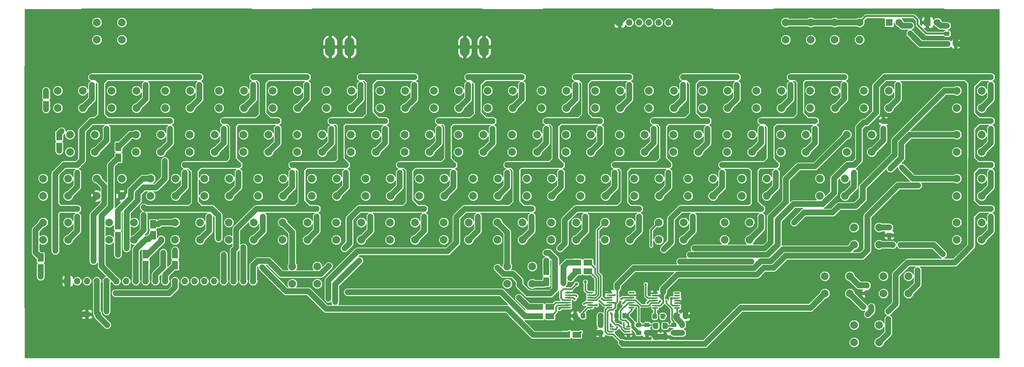
<source format=gbr>
%TF.GenerationSoftware,KiCad,Pcbnew,(5.1.9)-1*%
%TF.CreationDate,2021-06-15T15:46:33-04:00*%
%TF.ProjectId,CMicro-Keyboard,434d6963-726f-42d4-9b65-79626f617264,rev?*%
%TF.SameCoordinates,Original*%
%TF.FileFunction,Copper,L2,Bot*%
%TF.FilePolarity,Positive*%
%FSLAX46Y46*%
G04 Gerber Fmt 4.6, Leading zero omitted, Abs format (unit mm)*
G04 Created by KiCad (PCBNEW (5.1.9)-1) date 2021-06-15 15:46:33*
%MOMM*%
%LPD*%
G01*
G04 APERTURE LIST*
%TA.AperFunction,ComponentPad*%
%ADD10C,2.000000*%
%TD*%
%TA.AperFunction,ComponentPad*%
%ADD11R,1.800000X1.800000*%
%TD*%
%TA.AperFunction,ComponentPad*%
%ADD12C,1.800000*%
%TD*%
%TA.AperFunction,ComponentPad*%
%ADD13R,1.700000X1.700000*%
%TD*%
%TA.AperFunction,ComponentPad*%
%ADD14O,1.700000X1.700000*%
%TD*%
%TA.AperFunction,SMDPad,CuDef*%
%ADD15R,1.100000X0.400000*%
%TD*%
%TA.AperFunction,SMDPad,CuDef*%
%ADD16R,2.200000X1.500000*%
%TD*%
%TA.AperFunction,SMDPad,CuDef*%
%ADD17R,1.500000X2.200000*%
%TD*%
%TA.AperFunction,ComponentPad*%
%ADD18O,2.500000X5.000000*%
%TD*%
%TA.AperFunction,ViaPad*%
%ADD19C,0.600000*%
%TD*%
%TA.AperFunction,ViaPad*%
%ADD20C,4.000000*%
%TD*%
%TA.AperFunction,ViaPad*%
%ADD21C,0.800000*%
%TD*%
%TA.AperFunction,Conductor*%
%ADD22C,0.400000*%
%TD*%
%TA.AperFunction,Conductor*%
%ADD23C,1.488000*%
%TD*%
%TA.AperFunction,Conductor*%
%ADD24C,0.880000*%
%TD*%
%TA.AperFunction,Conductor*%
%ADD25C,0.488000*%
%TD*%
%TA.AperFunction,Conductor*%
%ADD26C,0.250000*%
%TD*%
%TA.AperFunction,Conductor*%
%ADD27C,0.100000*%
%TD*%
G04 APERTURE END LIST*
%TO.P,R5,1*%
%TO.N,/P13*%
%TA.AperFunction,SMDPad,CuDef*%
G36*
G01*
X248469999Y-70790000D02*
X249370001Y-70790000D01*
G75*
G02*
X249620000Y-71039999I0J-249999D01*
G01*
X249620000Y-71690001D01*
G75*
G02*
X249370001Y-71940000I-249999J0D01*
G01*
X248469999Y-71940000D01*
G75*
G02*
X248220000Y-71690001I0J249999D01*
G01*
X248220000Y-71039999D01*
G75*
G02*
X248469999Y-70790000I249999J0D01*
G01*
G37*
%TD.AperFunction*%
%TO.P,R5,2*%
%TO.N,Net-(R5-Pad2)*%
%TA.AperFunction,SMDPad,CuDef*%
G36*
G01*
X248469999Y-72840000D02*
X249370001Y-72840000D01*
G75*
G02*
X249620000Y-73089999I0J-249999D01*
G01*
X249620000Y-73740001D01*
G75*
G02*
X249370001Y-73990000I-249999J0D01*
G01*
X248469999Y-73990000D01*
G75*
G02*
X248220000Y-73740001I0J249999D01*
G01*
X248220000Y-73089999D01*
G75*
G02*
X248469999Y-72840000I249999J0D01*
G01*
G37*
%TD.AperFunction*%
%TD*%
%TO.P,R6,1*%
%TO.N,/P13*%
%TA.AperFunction,SMDPad,CuDef*%
G36*
G01*
X237039999Y-93650000D02*
X237940001Y-93650000D01*
G75*
G02*
X238190000Y-93899999I0J-249999D01*
G01*
X238190000Y-94550001D01*
G75*
G02*
X237940001Y-94800000I-249999J0D01*
G01*
X237039999Y-94800000D01*
G75*
G02*
X236790000Y-94550001I0J249999D01*
G01*
X236790000Y-93899999D01*
G75*
G02*
X237039999Y-93650000I249999J0D01*
G01*
G37*
%TD.AperFunction*%
%TO.P,R6,2*%
%TO.N,Net-(R6-Pad2)*%
%TA.AperFunction,SMDPad,CuDef*%
G36*
G01*
X237039999Y-95700000D02*
X237940001Y-95700000D01*
G75*
G02*
X238190000Y-95949999I0J-249999D01*
G01*
X238190000Y-96600001D01*
G75*
G02*
X237940001Y-96850000I-249999J0D01*
G01*
X237039999Y-96850000D01*
G75*
G02*
X236790000Y-96600001I0J249999D01*
G01*
X236790000Y-95949999D01*
G75*
G02*
X237039999Y-95700000I249999J0D01*
G01*
G37*
%TD.AperFunction*%
%TD*%
%TO.P,R7,2*%
%TO.N,Net-(R7-Pad2)*%
%TA.AperFunction,SMDPad,CuDef*%
G36*
G01*
X253549999Y-121100000D02*
X254450001Y-121100000D01*
G75*
G02*
X254700000Y-121349999I0J-249999D01*
G01*
X254700000Y-122000001D01*
G75*
G02*
X254450001Y-122250000I-249999J0D01*
G01*
X253549999Y-122250000D01*
G75*
G02*
X253300000Y-122000001I0J249999D01*
G01*
X253300000Y-121349999D01*
G75*
G02*
X253549999Y-121100000I249999J0D01*
G01*
G37*
%TD.AperFunction*%
%TO.P,R7,1*%
%TO.N,/P13*%
%TA.AperFunction,SMDPad,CuDef*%
G36*
G01*
X253549999Y-119050000D02*
X254450001Y-119050000D01*
G75*
G02*
X254700000Y-119299999I0J-249999D01*
G01*
X254700000Y-119950001D01*
G75*
G02*
X254450001Y-120200000I-249999J0D01*
G01*
X253549999Y-120200000D01*
G75*
G02*
X253300000Y-119950001I0J249999D01*
G01*
X253300000Y-119299999D01*
G75*
G02*
X253549999Y-119050000I249999J0D01*
G01*
G37*
%TD.AperFunction*%
%TD*%
%TO.P,R8,1*%
%TO.N,/P13*%
%TA.AperFunction,SMDPad,CuDef*%
G36*
G01*
X272599999Y-105080000D02*
X273500001Y-105080000D01*
G75*
G02*
X273750000Y-105329999I0J-249999D01*
G01*
X273750000Y-105980001D01*
G75*
G02*
X273500001Y-106230000I-249999J0D01*
G01*
X272599999Y-106230000D01*
G75*
G02*
X272350000Y-105980001I0J249999D01*
G01*
X272350000Y-105329999D01*
G75*
G02*
X272599999Y-105080000I249999J0D01*
G01*
G37*
%TD.AperFunction*%
%TO.P,R8,2*%
%TO.N,Net-(R8-Pad2)*%
%TA.AperFunction,SMDPad,CuDef*%
G36*
G01*
X272599999Y-107130000D02*
X273500001Y-107130000D01*
G75*
G02*
X273750000Y-107379999I0J-249999D01*
G01*
X273750000Y-108030001D01*
G75*
G02*
X273500001Y-108280000I-249999J0D01*
G01*
X272599999Y-108280000D01*
G75*
G02*
X272350000Y-108030001I0J249999D01*
G01*
X272350000Y-107379999D01*
G75*
G02*
X272599999Y-107130000I249999J0D01*
G01*
G37*
%TD.AperFunction*%
%TD*%
%TO.P,R9,2*%
%TO.N,Net-(R9-Pad2)*%
%TA.AperFunction,SMDPad,CuDef*%
G36*
G01*
X272599999Y-72840000D02*
X273500001Y-72840000D01*
G75*
G02*
X273750000Y-73089999I0J-249999D01*
G01*
X273750000Y-73740001D01*
G75*
G02*
X273500001Y-73990000I-249999J0D01*
G01*
X272599999Y-73990000D01*
G75*
G02*
X272350000Y-73740001I0J249999D01*
G01*
X272350000Y-73089999D01*
G75*
G02*
X272599999Y-72840000I249999J0D01*
G01*
G37*
%TD.AperFunction*%
%TO.P,R9,1*%
%TO.N,/P13*%
%TA.AperFunction,SMDPad,CuDef*%
G36*
G01*
X272599999Y-70790000D02*
X273500001Y-70790000D01*
G75*
G02*
X273750000Y-71039999I0J-249999D01*
G01*
X273750000Y-71690001D01*
G75*
G02*
X273500001Y-71940000I-249999J0D01*
G01*
X272599999Y-71940000D01*
G75*
G02*
X272350000Y-71690001I0J249999D01*
G01*
X272350000Y-71039999D01*
G75*
G02*
X272599999Y-70790000I249999J0D01*
G01*
G37*
%TD.AperFunction*%
%TD*%
%TO.P,R10,1*%
%TO.N,/P13*%
%TA.AperFunction,SMDPad,CuDef*%
G36*
G01*
X272599999Y-82220000D02*
X273500001Y-82220000D01*
G75*
G02*
X273750000Y-82469999I0J-249999D01*
G01*
X273750000Y-83120001D01*
G75*
G02*
X273500001Y-83370000I-249999J0D01*
G01*
X272599999Y-83370000D01*
G75*
G02*
X272350000Y-83120001I0J249999D01*
G01*
X272350000Y-82469999D01*
G75*
G02*
X272599999Y-82220000I249999J0D01*
G01*
G37*
%TD.AperFunction*%
%TO.P,R10,2*%
%TO.N,Net-(R10-Pad2)*%
%TA.AperFunction,SMDPad,CuDef*%
G36*
G01*
X272599999Y-84270000D02*
X273500001Y-84270000D01*
G75*
G02*
X273750000Y-84519999I0J-249999D01*
G01*
X273750000Y-85170001D01*
G75*
G02*
X273500001Y-85420000I-249999J0D01*
G01*
X272599999Y-85420000D01*
G75*
G02*
X272350000Y-85170001I0J249999D01*
G01*
X272350000Y-84519999D01*
G75*
G02*
X272599999Y-84270000I249999J0D01*
G01*
G37*
%TD.AperFunction*%
%TD*%
%TO.P,R11,2*%
%TO.N,Net-(R11-Pad2)*%
%TA.AperFunction,SMDPad,CuDef*%
G36*
G01*
X272599999Y-95700000D02*
X273500001Y-95700000D01*
G75*
G02*
X273750000Y-95949999I0J-249999D01*
G01*
X273750000Y-96600001D01*
G75*
G02*
X273500001Y-96850000I-249999J0D01*
G01*
X272599999Y-96850000D01*
G75*
G02*
X272350000Y-96600001I0J249999D01*
G01*
X272350000Y-95949999D01*
G75*
G02*
X272599999Y-95700000I249999J0D01*
G01*
G37*
%TD.AperFunction*%
%TO.P,R11,1*%
%TO.N,/P13*%
%TA.AperFunction,SMDPad,CuDef*%
G36*
G01*
X272599999Y-93650000D02*
X273500001Y-93650000D01*
G75*
G02*
X273750000Y-93899999I0J-249999D01*
G01*
X273750000Y-94550001D01*
G75*
G02*
X273500001Y-94800000I-249999J0D01*
G01*
X272599999Y-94800000D01*
G75*
G02*
X272350000Y-94550001I0J249999D01*
G01*
X272350000Y-93899999D01*
G75*
G02*
X272599999Y-93650000I249999J0D01*
G01*
G37*
%TD.AperFunction*%
%TD*%
%TO.P,R12,1*%
%TO.N,/P13*%
%TA.AperFunction,SMDPad,CuDef*%
G36*
G01*
X245929999Y-131750000D02*
X246830001Y-131750000D01*
G75*
G02*
X247080000Y-131999999I0J-249999D01*
G01*
X247080000Y-132650001D01*
G75*
G02*
X246830001Y-132900000I-249999J0D01*
G01*
X245929999Y-132900000D01*
G75*
G02*
X245680000Y-132650001I0J249999D01*
G01*
X245680000Y-131999999D01*
G75*
G02*
X245929999Y-131750000I249999J0D01*
G01*
G37*
%TD.AperFunction*%
%TO.P,R12,2*%
%TO.N,Net-(R12-Pad2)*%
%TA.AperFunction,SMDPad,CuDef*%
G36*
G01*
X245929999Y-133800000D02*
X246830001Y-133800000D01*
G75*
G02*
X247080000Y-134049999I0J-249999D01*
G01*
X247080000Y-134700001D01*
G75*
G02*
X246830001Y-134950000I-249999J0D01*
G01*
X245929999Y-134950000D01*
G75*
G02*
X245680000Y-134700001I0J249999D01*
G01*
X245680000Y-134049999D01*
G75*
G02*
X245929999Y-133800000I249999J0D01*
G01*
G37*
%TD.AperFunction*%
%TD*%
%TO.P,R15,1*%
%TO.N,GND*%
%TA.AperFunction,SMDPad,CuDef*%
G36*
G01*
X244659999Y-82220000D02*
X245560001Y-82220000D01*
G75*
G02*
X245810000Y-82469999I0J-249999D01*
G01*
X245810000Y-83120001D01*
G75*
G02*
X245560001Y-83370000I-249999J0D01*
G01*
X244659999Y-83370000D01*
G75*
G02*
X244410000Y-83120001I0J249999D01*
G01*
X244410000Y-82469999D01*
G75*
G02*
X244659999Y-82220000I249999J0D01*
G01*
G37*
%TD.AperFunction*%
%TO.P,R15,2*%
%TO.N,Net-(R15-Pad2)*%
%TA.AperFunction,SMDPad,CuDef*%
G36*
G01*
X244659999Y-84270000D02*
X245560001Y-84270000D01*
G75*
G02*
X245810000Y-84519999I0J-249999D01*
G01*
X245810000Y-85170001D01*
G75*
G02*
X245560001Y-85420000I-249999J0D01*
G01*
X244659999Y-85420000D01*
G75*
G02*
X244410000Y-85170001I0J249999D01*
G01*
X244410000Y-84519999D01*
G75*
G02*
X244659999Y-84270000I249999J0D01*
G01*
G37*
%TD.AperFunction*%
%TD*%
%TO.P,R16,2*%
%TO.N,Net-(R16-Pad2)*%
%TA.AperFunction,SMDPad,CuDef*%
G36*
G01*
X80829999Y-72840000D02*
X81730001Y-72840000D01*
G75*
G02*
X81980000Y-73089999I0J-249999D01*
G01*
X81980000Y-73740001D01*
G75*
G02*
X81730001Y-73990000I-249999J0D01*
G01*
X80829999Y-73990000D01*
G75*
G02*
X80580000Y-73740001I0J249999D01*
G01*
X80580000Y-73089999D01*
G75*
G02*
X80829999Y-72840000I249999J0D01*
G01*
G37*
%TD.AperFunction*%
%TO.P,R16,1*%
%TO.N,/P19*%
%TA.AperFunction,SMDPad,CuDef*%
G36*
G01*
X80829999Y-70790000D02*
X81730001Y-70790000D01*
G75*
G02*
X81980000Y-71039999I0J-249999D01*
G01*
X81980000Y-71690001D01*
G75*
G02*
X81730001Y-71940000I-249999J0D01*
G01*
X80829999Y-71940000D01*
G75*
G02*
X80580000Y-71690001I0J249999D01*
G01*
X80580000Y-71039999D01*
G75*
G02*
X80829999Y-70790000I249999J0D01*
G01*
G37*
%TD.AperFunction*%
%TD*%
%TO.P,R17,2*%
%TO.N,Net-(R17-Pad2)*%
%TA.AperFunction,SMDPad,CuDef*%
G36*
G01*
X73209999Y-84270000D02*
X74110001Y-84270000D01*
G75*
G02*
X74360000Y-84519999I0J-249999D01*
G01*
X74360000Y-85170001D01*
G75*
G02*
X74110001Y-85420000I-249999J0D01*
G01*
X73209999Y-85420000D01*
G75*
G02*
X72960000Y-85170001I0J249999D01*
G01*
X72960000Y-84519999D01*
G75*
G02*
X73209999Y-84270000I249999J0D01*
G01*
G37*
%TD.AperFunction*%
%TO.P,R17,1*%
%TO.N,/P19*%
%TA.AperFunction,SMDPad,CuDef*%
G36*
G01*
X73209999Y-82220000D02*
X74110001Y-82220000D01*
G75*
G02*
X74360000Y-82469999I0J-249999D01*
G01*
X74360000Y-83120001D01*
G75*
G02*
X74110001Y-83370000I-249999J0D01*
G01*
X73209999Y-83370000D01*
G75*
G02*
X72960000Y-83120001I0J249999D01*
G01*
X72960000Y-82469999D01*
G75*
G02*
X73209999Y-82220000I249999J0D01*
G01*
G37*
%TD.AperFunction*%
%TD*%
%TO.P,R18,1*%
%TO.N,/P19*%
%TA.AperFunction,SMDPad,CuDef*%
G36*
G01*
X63049999Y-93650000D02*
X63950001Y-93650000D01*
G75*
G02*
X64200000Y-93899999I0J-249999D01*
G01*
X64200000Y-94550001D01*
G75*
G02*
X63950001Y-94800000I-249999J0D01*
G01*
X63049999Y-94800000D01*
G75*
G02*
X62800000Y-94550001I0J249999D01*
G01*
X62800000Y-93899999D01*
G75*
G02*
X63049999Y-93650000I249999J0D01*
G01*
G37*
%TD.AperFunction*%
%TO.P,R18,2*%
%TO.N,Net-(R18-Pad2)*%
%TA.AperFunction,SMDPad,CuDef*%
G36*
G01*
X63049999Y-95700000D02*
X63950001Y-95700000D01*
G75*
G02*
X64200000Y-95949999I0J-249999D01*
G01*
X64200000Y-96600001D01*
G75*
G02*
X63950001Y-96850000I-249999J0D01*
G01*
X63049999Y-96850000D01*
G75*
G02*
X62800000Y-96600001I0J249999D01*
G01*
X62800000Y-95949999D01*
G75*
G02*
X63049999Y-95700000I249999J0D01*
G01*
G37*
%TD.AperFunction*%
%TD*%
%TO.P,R19,2*%
%TO.N,Net-(R19-Pad2)*%
%TA.AperFunction,SMDPad,CuDef*%
G36*
G01*
X94799999Y-72840000D02*
X95700001Y-72840000D01*
G75*
G02*
X95950000Y-73089999I0J-249999D01*
G01*
X95950000Y-73740001D01*
G75*
G02*
X95700001Y-73990000I-249999J0D01*
G01*
X94799999Y-73990000D01*
G75*
G02*
X94550000Y-73740001I0J249999D01*
G01*
X94550000Y-73089999D01*
G75*
G02*
X94799999Y-72840000I249999J0D01*
G01*
G37*
%TD.AperFunction*%
%TO.P,R19,1*%
%TO.N,/P19*%
%TA.AperFunction,SMDPad,CuDef*%
G36*
G01*
X94799999Y-70790000D02*
X95700001Y-70790000D01*
G75*
G02*
X95950000Y-71039999I0J-249999D01*
G01*
X95950000Y-71690001D01*
G75*
G02*
X95700001Y-71940000I-249999J0D01*
G01*
X94799999Y-71940000D01*
G75*
G02*
X94550000Y-71690001I0J249999D01*
G01*
X94550000Y-71039999D01*
G75*
G02*
X94799999Y-70790000I249999J0D01*
G01*
G37*
%TD.AperFunction*%
%TD*%
%TO.P,R20,1*%
%TO.N,/P19*%
%TA.AperFunction,SMDPad,CuDef*%
G36*
G01*
X69399999Y-105080000D02*
X70300001Y-105080000D01*
G75*
G02*
X70550000Y-105329999I0J-249999D01*
G01*
X70550000Y-105980001D01*
G75*
G02*
X70300001Y-106230000I-249999J0D01*
G01*
X69399999Y-106230000D01*
G75*
G02*
X69150000Y-105980001I0J249999D01*
G01*
X69150000Y-105329999D01*
G75*
G02*
X69399999Y-105080000I249999J0D01*
G01*
G37*
%TD.AperFunction*%
%TO.P,R20,2*%
%TO.N,Net-(R20-Pad2)*%
%TA.AperFunction,SMDPad,CuDef*%
G36*
G01*
X69399999Y-107130000D02*
X70300001Y-107130000D01*
G75*
G02*
X70550000Y-107379999I0J-249999D01*
G01*
X70550000Y-108030001D01*
G75*
G02*
X70300001Y-108280000I-249999J0D01*
G01*
X69399999Y-108280000D01*
G75*
G02*
X69150000Y-108030001I0J249999D01*
G01*
X69150000Y-107379999D01*
G75*
G02*
X69399999Y-107130000I249999J0D01*
G01*
G37*
%TD.AperFunction*%
%TD*%
%TO.P,R21,2*%
%TO.N,Net-(R21-Pad2)*%
%TA.AperFunction,SMDPad,CuDef*%
G36*
G01*
X77019999Y-95700000D02*
X77920001Y-95700000D01*
G75*
G02*
X78170000Y-95949999I0J-249999D01*
G01*
X78170000Y-96600001D01*
G75*
G02*
X77920001Y-96850000I-249999J0D01*
G01*
X77019999Y-96850000D01*
G75*
G02*
X76770000Y-96600001I0J249999D01*
G01*
X76770000Y-95949999D01*
G75*
G02*
X77019999Y-95700000I249999J0D01*
G01*
G37*
%TD.AperFunction*%
%TO.P,R21,1*%
%TO.N,/P19*%
%TA.AperFunction,SMDPad,CuDef*%
G36*
G01*
X77019999Y-93650000D02*
X77920001Y-93650000D01*
G75*
G02*
X78170000Y-93899999I0J-249999D01*
G01*
X78170000Y-94550001D01*
G75*
G02*
X77920001Y-94800000I-249999J0D01*
G01*
X77019999Y-94800000D01*
G75*
G02*
X76770000Y-94550001I0J249999D01*
G01*
X76770000Y-93899999D01*
G75*
G02*
X77019999Y-93650000I249999J0D01*
G01*
G37*
%TD.AperFunction*%
%TD*%
%TO.P,R22,1*%
%TO.N,/P19*%
%TA.AperFunction,SMDPad,CuDef*%
G36*
G01*
X87179999Y-82220000D02*
X88080001Y-82220000D01*
G75*
G02*
X88330000Y-82469999I0J-249999D01*
G01*
X88330000Y-83120001D01*
G75*
G02*
X88080001Y-83370000I-249999J0D01*
G01*
X87179999Y-83370000D01*
G75*
G02*
X86930000Y-83120001I0J249999D01*
G01*
X86930000Y-82469999D01*
G75*
G02*
X87179999Y-82220000I249999J0D01*
G01*
G37*
%TD.AperFunction*%
%TO.P,R22,2*%
%TO.N,Net-(R22-Pad2)*%
%TA.AperFunction,SMDPad,CuDef*%
G36*
G01*
X87179999Y-84270000D02*
X88080001Y-84270000D01*
G75*
G02*
X88330000Y-84519999I0J-249999D01*
G01*
X88330000Y-85170001D01*
G75*
G02*
X88080001Y-85420000I-249999J0D01*
G01*
X87179999Y-85420000D01*
G75*
G02*
X86930000Y-85170001I0J249999D01*
G01*
X86930000Y-84519999D01*
G75*
G02*
X87179999Y-84270000I249999J0D01*
G01*
G37*
%TD.AperFunction*%
%TD*%
%TO.P,R23,2*%
%TO.N,Net-(R23-Pad2)*%
%TA.AperFunction,SMDPad,CuDef*%
G36*
G01*
X52381999Y-106740000D02*
X53282001Y-106740000D01*
G75*
G02*
X53532000Y-106989999I0J-249999D01*
G01*
X53532000Y-107640001D01*
G75*
G02*
X53282001Y-107890000I-249999J0D01*
G01*
X52381999Y-107890000D01*
G75*
G02*
X52132000Y-107640001I0J249999D01*
G01*
X52132000Y-106989999D01*
G75*
G02*
X52381999Y-106740000I249999J0D01*
G01*
G37*
%TD.AperFunction*%
%TO.P,R23,1*%
%TO.N,/P19*%
%TA.AperFunction,SMDPad,CuDef*%
G36*
G01*
X52381999Y-104690000D02*
X53282001Y-104690000D01*
G75*
G02*
X53532000Y-104939999I0J-249999D01*
G01*
X53532000Y-105590001D01*
G75*
G02*
X53282001Y-105840000I-249999J0D01*
G01*
X52381999Y-105840000D01*
G75*
G02*
X52132000Y-105590001I0J249999D01*
G01*
X52132000Y-104939999D01*
G75*
G02*
X52381999Y-104690000I249999J0D01*
G01*
G37*
%TD.AperFunction*%
%TD*%
%TO.P,R25,1*%
%TO.N,/P18*%
%TA.AperFunction,SMDPad,CuDef*%
G36*
G01*
X108769999Y-70790000D02*
X109670001Y-70790000D01*
G75*
G02*
X109920000Y-71039999I0J-249999D01*
G01*
X109920000Y-71690001D01*
G75*
G02*
X109670001Y-71940000I-249999J0D01*
G01*
X108769999Y-71940000D01*
G75*
G02*
X108520000Y-71690001I0J249999D01*
G01*
X108520000Y-71039999D01*
G75*
G02*
X108769999Y-70790000I249999J0D01*
G01*
G37*
%TD.AperFunction*%
%TO.P,R25,2*%
%TO.N,Net-(R25-Pad2)*%
%TA.AperFunction,SMDPad,CuDef*%
G36*
G01*
X108769999Y-72840000D02*
X109670001Y-72840000D01*
G75*
G02*
X109920000Y-73089999I0J-249999D01*
G01*
X109920000Y-73740001D01*
G75*
G02*
X109670001Y-73990000I-249999J0D01*
G01*
X108769999Y-73990000D01*
G75*
G02*
X108520000Y-73740001I0J249999D01*
G01*
X108520000Y-73089999D01*
G75*
G02*
X108769999Y-72840000I249999J0D01*
G01*
G37*
%TD.AperFunction*%
%TD*%
%TO.P,R26,2*%
%TO.N,Net-(R26-Pad2)*%
%TA.AperFunction,SMDPad,CuDef*%
G36*
G01*
X101149999Y-84270000D02*
X102050001Y-84270000D01*
G75*
G02*
X102300000Y-84519999I0J-249999D01*
G01*
X102300000Y-85170001D01*
G75*
G02*
X102050001Y-85420000I-249999J0D01*
G01*
X101149999Y-85420000D01*
G75*
G02*
X100900000Y-85170001I0J249999D01*
G01*
X100900000Y-84519999D01*
G75*
G02*
X101149999Y-84270000I249999J0D01*
G01*
G37*
%TD.AperFunction*%
%TO.P,R26,1*%
%TO.N,/P18*%
%TA.AperFunction,SMDPad,CuDef*%
G36*
G01*
X101149999Y-82220000D02*
X102050001Y-82220000D01*
G75*
G02*
X102300000Y-82469999I0J-249999D01*
G01*
X102300000Y-83120001D01*
G75*
G02*
X102050001Y-83370000I-249999J0D01*
G01*
X101149999Y-83370000D01*
G75*
G02*
X100900000Y-83120001I0J249999D01*
G01*
X100900000Y-82469999D01*
G75*
G02*
X101149999Y-82220000I249999J0D01*
G01*
G37*
%TD.AperFunction*%
%TD*%
%TO.P,R27,1*%
%TO.N,/P18*%
%TA.AperFunction,SMDPad,CuDef*%
G36*
G01*
X90989999Y-93650000D02*
X91890001Y-93650000D01*
G75*
G02*
X92140000Y-93899999I0J-249999D01*
G01*
X92140000Y-94550001D01*
G75*
G02*
X91890001Y-94800000I-249999J0D01*
G01*
X90989999Y-94800000D01*
G75*
G02*
X90740000Y-94550001I0J249999D01*
G01*
X90740000Y-93899999D01*
G75*
G02*
X90989999Y-93650000I249999J0D01*
G01*
G37*
%TD.AperFunction*%
%TO.P,R27,2*%
%TO.N,Net-(R27-Pad2)*%
%TA.AperFunction,SMDPad,CuDef*%
G36*
G01*
X90989999Y-95700000D02*
X91890001Y-95700000D01*
G75*
G02*
X92140000Y-95949999I0J-249999D01*
G01*
X92140000Y-96600001D01*
G75*
G02*
X91890001Y-96850000I-249999J0D01*
G01*
X90989999Y-96850000D01*
G75*
G02*
X90740000Y-96600001I0J249999D01*
G01*
X90740000Y-95949999D01*
G75*
G02*
X90989999Y-95700000I249999J0D01*
G01*
G37*
%TD.AperFunction*%
%TD*%
%TO.P,R28,2*%
%TO.N,Net-(R28-Pad2)*%
%TA.AperFunction,SMDPad,CuDef*%
G36*
G01*
X122739999Y-72840000D02*
X123640001Y-72840000D01*
G75*
G02*
X123890000Y-73089999I0J-249999D01*
G01*
X123890000Y-73740001D01*
G75*
G02*
X123640001Y-73990000I-249999J0D01*
G01*
X122739999Y-73990000D01*
G75*
G02*
X122490000Y-73740001I0J249999D01*
G01*
X122490000Y-73089999D01*
G75*
G02*
X122739999Y-72840000I249999J0D01*
G01*
G37*
%TD.AperFunction*%
%TO.P,R28,1*%
%TO.N,/P18*%
%TA.AperFunction,SMDPad,CuDef*%
G36*
G01*
X122739999Y-70790000D02*
X123640001Y-70790000D01*
G75*
G02*
X123890000Y-71039999I0J-249999D01*
G01*
X123890000Y-71690001D01*
G75*
G02*
X123640001Y-71940000I-249999J0D01*
G01*
X122739999Y-71940000D01*
G75*
G02*
X122490000Y-71690001I0J249999D01*
G01*
X122490000Y-71039999D01*
G75*
G02*
X122739999Y-70790000I249999J0D01*
G01*
G37*
%TD.AperFunction*%
%TD*%
%TO.P,R29,1*%
%TO.N,/P18*%
%TA.AperFunction,SMDPad,CuDef*%
G36*
G01*
X97339999Y-105080000D02*
X98240001Y-105080000D01*
G75*
G02*
X98490000Y-105329999I0J-249999D01*
G01*
X98490000Y-105980001D01*
G75*
G02*
X98240001Y-106230000I-249999J0D01*
G01*
X97339999Y-106230000D01*
G75*
G02*
X97090000Y-105980001I0J249999D01*
G01*
X97090000Y-105329999D01*
G75*
G02*
X97339999Y-105080000I249999J0D01*
G01*
G37*
%TD.AperFunction*%
%TO.P,R29,2*%
%TO.N,Net-(R29-Pad2)*%
%TA.AperFunction,SMDPad,CuDef*%
G36*
G01*
X97339999Y-107130000D02*
X98240001Y-107130000D01*
G75*
G02*
X98490000Y-107379999I0J-249999D01*
G01*
X98490000Y-108030001D01*
G75*
G02*
X98240001Y-108280000I-249999J0D01*
G01*
X97339999Y-108280000D01*
G75*
G02*
X97090000Y-108030001I0J249999D01*
G01*
X97090000Y-107379999D01*
G75*
G02*
X97339999Y-107130000I249999J0D01*
G01*
G37*
%TD.AperFunction*%
%TD*%
%TO.P,R30,2*%
%TO.N,Net-(R30-Pad2)*%
%TA.AperFunction,SMDPad,CuDef*%
G36*
G01*
X104959999Y-95700000D02*
X105860001Y-95700000D01*
G75*
G02*
X106110000Y-95949999I0J-249999D01*
G01*
X106110000Y-96600001D01*
G75*
G02*
X105860001Y-96850000I-249999J0D01*
G01*
X104959999Y-96850000D01*
G75*
G02*
X104710000Y-96600001I0J249999D01*
G01*
X104710000Y-95949999D01*
G75*
G02*
X104959999Y-95700000I249999J0D01*
G01*
G37*
%TD.AperFunction*%
%TO.P,R30,1*%
%TO.N,/P18*%
%TA.AperFunction,SMDPad,CuDef*%
G36*
G01*
X104959999Y-93650000D02*
X105860001Y-93650000D01*
G75*
G02*
X106110000Y-93899999I0J-249999D01*
G01*
X106110000Y-94550001D01*
G75*
G02*
X105860001Y-94800000I-249999J0D01*
G01*
X104959999Y-94800000D01*
G75*
G02*
X104710000Y-94550001I0J249999D01*
G01*
X104710000Y-93899999D01*
G75*
G02*
X104959999Y-93650000I249999J0D01*
G01*
G37*
%TD.AperFunction*%
%TD*%
%TO.P,R31,1*%
%TO.N,/P18*%
%TA.AperFunction,SMDPad,CuDef*%
G36*
G01*
X115119999Y-82220000D02*
X116020001Y-82220000D01*
G75*
G02*
X116270000Y-82469999I0J-249999D01*
G01*
X116270000Y-83120001D01*
G75*
G02*
X116020001Y-83370000I-249999J0D01*
G01*
X115119999Y-83370000D01*
G75*
G02*
X114870000Y-83120001I0J249999D01*
G01*
X114870000Y-82469999D01*
G75*
G02*
X115119999Y-82220000I249999J0D01*
G01*
G37*
%TD.AperFunction*%
%TO.P,R31,2*%
%TO.N,Net-(R31-Pad2)*%
%TA.AperFunction,SMDPad,CuDef*%
G36*
G01*
X115119999Y-84270000D02*
X116020001Y-84270000D01*
G75*
G02*
X116270000Y-84519999I0J-249999D01*
G01*
X116270000Y-85170001D01*
G75*
G02*
X116020001Y-85420000I-249999J0D01*
G01*
X115119999Y-85420000D01*
G75*
G02*
X114870000Y-85170001I0J249999D01*
G01*
X114870000Y-84519999D01*
G75*
G02*
X115119999Y-84270000I249999J0D01*
G01*
G37*
%TD.AperFunction*%
%TD*%
%TO.P,R32,2*%
%TO.N,Net-(R32-Pad2)*%
%TA.AperFunction,SMDPad,CuDef*%
G36*
G01*
X83369999Y-107130000D02*
X84270001Y-107130000D01*
G75*
G02*
X84520000Y-107379999I0J-249999D01*
G01*
X84520000Y-108030001D01*
G75*
G02*
X84270001Y-108280000I-249999J0D01*
G01*
X83369999Y-108280000D01*
G75*
G02*
X83120000Y-108030001I0J249999D01*
G01*
X83120000Y-107379999D01*
G75*
G02*
X83369999Y-107130000I249999J0D01*
G01*
G37*
%TD.AperFunction*%
%TO.P,R32,1*%
%TO.N,/P18*%
%TA.AperFunction,SMDPad,CuDef*%
G36*
G01*
X83369999Y-105080000D02*
X84270001Y-105080000D01*
G75*
G02*
X84520000Y-105329999I0J-249999D01*
G01*
X84520000Y-105980001D01*
G75*
G02*
X84270001Y-106230000I-249999J0D01*
G01*
X83369999Y-106230000D01*
G75*
G02*
X83120000Y-105980001I0J249999D01*
G01*
X83120000Y-105329999D01*
G75*
G02*
X83369999Y-105080000I249999J0D01*
G01*
G37*
%TD.AperFunction*%
%TD*%
%TO.P,R35,2*%
%TO.N,Net-(R35-Pad2)*%
%TA.AperFunction,SMDPad,CuDef*%
G36*
G01*
X136709999Y-72840000D02*
X137610001Y-72840000D01*
G75*
G02*
X137860000Y-73089999I0J-249999D01*
G01*
X137860000Y-73740001D01*
G75*
G02*
X137610001Y-73990000I-249999J0D01*
G01*
X136709999Y-73990000D01*
G75*
G02*
X136460000Y-73740001I0J249999D01*
G01*
X136460000Y-73089999D01*
G75*
G02*
X136709999Y-72840000I249999J0D01*
G01*
G37*
%TD.AperFunction*%
%TO.P,R35,1*%
%TO.N,/P17*%
%TA.AperFunction,SMDPad,CuDef*%
G36*
G01*
X136709999Y-70790000D02*
X137610001Y-70790000D01*
G75*
G02*
X137860000Y-71039999I0J-249999D01*
G01*
X137860000Y-71690001D01*
G75*
G02*
X137610001Y-71940000I-249999J0D01*
G01*
X136709999Y-71940000D01*
G75*
G02*
X136460000Y-71690001I0J249999D01*
G01*
X136460000Y-71039999D01*
G75*
G02*
X136709999Y-70790000I249999J0D01*
G01*
G37*
%TD.AperFunction*%
%TD*%
%TO.P,R36,1*%
%TO.N,/P17*%
%TA.AperFunction,SMDPad,CuDef*%
G36*
G01*
X129089999Y-82220000D02*
X129990001Y-82220000D01*
G75*
G02*
X130240000Y-82469999I0J-249999D01*
G01*
X130240000Y-83120001D01*
G75*
G02*
X129990001Y-83370000I-249999J0D01*
G01*
X129089999Y-83370000D01*
G75*
G02*
X128840000Y-83120001I0J249999D01*
G01*
X128840000Y-82469999D01*
G75*
G02*
X129089999Y-82220000I249999J0D01*
G01*
G37*
%TD.AperFunction*%
%TO.P,R36,2*%
%TO.N,Net-(R36-Pad2)*%
%TA.AperFunction,SMDPad,CuDef*%
G36*
G01*
X129089999Y-84270000D02*
X129990001Y-84270000D01*
G75*
G02*
X130240000Y-84519999I0J-249999D01*
G01*
X130240000Y-85170001D01*
G75*
G02*
X129990001Y-85420000I-249999J0D01*
G01*
X129089999Y-85420000D01*
G75*
G02*
X128840000Y-85170001I0J249999D01*
G01*
X128840000Y-84519999D01*
G75*
G02*
X129089999Y-84270000I249999J0D01*
G01*
G37*
%TD.AperFunction*%
%TD*%
%TO.P,R37,2*%
%TO.N,Net-(R37-Pad2)*%
%TA.AperFunction,SMDPad,CuDef*%
G36*
G01*
X118929999Y-95700000D02*
X119830001Y-95700000D01*
G75*
G02*
X120080000Y-95949999I0J-249999D01*
G01*
X120080000Y-96600001D01*
G75*
G02*
X119830001Y-96850000I-249999J0D01*
G01*
X118929999Y-96850000D01*
G75*
G02*
X118680000Y-96600001I0J249999D01*
G01*
X118680000Y-95949999D01*
G75*
G02*
X118929999Y-95700000I249999J0D01*
G01*
G37*
%TD.AperFunction*%
%TO.P,R37,1*%
%TO.N,/P17*%
%TA.AperFunction,SMDPad,CuDef*%
G36*
G01*
X118929999Y-93650000D02*
X119830001Y-93650000D01*
G75*
G02*
X120080000Y-93899999I0J-249999D01*
G01*
X120080000Y-94550001D01*
G75*
G02*
X119830001Y-94800000I-249999J0D01*
G01*
X118929999Y-94800000D01*
G75*
G02*
X118680000Y-94550001I0J249999D01*
G01*
X118680000Y-93899999D01*
G75*
G02*
X118929999Y-93650000I249999J0D01*
G01*
G37*
%TD.AperFunction*%
%TD*%
%TO.P,R38,1*%
%TO.N,/P17*%
%TA.AperFunction,SMDPad,CuDef*%
G36*
G01*
X150679999Y-70790000D02*
X151580001Y-70790000D01*
G75*
G02*
X151830000Y-71039999I0J-249999D01*
G01*
X151830000Y-71690001D01*
G75*
G02*
X151580001Y-71940000I-249999J0D01*
G01*
X150679999Y-71940000D01*
G75*
G02*
X150430000Y-71690001I0J249999D01*
G01*
X150430000Y-71039999D01*
G75*
G02*
X150679999Y-70790000I249999J0D01*
G01*
G37*
%TD.AperFunction*%
%TO.P,R38,2*%
%TO.N,Net-(R38-Pad2)*%
%TA.AperFunction,SMDPad,CuDef*%
G36*
G01*
X150679999Y-72840000D02*
X151580001Y-72840000D01*
G75*
G02*
X151830000Y-73089999I0J-249999D01*
G01*
X151830000Y-73740001D01*
G75*
G02*
X151580001Y-73990000I-249999J0D01*
G01*
X150679999Y-73990000D01*
G75*
G02*
X150430000Y-73740001I0J249999D01*
G01*
X150430000Y-73089999D01*
G75*
G02*
X150679999Y-72840000I249999J0D01*
G01*
G37*
%TD.AperFunction*%
%TD*%
%TO.P,R39,2*%
%TO.N,Net-(R39-Pad2)*%
%TA.AperFunction,SMDPad,CuDef*%
G36*
G01*
X125279999Y-107130000D02*
X126180001Y-107130000D01*
G75*
G02*
X126430000Y-107379999I0J-249999D01*
G01*
X126430000Y-108030001D01*
G75*
G02*
X126180001Y-108280000I-249999J0D01*
G01*
X125279999Y-108280000D01*
G75*
G02*
X125030000Y-108030001I0J249999D01*
G01*
X125030000Y-107379999D01*
G75*
G02*
X125279999Y-107130000I249999J0D01*
G01*
G37*
%TD.AperFunction*%
%TO.P,R39,1*%
%TO.N,/P17*%
%TA.AperFunction,SMDPad,CuDef*%
G36*
G01*
X125279999Y-105080000D02*
X126180001Y-105080000D01*
G75*
G02*
X126430000Y-105329999I0J-249999D01*
G01*
X126430000Y-105980001D01*
G75*
G02*
X126180001Y-106230000I-249999J0D01*
G01*
X125279999Y-106230000D01*
G75*
G02*
X125030000Y-105980001I0J249999D01*
G01*
X125030000Y-105329999D01*
G75*
G02*
X125279999Y-105080000I249999J0D01*
G01*
G37*
%TD.AperFunction*%
%TD*%
%TO.P,R40,1*%
%TO.N,/P17*%
%TA.AperFunction,SMDPad,CuDef*%
G36*
G01*
X132899999Y-93650000D02*
X133800001Y-93650000D01*
G75*
G02*
X134050000Y-93899999I0J-249999D01*
G01*
X134050000Y-94550001D01*
G75*
G02*
X133800001Y-94800000I-249999J0D01*
G01*
X132899999Y-94800000D01*
G75*
G02*
X132650000Y-94550001I0J249999D01*
G01*
X132650000Y-93899999D01*
G75*
G02*
X132899999Y-93650000I249999J0D01*
G01*
G37*
%TD.AperFunction*%
%TO.P,R40,2*%
%TO.N,Net-(R40-Pad2)*%
%TA.AperFunction,SMDPad,CuDef*%
G36*
G01*
X132899999Y-95700000D02*
X133800001Y-95700000D01*
G75*
G02*
X134050000Y-95949999I0J-249999D01*
G01*
X134050000Y-96600001D01*
G75*
G02*
X133800001Y-96850000I-249999J0D01*
G01*
X132899999Y-96850000D01*
G75*
G02*
X132650000Y-96600001I0J249999D01*
G01*
X132650000Y-95949999D01*
G75*
G02*
X132899999Y-95700000I249999J0D01*
G01*
G37*
%TD.AperFunction*%
%TD*%
%TO.P,R41,2*%
%TO.N,Net-(R41-Pad2)*%
%TA.AperFunction,SMDPad,CuDef*%
G36*
G01*
X143059999Y-84270000D02*
X143960001Y-84270000D01*
G75*
G02*
X144210000Y-84519999I0J-249999D01*
G01*
X144210000Y-85170001D01*
G75*
G02*
X143960001Y-85420000I-249999J0D01*
G01*
X143059999Y-85420000D01*
G75*
G02*
X142810000Y-85170001I0J249999D01*
G01*
X142810000Y-84519999D01*
G75*
G02*
X143059999Y-84270000I249999J0D01*
G01*
G37*
%TD.AperFunction*%
%TO.P,R41,1*%
%TO.N,/P17*%
%TA.AperFunction,SMDPad,CuDef*%
G36*
G01*
X143059999Y-82220000D02*
X143960001Y-82220000D01*
G75*
G02*
X144210000Y-82469999I0J-249999D01*
G01*
X144210000Y-83120001D01*
G75*
G02*
X143960001Y-83370000I-249999J0D01*
G01*
X143059999Y-83370000D01*
G75*
G02*
X142810000Y-83120001I0J249999D01*
G01*
X142810000Y-82469999D01*
G75*
G02*
X143059999Y-82220000I249999J0D01*
G01*
G37*
%TD.AperFunction*%
%TD*%
%TO.P,R42,1*%
%TO.N,/P17*%
%TA.AperFunction,SMDPad,CuDef*%
G36*
G01*
X111309999Y-105080000D02*
X112210001Y-105080000D01*
G75*
G02*
X112460000Y-105329999I0J-249999D01*
G01*
X112460000Y-105980001D01*
G75*
G02*
X112210001Y-106230000I-249999J0D01*
G01*
X111309999Y-106230000D01*
G75*
G02*
X111060000Y-105980001I0J249999D01*
G01*
X111060000Y-105329999D01*
G75*
G02*
X111309999Y-105080000I249999J0D01*
G01*
G37*
%TD.AperFunction*%
%TO.P,R42,2*%
%TO.N,Net-(R42-Pad2)*%
%TA.AperFunction,SMDPad,CuDef*%
G36*
G01*
X111309999Y-107130000D02*
X112210001Y-107130000D01*
G75*
G02*
X112460000Y-107379999I0J-249999D01*
G01*
X112460000Y-108030001D01*
G75*
G02*
X112210001Y-108280000I-249999J0D01*
G01*
X111309999Y-108280000D01*
G75*
G02*
X111060000Y-108030001I0J249999D01*
G01*
X111060000Y-107379999D01*
G75*
G02*
X111309999Y-107130000I249999J0D01*
G01*
G37*
%TD.AperFunction*%
%TD*%
%TO.P,R45,1*%
%TO.N,/P16*%
%TA.AperFunction,SMDPad,CuDef*%
G36*
G01*
X164649999Y-70790000D02*
X165550001Y-70790000D01*
G75*
G02*
X165800000Y-71039999I0J-249999D01*
G01*
X165800000Y-71690001D01*
G75*
G02*
X165550001Y-71940000I-249999J0D01*
G01*
X164649999Y-71940000D01*
G75*
G02*
X164400000Y-71690001I0J249999D01*
G01*
X164400000Y-71039999D01*
G75*
G02*
X164649999Y-70790000I249999J0D01*
G01*
G37*
%TD.AperFunction*%
%TO.P,R45,2*%
%TO.N,Net-(R45-Pad2)*%
%TA.AperFunction,SMDPad,CuDef*%
G36*
G01*
X164649999Y-72840000D02*
X165550001Y-72840000D01*
G75*
G02*
X165800000Y-73089999I0J-249999D01*
G01*
X165800000Y-73740001D01*
G75*
G02*
X165550001Y-73990000I-249999J0D01*
G01*
X164649999Y-73990000D01*
G75*
G02*
X164400000Y-73740001I0J249999D01*
G01*
X164400000Y-73089999D01*
G75*
G02*
X164649999Y-72840000I249999J0D01*
G01*
G37*
%TD.AperFunction*%
%TD*%
%TO.P,R46,2*%
%TO.N,Net-(R46-Pad2)*%
%TA.AperFunction,SMDPad,CuDef*%
G36*
G01*
X157029999Y-84270000D02*
X157930001Y-84270000D01*
G75*
G02*
X158180000Y-84519999I0J-249999D01*
G01*
X158180000Y-85170001D01*
G75*
G02*
X157930001Y-85420000I-249999J0D01*
G01*
X157029999Y-85420000D01*
G75*
G02*
X156780000Y-85170001I0J249999D01*
G01*
X156780000Y-84519999D01*
G75*
G02*
X157029999Y-84270000I249999J0D01*
G01*
G37*
%TD.AperFunction*%
%TO.P,R46,1*%
%TO.N,/P16*%
%TA.AperFunction,SMDPad,CuDef*%
G36*
G01*
X157029999Y-82220000D02*
X157930001Y-82220000D01*
G75*
G02*
X158180000Y-82469999I0J-249999D01*
G01*
X158180000Y-83120001D01*
G75*
G02*
X157930001Y-83370000I-249999J0D01*
G01*
X157029999Y-83370000D01*
G75*
G02*
X156780000Y-83120001I0J249999D01*
G01*
X156780000Y-82469999D01*
G75*
G02*
X157029999Y-82220000I249999J0D01*
G01*
G37*
%TD.AperFunction*%
%TD*%
%TO.P,R47,1*%
%TO.N,/P16*%
%TA.AperFunction,SMDPad,CuDef*%
G36*
G01*
X146869999Y-93650000D02*
X147770001Y-93650000D01*
G75*
G02*
X148020000Y-93899999I0J-249999D01*
G01*
X148020000Y-94550001D01*
G75*
G02*
X147770001Y-94800000I-249999J0D01*
G01*
X146869999Y-94800000D01*
G75*
G02*
X146620000Y-94550001I0J249999D01*
G01*
X146620000Y-93899999D01*
G75*
G02*
X146869999Y-93650000I249999J0D01*
G01*
G37*
%TD.AperFunction*%
%TO.P,R47,2*%
%TO.N,Net-(R47-Pad2)*%
%TA.AperFunction,SMDPad,CuDef*%
G36*
G01*
X146869999Y-95700000D02*
X147770001Y-95700000D01*
G75*
G02*
X148020000Y-95949999I0J-249999D01*
G01*
X148020000Y-96600001D01*
G75*
G02*
X147770001Y-96850000I-249999J0D01*
G01*
X146869999Y-96850000D01*
G75*
G02*
X146620000Y-96600001I0J249999D01*
G01*
X146620000Y-95949999D01*
G75*
G02*
X146869999Y-95700000I249999J0D01*
G01*
G37*
%TD.AperFunction*%
%TD*%
%TO.P,R48,2*%
%TO.N,Net-(R48-Pad2)*%
%TA.AperFunction,SMDPad,CuDef*%
G36*
G01*
X178619999Y-72840000D02*
X179520001Y-72840000D01*
G75*
G02*
X179770000Y-73089999I0J-249999D01*
G01*
X179770000Y-73740001D01*
G75*
G02*
X179520001Y-73990000I-249999J0D01*
G01*
X178619999Y-73990000D01*
G75*
G02*
X178370000Y-73740001I0J249999D01*
G01*
X178370000Y-73089999D01*
G75*
G02*
X178619999Y-72840000I249999J0D01*
G01*
G37*
%TD.AperFunction*%
%TO.P,R48,1*%
%TO.N,/P16*%
%TA.AperFunction,SMDPad,CuDef*%
G36*
G01*
X178619999Y-70790000D02*
X179520001Y-70790000D01*
G75*
G02*
X179770000Y-71039999I0J-249999D01*
G01*
X179770000Y-71690001D01*
G75*
G02*
X179520001Y-71940000I-249999J0D01*
G01*
X178619999Y-71940000D01*
G75*
G02*
X178370000Y-71690001I0J249999D01*
G01*
X178370000Y-71039999D01*
G75*
G02*
X178619999Y-70790000I249999J0D01*
G01*
G37*
%TD.AperFunction*%
%TD*%
%TO.P,R49,1*%
%TO.N,/P16*%
%TA.AperFunction,SMDPad,CuDef*%
G36*
G01*
X153219999Y-105080000D02*
X154120001Y-105080000D01*
G75*
G02*
X154370000Y-105329999I0J-249999D01*
G01*
X154370000Y-105980001D01*
G75*
G02*
X154120001Y-106230000I-249999J0D01*
G01*
X153219999Y-106230000D01*
G75*
G02*
X152970000Y-105980001I0J249999D01*
G01*
X152970000Y-105329999D01*
G75*
G02*
X153219999Y-105080000I249999J0D01*
G01*
G37*
%TD.AperFunction*%
%TO.P,R49,2*%
%TO.N,Net-(R49-Pad2)*%
%TA.AperFunction,SMDPad,CuDef*%
G36*
G01*
X153219999Y-107130000D02*
X154120001Y-107130000D01*
G75*
G02*
X154370000Y-107379999I0J-249999D01*
G01*
X154370000Y-108030001D01*
G75*
G02*
X154120001Y-108280000I-249999J0D01*
G01*
X153219999Y-108280000D01*
G75*
G02*
X152970000Y-108030001I0J249999D01*
G01*
X152970000Y-107379999D01*
G75*
G02*
X153219999Y-107130000I249999J0D01*
G01*
G37*
%TD.AperFunction*%
%TD*%
%TO.P,R50,2*%
%TO.N,Net-(R50-Pad2)*%
%TA.AperFunction,SMDPad,CuDef*%
G36*
G01*
X160839999Y-95700000D02*
X161740001Y-95700000D01*
G75*
G02*
X161990000Y-95949999I0J-249999D01*
G01*
X161990000Y-96600001D01*
G75*
G02*
X161740001Y-96850000I-249999J0D01*
G01*
X160839999Y-96850000D01*
G75*
G02*
X160590000Y-96600001I0J249999D01*
G01*
X160590000Y-95949999D01*
G75*
G02*
X160839999Y-95700000I249999J0D01*
G01*
G37*
%TD.AperFunction*%
%TO.P,R50,1*%
%TO.N,/P16*%
%TA.AperFunction,SMDPad,CuDef*%
G36*
G01*
X160839999Y-93650000D02*
X161740001Y-93650000D01*
G75*
G02*
X161990000Y-93899999I0J-249999D01*
G01*
X161990000Y-94550001D01*
G75*
G02*
X161740001Y-94800000I-249999J0D01*
G01*
X160839999Y-94800000D01*
G75*
G02*
X160590000Y-94550001I0J249999D01*
G01*
X160590000Y-93899999D01*
G75*
G02*
X160839999Y-93650000I249999J0D01*
G01*
G37*
%TD.AperFunction*%
%TD*%
%TO.P,R51,1*%
%TO.N,/P16*%
%TA.AperFunction,SMDPad,CuDef*%
G36*
G01*
X170999999Y-82220000D02*
X171900001Y-82220000D01*
G75*
G02*
X172150000Y-82469999I0J-249999D01*
G01*
X172150000Y-83120001D01*
G75*
G02*
X171900001Y-83370000I-249999J0D01*
G01*
X170999999Y-83370000D01*
G75*
G02*
X170750000Y-83120001I0J249999D01*
G01*
X170750000Y-82469999D01*
G75*
G02*
X170999999Y-82220000I249999J0D01*
G01*
G37*
%TD.AperFunction*%
%TO.P,R51,2*%
%TO.N,Net-(R51-Pad2)*%
%TA.AperFunction,SMDPad,CuDef*%
G36*
G01*
X170999999Y-84270000D02*
X171900001Y-84270000D01*
G75*
G02*
X172150000Y-84519999I0J-249999D01*
G01*
X172150000Y-85170001D01*
G75*
G02*
X171900001Y-85420000I-249999J0D01*
G01*
X170999999Y-85420000D01*
G75*
G02*
X170750000Y-85170001I0J249999D01*
G01*
X170750000Y-84519999D01*
G75*
G02*
X170999999Y-84270000I249999J0D01*
G01*
G37*
%TD.AperFunction*%
%TD*%
%TO.P,R52,1*%
%TO.N,/P16*%
%TA.AperFunction,SMDPad,CuDef*%
G36*
G01*
X139249999Y-105080000D02*
X140150001Y-105080000D01*
G75*
G02*
X140400000Y-105329999I0J-249999D01*
G01*
X140400000Y-105980001D01*
G75*
G02*
X140150001Y-106230000I-249999J0D01*
G01*
X139249999Y-106230000D01*
G75*
G02*
X139000000Y-105980001I0J249999D01*
G01*
X139000000Y-105329999D01*
G75*
G02*
X139249999Y-105080000I249999J0D01*
G01*
G37*
%TD.AperFunction*%
%TO.P,R52,2*%
%TO.N,Net-(R52-Pad2)*%
%TA.AperFunction,SMDPad,CuDef*%
G36*
G01*
X139249999Y-107130000D02*
X140150001Y-107130000D01*
G75*
G02*
X140400000Y-107379999I0J-249999D01*
G01*
X140400000Y-108030001D01*
G75*
G02*
X140150001Y-108280000I-249999J0D01*
G01*
X139249999Y-108280000D01*
G75*
G02*
X139000000Y-108030001I0J249999D01*
G01*
X139000000Y-107379999D01*
G75*
G02*
X139249999Y-107130000I249999J0D01*
G01*
G37*
%TD.AperFunction*%
%TD*%
%TO.P,R53,2*%
%TO.N,Net-(R53-Pad2)*%
%TA.AperFunction,SMDPad,CuDef*%
G36*
G01*
X192589999Y-72840000D02*
X193490001Y-72840000D01*
G75*
G02*
X193740000Y-73089999I0J-249999D01*
G01*
X193740000Y-73740001D01*
G75*
G02*
X193490001Y-73990000I-249999J0D01*
G01*
X192589999Y-73990000D01*
G75*
G02*
X192340000Y-73740001I0J249999D01*
G01*
X192340000Y-73089999D01*
G75*
G02*
X192589999Y-72840000I249999J0D01*
G01*
G37*
%TD.AperFunction*%
%TO.P,R53,1*%
%TO.N,/P15*%
%TA.AperFunction,SMDPad,CuDef*%
G36*
G01*
X192589999Y-70790000D02*
X193490001Y-70790000D01*
G75*
G02*
X193740000Y-71039999I0J-249999D01*
G01*
X193740000Y-71690001D01*
G75*
G02*
X193490001Y-71940000I-249999J0D01*
G01*
X192589999Y-71940000D01*
G75*
G02*
X192340000Y-71690001I0J249999D01*
G01*
X192340000Y-71039999D01*
G75*
G02*
X192589999Y-70790000I249999J0D01*
G01*
G37*
%TD.AperFunction*%
%TD*%
%TO.P,R54,1*%
%TO.N,/P15*%
%TA.AperFunction,SMDPad,CuDef*%
G36*
G01*
X184969999Y-82220000D02*
X185870001Y-82220000D01*
G75*
G02*
X186120000Y-82469999I0J-249999D01*
G01*
X186120000Y-83120001D01*
G75*
G02*
X185870001Y-83370000I-249999J0D01*
G01*
X184969999Y-83370000D01*
G75*
G02*
X184720000Y-83120001I0J249999D01*
G01*
X184720000Y-82469999D01*
G75*
G02*
X184969999Y-82220000I249999J0D01*
G01*
G37*
%TD.AperFunction*%
%TO.P,R54,2*%
%TO.N,Net-(R54-Pad2)*%
%TA.AperFunction,SMDPad,CuDef*%
G36*
G01*
X184969999Y-84270000D02*
X185870001Y-84270000D01*
G75*
G02*
X186120000Y-84519999I0J-249999D01*
G01*
X186120000Y-85170001D01*
G75*
G02*
X185870001Y-85420000I-249999J0D01*
G01*
X184969999Y-85420000D01*
G75*
G02*
X184720000Y-85170001I0J249999D01*
G01*
X184720000Y-84519999D01*
G75*
G02*
X184969999Y-84270000I249999J0D01*
G01*
G37*
%TD.AperFunction*%
%TD*%
%TO.P,R55,2*%
%TO.N,Net-(R55-Pad2)*%
%TA.AperFunction,SMDPad,CuDef*%
G36*
G01*
X174809999Y-95700000D02*
X175710001Y-95700000D01*
G75*
G02*
X175960000Y-95949999I0J-249999D01*
G01*
X175960000Y-96600001D01*
G75*
G02*
X175710001Y-96850000I-249999J0D01*
G01*
X174809999Y-96850000D01*
G75*
G02*
X174560000Y-96600001I0J249999D01*
G01*
X174560000Y-95949999D01*
G75*
G02*
X174809999Y-95700000I249999J0D01*
G01*
G37*
%TD.AperFunction*%
%TO.P,R55,1*%
%TO.N,/P15*%
%TA.AperFunction,SMDPad,CuDef*%
G36*
G01*
X174809999Y-93650000D02*
X175710001Y-93650000D01*
G75*
G02*
X175960000Y-93899999I0J-249999D01*
G01*
X175960000Y-94550001D01*
G75*
G02*
X175710001Y-94800000I-249999J0D01*
G01*
X174809999Y-94800000D01*
G75*
G02*
X174560000Y-94550001I0J249999D01*
G01*
X174560000Y-93899999D01*
G75*
G02*
X174809999Y-93650000I249999J0D01*
G01*
G37*
%TD.AperFunction*%
%TD*%
%TO.P,R56,1*%
%TO.N,/P15*%
%TA.AperFunction,SMDPad,CuDef*%
G36*
G01*
X206559999Y-70790000D02*
X207460001Y-70790000D01*
G75*
G02*
X207710000Y-71039999I0J-249999D01*
G01*
X207710000Y-71690001D01*
G75*
G02*
X207460001Y-71940000I-249999J0D01*
G01*
X206559999Y-71940000D01*
G75*
G02*
X206310000Y-71690001I0J249999D01*
G01*
X206310000Y-71039999D01*
G75*
G02*
X206559999Y-70790000I249999J0D01*
G01*
G37*
%TD.AperFunction*%
%TO.P,R56,2*%
%TO.N,Net-(R56-Pad2)*%
%TA.AperFunction,SMDPad,CuDef*%
G36*
G01*
X206559999Y-72840000D02*
X207460001Y-72840000D01*
G75*
G02*
X207710000Y-73089999I0J-249999D01*
G01*
X207710000Y-73740001D01*
G75*
G02*
X207460001Y-73990000I-249999J0D01*
G01*
X206559999Y-73990000D01*
G75*
G02*
X206310000Y-73740001I0J249999D01*
G01*
X206310000Y-73089999D01*
G75*
G02*
X206559999Y-72840000I249999J0D01*
G01*
G37*
%TD.AperFunction*%
%TD*%
%TO.P,R57,2*%
%TO.N,Net-(R57-Pad2)*%
%TA.AperFunction,SMDPad,CuDef*%
G36*
G01*
X181159999Y-107130000D02*
X182060001Y-107130000D01*
G75*
G02*
X182310000Y-107379999I0J-249999D01*
G01*
X182310000Y-108030001D01*
G75*
G02*
X182060001Y-108280000I-249999J0D01*
G01*
X181159999Y-108280000D01*
G75*
G02*
X180910000Y-108030001I0J249999D01*
G01*
X180910000Y-107379999D01*
G75*
G02*
X181159999Y-107130000I249999J0D01*
G01*
G37*
%TD.AperFunction*%
%TO.P,R57,1*%
%TO.N,/P15*%
%TA.AperFunction,SMDPad,CuDef*%
G36*
G01*
X181159999Y-105080000D02*
X182060001Y-105080000D01*
G75*
G02*
X182310000Y-105329999I0J-249999D01*
G01*
X182310000Y-105980001D01*
G75*
G02*
X182060001Y-106230000I-249999J0D01*
G01*
X181159999Y-106230000D01*
G75*
G02*
X180910000Y-105980001I0J249999D01*
G01*
X180910000Y-105329999D01*
G75*
G02*
X181159999Y-105080000I249999J0D01*
G01*
G37*
%TD.AperFunction*%
%TD*%
%TO.P,R58,1*%
%TO.N,/P15*%
%TA.AperFunction,SMDPad,CuDef*%
G36*
G01*
X188779999Y-93650000D02*
X189680001Y-93650000D01*
G75*
G02*
X189930000Y-93899999I0J-249999D01*
G01*
X189930000Y-94550001D01*
G75*
G02*
X189680001Y-94800000I-249999J0D01*
G01*
X188779999Y-94800000D01*
G75*
G02*
X188530000Y-94550001I0J249999D01*
G01*
X188530000Y-93899999D01*
G75*
G02*
X188779999Y-93650000I249999J0D01*
G01*
G37*
%TD.AperFunction*%
%TO.P,R58,2*%
%TO.N,Net-(R58-Pad2)*%
%TA.AperFunction,SMDPad,CuDef*%
G36*
G01*
X188779999Y-95700000D02*
X189680001Y-95700000D01*
G75*
G02*
X189930000Y-95949999I0J-249999D01*
G01*
X189930000Y-96600001D01*
G75*
G02*
X189680001Y-96850000I-249999J0D01*
G01*
X188779999Y-96850000D01*
G75*
G02*
X188530000Y-96600001I0J249999D01*
G01*
X188530000Y-95949999D01*
G75*
G02*
X188779999Y-95700000I249999J0D01*
G01*
G37*
%TD.AperFunction*%
%TD*%
%TO.P,R59,2*%
%TO.N,Net-(R59-Pad2)*%
%TA.AperFunction,SMDPad,CuDef*%
G36*
G01*
X198939999Y-84270000D02*
X199840001Y-84270000D01*
G75*
G02*
X200090000Y-84519999I0J-249999D01*
G01*
X200090000Y-85170001D01*
G75*
G02*
X199840001Y-85420000I-249999J0D01*
G01*
X198939999Y-85420000D01*
G75*
G02*
X198690000Y-85170001I0J249999D01*
G01*
X198690000Y-84519999D01*
G75*
G02*
X198939999Y-84270000I249999J0D01*
G01*
G37*
%TD.AperFunction*%
%TO.P,R59,1*%
%TO.N,/P15*%
%TA.AperFunction,SMDPad,CuDef*%
G36*
G01*
X198939999Y-82220000D02*
X199840001Y-82220000D01*
G75*
G02*
X200090000Y-82469999I0J-249999D01*
G01*
X200090000Y-83120001D01*
G75*
G02*
X199840001Y-83370000I-249999J0D01*
G01*
X198939999Y-83370000D01*
G75*
G02*
X198690000Y-83120001I0J249999D01*
G01*
X198690000Y-82469999D01*
G75*
G02*
X198939999Y-82220000I249999J0D01*
G01*
G37*
%TD.AperFunction*%
%TD*%
%TO.P,R60,1*%
%TO.N,/P15*%
%TA.AperFunction,SMDPad,CuDef*%
G36*
G01*
X167189999Y-105080000D02*
X168090001Y-105080000D01*
G75*
G02*
X168340000Y-105329999I0J-249999D01*
G01*
X168340000Y-105980001D01*
G75*
G02*
X168090001Y-106230000I-249999J0D01*
G01*
X167189999Y-106230000D01*
G75*
G02*
X166940000Y-105980001I0J249999D01*
G01*
X166940000Y-105329999D01*
G75*
G02*
X167189999Y-105080000I249999J0D01*
G01*
G37*
%TD.AperFunction*%
%TO.P,R60,2*%
%TO.N,Net-(R60-Pad2)*%
%TA.AperFunction,SMDPad,CuDef*%
G36*
G01*
X167189999Y-107130000D02*
X168090001Y-107130000D01*
G75*
G02*
X168340000Y-107379999I0J-249999D01*
G01*
X168340000Y-108030001D01*
G75*
G02*
X168090001Y-108280000I-249999J0D01*
G01*
X167189999Y-108280000D01*
G75*
G02*
X166940000Y-108030001I0J249999D01*
G01*
X166940000Y-107379999D01*
G75*
G02*
X167189999Y-107130000I249999J0D01*
G01*
G37*
%TD.AperFunction*%
%TD*%
%TO.P,R61,2*%
%TO.N,Net-(R61-Pad2)*%
%TA.AperFunction,SMDPad,CuDef*%
G36*
G01*
X220529999Y-72840000D02*
X221430001Y-72840000D01*
G75*
G02*
X221680000Y-73089999I0J-249999D01*
G01*
X221680000Y-73740001D01*
G75*
G02*
X221430001Y-73990000I-249999J0D01*
G01*
X220529999Y-73990000D01*
G75*
G02*
X220280000Y-73740001I0J249999D01*
G01*
X220280000Y-73089999D01*
G75*
G02*
X220529999Y-72840000I249999J0D01*
G01*
G37*
%TD.AperFunction*%
%TO.P,R61,1*%
%TO.N,/P14*%
%TA.AperFunction,SMDPad,CuDef*%
G36*
G01*
X220529999Y-70790000D02*
X221430001Y-70790000D01*
G75*
G02*
X221680000Y-71039999I0J-249999D01*
G01*
X221680000Y-71690001D01*
G75*
G02*
X221430001Y-71940000I-249999J0D01*
G01*
X220529999Y-71940000D01*
G75*
G02*
X220280000Y-71690001I0J249999D01*
G01*
X220280000Y-71039999D01*
G75*
G02*
X220529999Y-70790000I249999J0D01*
G01*
G37*
%TD.AperFunction*%
%TD*%
%TO.P,R62,1*%
%TO.N,/P14*%
%TA.AperFunction,SMDPad,CuDef*%
G36*
G01*
X212909999Y-82220000D02*
X213810001Y-82220000D01*
G75*
G02*
X214060000Y-82469999I0J-249999D01*
G01*
X214060000Y-83120001D01*
G75*
G02*
X213810001Y-83370000I-249999J0D01*
G01*
X212909999Y-83370000D01*
G75*
G02*
X212660000Y-83120001I0J249999D01*
G01*
X212660000Y-82469999D01*
G75*
G02*
X212909999Y-82220000I249999J0D01*
G01*
G37*
%TD.AperFunction*%
%TO.P,R62,2*%
%TO.N,Net-(R62-Pad2)*%
%TA.AperFunction,SMDPad,CuDef*%
G36*
G01*
X212909999Y-84270000D02*
X213810001Y-84270000D01*
G75*
G02*
X214060000Y-84519999I0J-249999D01*
G01*
X214060000Y-85170001D01*
G75*
G02*
X213810001Y-85420000I-249999J0D01*
G01*
X212909999Y-85420000D01*
G75*
G02*
X212660000Y-85170001I0J249999D01*
G01*
X212660000Y-84519999D01*
G75*
G02*
X212909999Y-84270000I249999J0D01*
G01*
G37*
%TD.AperFunction*%
%TD*%
%TO.P,R63,2*%
%TO.N,Net-(R63-Pad2)*%
%TA.AperFunction,SMDPad,CuDef*%
G36*
G01*
X202749999Y-95700000D02*
X203650001Y-95700000D01*
G75*
G02*
X203900000Y-95949999I0J-249999D01*
G01*
X203900000Y-96600001D01*
G75*
G02*
X203650001Y-96850000I-249999J0D01*
G01*
X202749999Y-96850000D01*
G75*
G02*
X202500000Y-96600001I0J249999D01*
G01*
X202500000Y-95949999D01*
G75*
G02*
X202749999Y-95700000I249999J0D01*
G01*
G37*
%TD.AperFunction*%
%TO.P,R63,1*%
%TO.N,/P14*%
%TA.AperFunction,SMDPad,CuDef*%
G36*
G01*
X202749999Y-93650000D02*
X203650001Y-93650000D01*
G75*
G02*
X203900000Y-93899999I0J-249999D01*
G01*
X203900000Y-94550001D01*
G75*
G02*
X203650001Y-94800000I-249999J0D01*
G01*
X202749999Y-94800000D01*
G75*
G02*
X202500000Y-94550001I0J249999D01*
G01*
X202500000Y-93899999D01*
G75*
G02*
X202749999Y-93650000I249999J0D01*
G01*
G37*
%TD.AperFunction*%
%TD*%
%TO.P,R64,1*%
%TO.N,/P14*%
%TA.AperFunction,SMDPad,CuDef*%
G36*
G01*
X234499999Y-70790000D02*
X235400001Y-70790000D01*
G75*
G02*
X235650000Y-71039999I0J-249999D01*
G01*
X235650000Y-71690001D01*
G75*
G02*
X235400001Y-71940000I-249999J0D01*
G01*
X234499999Y-71940000D01*
G75*
G02*
X234250000Y-71690001I0J249999D01*
G01*
X234250000Y-71039999D01*
G75*
G02*
X234499999Y-70790000I249999J0D01*
G01*
G37*
%TD.AperFunction*%
%TO.P,R64,2*%
%TO.N,Net-(R64-Pad2)*%
%TA.AperFunction,SMDPad,CuDef*%
G36*
G01*
X234499999Y-72840000D02*
X235400001Y-72840000D01*
G75*
G02*
X235650000Y-73089999I0J-249999D01*
G01*
X235650000Y-73740001D01*
G75*
G02*
X235400001Y-73990000I-249999J0D01*
G01*
X234499999Y-73990000D01*
G75*
G02*
X234250000Y-73740001I0J249999D01*
G01*
X234250000Y-73089999D01*
G75*
G02*
X234499999Y-72840000I249999J0D01*
G01*
G37*
%TD.AperFunction*%
%TD*%
%TO.P,R65,2*%
%TO.N,Net-(R65-Pad2)*%
%TA.AperFunction,SMDPad,CuDef*%
G36*
G01*
X212909999Y-107130000D02*
X213810001Y-107130000D01*
G75*
G02*
X214060000Y-107379999I0J-249999D01*
G01*
X214060000Y-108030001D01*
G75*
G02*
X213810001Y-108280000I-249999J0D01*
G01*
X212909999Y-108280000D01*
G75*
G02*
X212660000Y-108030001I0J249999D01*
G01*
X212660000Y-107379999D01*
G75*
G02*
X212909999Y-107130000I249999J0D01*
G01*
G37*
%TD.AperFunction*%
%TO.P,R65,1*%
%TO.N,/P14*%
%TA.AperFunction,SMDPad,CuDef*%
G36*
G01*
X212909999Y-105080000D02*
X213810001Y-105080000D01*
G75*
G02*
X214060000Y-105329999I0J-249999D01*
G01*
X214060000Y-105980001D01*
G75*
G02*
X213810001Y-106230000I-249999J0D01*
G01*
X212909999Y-106230000D01*
G75*
G02*
X212660000Y-105980001I0J249999D01*
G01*
X212660000Y-105329999D01*
G75*
G02*
X212909999Y-105080000I249999J0D01*
G01*
G37*
%TD.AperFunction*%
%TD*%
%TO.P,R66,1*%
%TO.N,/P14*%
%TA.AperFunction,SMDPad,CuDef*%
G36*
G01*
X216719999Y-93650000D02*
X217620001Y-93650000D01*
G75*
G02*
X217870000Y-93899999I0J-249999D01*
G01*
X217870000Y-94550001D01*
G75*
G02*
X217620001Y-94800000I-249999J0D01*
G01*
X216719999Y-94800000D01*
G75*
G02*
X216470000Y-94550001I0J249999D01*
G01*
X216470000Y-93899999D01*
G75*
G02*
X216719999Y-93650000I249999J0D01*
G01*
G37*
%TD.AperFunction*%
%TO.P,R66,2*%
%TO.N,Net-(R66-Pad2)*%
%TA.AperFunction,SMDPad,CuDef*%
G36*
G01*
X216719999Y-95700000D02*
X217620001Y-95700000D01*
G75*
G02*
X217870000Y-95949999I0J-249999D01*
G01*
X217870000Y-96600001D01*
G75*
G02*
X217620001Y-96850000I-249999J0D01*
G01*
X216719999Y-96850000D01*
G75*
G02*
X216470000Y-96600001I0J249999D01*
G01*
X216470000Y-95949999D01*
G75*
G02*
X216719999Y-95700000I249999J0D01*
G01*
G37*
%TD.AperFunction*%
%TD*%
%TO.P,R67,2*%
%TO.N,Net-(R67-Pad2)*%
%TA.AperFunction,SMDPad,CuDef*%
G36*
G01*
X226879999Y-84270000D02*
X227780001Y-84270000D01*
G75*
G02*
X228030000Y-84519999I0J-249999D01*
G01*
X228030000Y-85170001D01*
G75*
G02*
X227780001Y-85420000I-249999J0D01*
G01*
X226879999Y-85420000D01*
G75*
G02*
X226630000Y-85170001I0J249999D01*
G01*
X226630000Y-84519999D01*
G75*
G02*
X226879999Y-84270000I249999J0D01*
G01*
G37*
%TD.AperFunction*%
%TO.P,R67,1*%
%TO.N,/P14*%
%TA.AperFunction,SMDPad,CuDef*%
G36*
G01*
X226879999Y-82220000D02*
X227780001Y-82220000D01*
G75*
G02*
X228030000Y-82469999I0J-249999D01*
G01*
X228030000Y-83120001D01*
G75*
G02*
X227780001Y-83370000I-249999J0D01*
G01*
X226879999Y-83370000D01*
G75*
G02*
X226630000Y-83120001I0J249999D01*
G01*
X226630000Y-82469999D01*
G75*
G02*
X226879999Y-82220000I249999J0D01*
G01*
G37*
%TD.AperFunction*%
%TD*%
%TO.P,R68,2*%
%TO.N,Net-(R68-Pad2)*%
%TA.AperFunction,SMDPad,CuDef*%
G36*
G01*
X195129999Y-107130000D02*
X196030001Y-107130000D01*
G75*
G02*
X196280000Y-107379999I0J-249999D01*
G01*
X196280000Y-108030001D01*
G75*
G02*
X196030001Y-108280000I-249999J0D01*
G01*
X195129999Y-108280000D01*
G75*
G02*
X194880000Y-108030001I0J249999D01*
G01*
X194880000Y-107379999D01*
G75*
G02*
X195129999Y-107130000I249999J0D01*
G01*
G37*
%TD.AperFunction*%
%TO.P,R68,1*%
%TO.N,/P14*%
%TA.AperFunction,SMDPad,CuDef*%
G36*
G01*
X195129999Y-105080000D02*
X196030001Y-105080000D01*
G75*
G02*
X196280000Y-105329999I0J-249999D01*
G01*
X196280000Y-105980001D01*
G75*
G02*
X196030001Y-106230000I-249999J0D01*
G01*
X195129999Y-106230000D01*
G75*
G02*
X194880000Y-105980001I0J249999D01*
G01*
X194880000Y-105329999D01*
G75*
G02*
X195129999Y-105080000I249999J0D01*
G01*
G37*
%TD.AperFunction*%
%TD*%
%TO.P,R69,2*%
%TO.N,Net-(R69-Pad2)*%
%TA.AperFunction,SMDPad,CuDef*%
G36*
G01*
X52889999Y-72840000D02*
X53790001Y-72840000D01*
G75*
G02*
X54040000Y-73089999I0J-249999D01*
G01*
X54040000Y-73740001D01*
G75*
G02*
X53790001Y-73990000I-249999J0D01*
G01*
X52889999Y-73990000D01*
G75*
G02*
X52640000Y-73740001I0J249999D01*
G01*
X52640000Y-73089999D01*
G75*
G02*
X52889999Y-72840000I249999J0D01*
G01*
G37*
%TD.AperFunction*%
%TO.P,R69,1*%
%TO.N,/P20*%
%TA.AperFunction,SMDPad,CuDef*%
G36*
G01*
X52889999Y-70790000D02*
X53790001Y-70790000D01*
G75*
G02*
X54040000Y-71039999I0J-249999D01*
G01*
X54040000Y-71690001D01*
G75*
G02*
X53790001Y-71940000I-249999J0D01*
G01*
X52889999Y-71940000D01*
G75*
G02*
X52640000Y-71690001I0J249999D01*
G01*
X52640000Y-71039999D01*
G75*
G02*
X52889999Y-70790000I249999J0D01*
G01*
G37*
%TD.AperFunction*%
%TD*%
%TO.P,R70,1*%
%TO.N,/P20*%
%TA.AperFunction,SMDPad,CuDef*%
G36*
G01*
X38919999Y-70790000D02*
X39820001Y-70790000D01*
G75*
G02*
X40070000Y-71039999I0J-249999D01*
G01*
X40070000Y-71690001D01*
G75*
G02*
X39820001Y-71940000I-249999J0D01*
G01*
X38919999Y-71940000D01*
G75*
G02*
X38670000Y-71690001I0J249999D01*
G01*
X38670000Y-71039999D01*
G75*
G02*
X38919999Y-70790000I249999J0D01*
G01*
G37*
%TD.AperFunction*%
%TO.P,R70,2*%
%TO.N,Net-(R70-Pad2)*%
%TA.AperFunction,SMDPad,CuDef*%
G36*
G01*
X38919999Y-72840000D02*
X39820001Y-72840000D01*
G75*
G02*
X40070000Y-73089999I0J-249999D01*
G01*
X40070000Y-73740001D01*
G75*
G02*
X39820001Y-73990000I-249999J0D01*
G01*
X38919999Y-73990000D01*
G75*
G02*
X38670000Y-73740001I0J249999D01*
G01*
X38670000Y-73089999D01*
G75*
G02*
X38919999Y-72840000I249999J0D01*
G01*
G37*
%TD.AperFunction*%
%TD*%
%TO.P,R71,2*%
%TO.N,Net-(R71-Pad2)*%
%TA.AperFunction,SMDPad,CuDef*%
G36*
G01*
X42729999Y-84270000D02*
X43630001Y-84270000D01*
G75*
G02*
X43880000Y-84519999I0J-249999D01*
G01*
X43880000Y-85170001D01*
G75*
G02*
X43630001Y-85420000I-249999J0D01*
G01*
X42729999Y-85420000D01*
G75*
G02*
X42480000Y-85170001I0J249999D01*
G01*
X42480000Y-84519999D01*
G75*
G02*
X42729999Y-84270000I249999J0D01*
G01*
G37*
%TD.AperFunction*%
%TO.P,R71,1*%
%TO.N,/P20*%
%TA.AperFunction,SMDPad,CuDef*%
G36*
G01*
X42729999Y-82220000D02*
X43630001Y-82220000D01*
G75*
G02*
X43880000Y-82469999I0J-249999D01*
G01*
X43880000Y-83120001D01*
G75*
G02*
X43630001Y-83370000I-249999J0D01*
G01*
X42729999Y-83370000D01*
G75*
G02*
X42480000Y-83120001I0J249999D01*
G01*
X42480000Y-82469999D01*
G75*
G02*
X42729999Y-82220000I249999J0D01*
G01*
G37*
%TD.AperFunction*%
%TD*%
%TO.P,R72,1*%
%TO.N,/P20*%
%TA.AperFunction,SMDPad,CuDef*%
G36*
G01*
X66859999Y-70790000D02*
X67760001Y-70790000D01*
G75*
G02*
X68010000Y-71039999I0J-249999D01*
G01*
X68010000Y-71690001D01*
G75*
G02*
X67760001Y-71940000I-249999J0D01*
G01*
X66859999Y-71940000D01*
G75*
G02*
X66610000Y-71690001I0J249999D01*
G01*
X66610000Y-71039999D01*
G75*
G02*
X66859999Y-70790000I249999J0D01*
G01*
G37*
%TD.AperFunction*%
%TO.P,R72,2*%
%TO.N,Net-(R72-Pad2)*%
%TA.AperFunction,SMDPad,CuDef*%
G36*
G01*
X66859999Y-72840000D02*
X67760001Y-72840000D01*
G75*
G02*
X68010000Y-73089999I0J-249999D01*
G01*
X68010000Y-73740001D01*
G75*
G02*
X67760001Y-73990000I-249999J0D01*
G01*
X66859999Y-73990000D01*
G75*
G02*
X66610000Y-73740001I0J249999D01*
G01*
X66610000Y-73089999D01*
G75*
G02*
X66859999Y-72840000I249999J0D01*
G01*
G37*
%TD.AperFunction*%
%TD*%
%TO.P,R76,2*%
%TO.N,Net-(D72-Pad1)*%
%TA.AperFunction,SMDPad,CuDef*%
G36*
G01*
X157029999Y-118560000D02*
X157930001Y-118560000D01*
G75*
G02*
X158180000Y-118809999I0J-249999D01*
G01*
X158180000Y-119460001D01*
G75*
G02*
X157930001Y-119710000I-249999J0D01*
G01*
X157029999Y-119710000D01*
G75*
G02*
X156780000Y-119460001I0J249999D01*
G01*
X156780000Y-118809999D01*
G75*
G02*
X157029999Y-118560000I249999J0D01*
G01*
G37*
%TD.AperFunction*%
%TO.P,R76,1*%
%TO.N,/P20*%
%TA.AperFunction,SMDPad,CuDef*%
G36*
G01*
X157029999Y-116510000D02*
X157930001Y-116510000D01*
G75*
G02*
X158180000Y-116759999I0J-249999D01*
G01*
X158180000Y-117410001D01*
G75*
G02*
X157930001Y-117660000I-249999J0D01*
G01*
X157029999Y-117660000D01*
G75*
G02*
X156780000Y-117410001I0J249999D01*
G01*
X156780000Y-116759999D01*
G75*
G02*
X157029999Y-116510000I249999J0D01*
G01*
G37*
%TD.AperFunction*%
%TD*%
%TO.P,R73,1*%
%TO.N,/P20*%
%TA.AperFunction,SMDPad,CuDef*%
G36*
G01*
X35109999Y-105080000D02*
X36010001Y-105080000D01*
G75*
G02*
X36260000Y-105329999I0J-249999D01*
G01*
X36260000Y-105980001D01*
G75*
G02*
X36010001Y-106230000I-249999J0D01*
G01*
X35109999Y-106230000D01*
G75*
G02*
X34860000Y-105980001I0J249999D01*
G01*
X34860000Y-105329999D01*
G75*
G02*
X35109999Y-105080000I249999J0D01*
G01*
G37*
%TD.AperFunction*%
%TO.P,R73,2*%
%TO.N,Net-(R73-Pad2)*%
%TA.AperFunction,SMDPad,CuDef*%
G36*
G01*
X35109999Y-107130000D02*
X36010001Y-107130000D01*
G75*
G02*
X36260000Y-107379999I0J-249999D01*
G01*
X36260000Y-108030001D01*
G75*
G02*
X36010001Y-108280000I-249999J0D01*
G01*
X35109999Y-108280000D01*
G75*
G02*
X34860000Y-108030001I0J249999D01*
G01*
X34860000Y-107379999D01*
G75*
G02*
X35109999Y-107130000I249999J0D01*
G01*
G37*
%TD.AperFunction*%
%TD*%
%TO.P,R74,2*%
%TO.N,Net-(R74-Pad2)*%
%TA.AperFunction,SMDPad,CuDef*%
G36*
G01*
X59239999Y-84270000D02*
X60140001Y-84270000D01*
G75*
G02*
X60390000Y-84519999I0J-249999D01*
G01*
X60390000Y-85170001D01*
G75*
G02*
X60140001Y-85420000I-249999J0D01*
G01*
X59239999Y-85420000D01*
G75*
G02*
X58990000Y-85170001I0J249999D01*
G01*
X58990000Y-84519999D01*
G75*
G02*
X59239999Y-84270000I249999J0D01*
G01*
G37*
%TD.AperFunction*%
%TO.P,R74,1*%
%TO.N,/P20*%
%TA.AperFunction,SMDPad,CuDef*%
G36*
G01*
X59239999Y-82220000D02*
X60140001Y-82220000D01*
G75*
G02*
X60390000Y-82469999I0J-249999D01*
G01*
X60390000Y-83120001D01*
G75*
G02*
X60140001Y-83370000I-249999J0D01*
G01*
X59239999Y-83370000D01*
G75*
G02*
X58990000Y-83120001I0J249999D01*
G01*
X58990000Y-82469999D01*
G75*
G02*
X59239999Y-82220000I249999J0D01*
G01*
G37*
%TD.AperFunction*%
%TD*%
%TO.P,R75,1*%
%TO.N,/P20*%
%TA.AperFunction,SMDPad,CuDef*%
G36*
G01*
X35109999Y-93650000D02*
X36010001Y-93650000D01*
G75*
G02*
X36260000Y-93899999I0J-249999D01*
G01*
X36260000Y-94550001D01*
G75*
G02*
X36010001Y-94800000I-249999J0D01*
G01*
X35109999Y-94800000D01*
G75*
G02*
X34860000Y-94550001I0J249999D01*
G01*
X34860000Y-93899999D01*
G75*
G02*
X35109999Y-93650000I249999J0D01*
G01*
G37*
%TD.AperFunction*%
%TO.P,R75,2*%
%TO.N,Net-(R75-Pad2)*%
%TA.AperFunction,SMDPad,CuDef*%
G36*
G01*
X35109999Y-95700000D02*
X36010001Y-95700000D01*
G75*
G02*
X36260000Y-95949999I0J-249999D01*
G01*
X36260000Y-96600001D01*
G75*
G02*
X36010001Y-96850000I-249999J0D01*
G01*
X35109999Y-96850000D01*
G75*
G02*
X34860000Y-96600001I0J249999D01*
G01*
X34860000Y-95949999D01*
G75*
G02*
X35109999Y-95700000I249999J0D01*
G01*
G37*
%TD.AperFunction*%
%TD*%
D10*
%TO.P,SW0103-Restore1,2*%
%TO.N,Net-(R15-Pad2)*%
X235585000Y-90860000D03*
%TO.P,SW0103-Restore1,1*%
%TO.N,/P03*%
X235585000Y-86360000D03*
%TO.P,SW0103-Restore1,2*%
%TO.N,Net-(R15-Pad2)*%
X242085000Y-90860000D03*
%TO.P,SW0103-Restore1,1*%
%TO.N,/P03*%
X242085000Y-86360000D03*
%TD*%
%TO.P,SW1305-F7-key1,1*%
%TO.N,/P05*%
X270660000Y-109220000D03*
%TO.P,SW1305-F7-key1,2*%
%TO.N,Net-(R8-Pad2)*%
X270660000Y-113720000D03*
%TO.P,SW1305-F7-key1,1*%
%TO.N,/P05*%
X264160000Y-109220000D03*
%TO.P,SW1305-F7-key1,2*%
%TO.N,Net-(R8-Pad2)*%
X264160000Y-113720000D03*
%TD*%
%TO.P,SW1306-F5-key1,1*%
%TO.N,/P06*%
X270660000Y-97790000D03*
%TO.P,SW1306-F5-key1,2*%
%TO.N,Net-(R11-Pad2)*%
X270660000Y-102290000D03*
%TO.P,SW1306-F5-key1,1*%
%TO.N,/P06*%
X264160000Y-97790000D03*
%TO.P,SW1306-F5-key1,2*%
%TO.N,Net-(R11-Pad2)*%
X264160000Y-102290000D03*
%TD*%
%TO.P,SW1307-F3-key1,1*%
%TO.N,/P07*%
X270660000Y-86360000D03*
%TO.P,SW1307-F3-key1,2*%
%TO.N,Net-(R10-Pad2)*%
X270660000Y-90860000D03*
%TO.P,SW1307-F3-key1,1*%
%TO.N,/P07*%
X264160000Y-86360000D03*
%TO.P,SW1307-F3-key1,2*%
%TO.N,Net-(R10-Pad2)*%
X264160000Y-90860000D03*
%TD*%
%TO.P,SW1308-F1-Key1,1*%
%TO.N,/P08*%
X270660000Y-74930000D03*
%TO.P,SW1308-F1-Key1,2*%
%TO.N,Net-(R9-Pad2)*%
X270660000Y-79430000D03*
%TO.P,SW1308-F1-Key1,1*%
%TO.N,/P08*%
X264160000Y-74930000D03*
%TO.P,SW1308-F1-Key1,2*%
%TO.N,Net-(R9-Pad2)*%
X264160000Y-79430000D03*
%TD*%
%TO.P,SW1309-CrsrUD1,1*%
%TO.N,/P09*%
X243990000Y-135890000D03*
%TO.P,SW1309-CrsrUD1,2*%
%TO.N,Net-(R12-Pad2)*%
X243990000Y-140390000D03*
%TO.P,SW1309-CrsrUD1,1*%
%TO.N,/P09*%
X237490000Y-135890000D03*
%TO.P,SW1309-CrsrUD1,2*%
%TO.N,Net-(R12-Pad2)*%
X237490000Y-140390000D03*
%TD*%
%TO.P,SW1309-CrsrUp1,2*%
%TO.N,/~PushCU*%
X237490000Y-114990000D03*
%TO.P,SW1309-CrsrUp1,1*%
%TO.N,Net-(R34-Pad1)*%
X237490000Y-110490000D03*
%TO.P,SW1309-CrsrUp1,2*%
%TO.N,/~PushCU*%
X243990000Y-114990000D03*
%TO.P,SW1309-CrsrUp1,1*%
%TO.N,Net-(R34-Pad1)*%
X243990000Y-110490000D03*
%TD*%
%TO.P,SW1310-CrsrLeft1,1*%
%TO.N,Net-(R33-Pad1)*%
X236370000Y-123190000D03*
%TO.P,SW1310-CrsrLeft1,2*%
%TO.N,/~PushCL*%
X236370000Y-127690000D03*
%TO.P,SW1310-CrsrLeft1,1*%
%TO.N,Net-(R33-Pad1)*%
X229870000Y-123190000D03*
%TO.P,SW1310-CrsrLeft1,2*%
%TO.N,/~PushCL*%
X229870000Y-127690000D03*
%TD*%
%TO.P,SW1310-CrsrLR1,1*%
%TO.N,/P10*%
X251610000Y-123190000D03*
%TO.P,SW1310-CrsrLR1,2*%
%TO.N,Net-(R7-Pad2)*%
X251610000Y-127690000D03*
%TO.P,SW1310-CrsrLR1,1*%
%TO.N,/P10*%
X245110000Y-123190000D03*
%TO.P,SW1310-CrsrLR1,2*%
%TO.N,Net-(R7-Pad2)*%
X245110000Y-127690000D03*
%TD*%
%TO.P,SW1311-Return1,1*%
%TO.N,/P11*%
X235100000Y-97790000D03*
%TO.P,SW1311-Return1,2*%
%TO.N,Net-(R6-Pad2)*%
X235100000Y-102290000D03*
%TO.P,SW1311-Return1,1*%
%TO.N,/P11*%
X228600000Y-97790000D03*
%TO.P,SW1311-Return1,2*%
%TO.N,Net-(R6-Pad2)*%
X228600000Y-102290000D03*
%TD*%
%TO.P,SW1312-InstDel1,1*%
%TO.N,/P12*%
X246530000Y-74930000D03*
%TO.P,SW1312-InstDel1,2*%
%TO.N,Net-(R5-Pad2)*%
X246530000Y-79430000D03*
%TO.P,SW1312-InstDel1,1*%
%TO.N,/P12*%
X240030000Y-74930000D03*
%TO.P,SW1312-InstDel1,2*%
%TO.N,Net-(R5-Pad2)*%
X240030000Y-79430000D03*
%TD*%
%TO.P,SW1405-ClrHome1,1*%
%TO.N,/P05*%
X232560000Y-74930000D03*
%TO.P,SW1405-ClrHome1,2*%
%TO.N,Net-(R64-Pad2)*%
X232560000Y-79430000D03*
%TO.P,SW1405-ClrHome1,1*%
%TO.N,/P05*%
X226060000Y-74930000D03*
%TO.P,SW1405-ClrHome1,2*%
%TO.N,Net-(R64-Pad2)*%
X226060000Y-79430000D03*
%TD*%
%TO.P,SW1406-UpArrow1,1*%
%TO.N,/P06*%
X224940000Y-86360000D03*
%TO.P,SW1406-UpArrow1,2*%
%TO.N,Net-(R67-Pad2)*%
X224940000Y-90860000D03*
%TO.P,SW1406-UpArrow1,1*%
%TO.N,/P06*%
X218440000Y-86360000D03*
%TO.P,SW1406-UpArrow1,2*%
%TO.N,Net-(R67-Pad2)*%
X218440000Y-90860000D03*
%TD*%
%TO.P,SW1407-Key=1,1*%
%TO.N,/P07*%
X214780000Y-97790000D03*
%TO.P,SW1407-Key=1,2*%
%TO.N,Net-(R66-Pad2)*%
X214780000Y-102290000D03*
%TO.P,SW1407-Key=1,1*%
%TO.N,/P07*%
X208280000Y-97790000D03*
%TO.P,SW1407-Key=1,2*%
%TO.N,Net-(R66-Pad2)*%
X208280000Y-102290000D03*
%TD*%
%TO.P,SW1408-RShift1,1*%
%TO.N,/P08*%
X210335000Y-109220000D03*
%TO.P,SW1408-RShift1,2*%
%TO.N,Net-(R65-Pad2)*%
X210335000Y-113720000D03*
%TO.P,SW1408-RShift1,1*%
%TO.N,/P08*%
X203835000Y-109220000D03*
%TO.P,SW1408-RShift1,2*%
%TO.N,Net-(R65-Pad2)*%
X203835000Y-113720000D03*
%TD*%
%TO.P,SW1409-Key/1,2*%
%TO.N,Net-(R68-Pad2)*%
X186690000Y-113720000D03*
%TO.P,SW1409-Key/1,1*%
%TO.N,/P09*%
X186690000Y-109220000D03*
%TO.P,SW1409-Key/1,2*%
%TO.N,Net-(R68-Pad2)*%
X193190000Y-113720000D03*
%TO.P,SW1409-Key/1,1*%
%TO.N,/P09*%
X193190000Y-109220000D03*
%TD*%
%TO.P,SW1410-Key;1,1*%
%TO.N,/P10*%
X200810000Y-97790000D03*
%TO.P,SW1410-Key;1,2*%
%TO.N,Net-(R63-Pad2)*%
X200810000Y-102290000D03*
%TO.P,SW1410-Key;1,1*%
%TO.N,/P10*%
X194310000Y-97790000D03*
%TO.P,SW1410-Key;1,2*%
%TO.N,Net-(R63-Pad2)*%
X194310000Y-102290000D03*
%TD*%
%TO.P,SW1411-Key\u002A1,1*%
%TO.N,/P11*%
X210970000Y-86360000D03*
%TO.P,SW1411-Key\u002A1,2*%
%TO.N,Net-(R62-Pad2)*%
X210970000Y-90860000D03*
%TO.P,SW1411-Key\u002A1,1*%
%TO.N,/P11*%
X204470000Y-86360000D03*
%TO.P,SW1411-Key\u002A1,2*%
%TO.N,Net-(R62-Pad2)*%
X204470000Y-90860000D03*
%TD*%
%TO.P,SW1412-KeyPound1,1*%
%TO.N,/P12*%
X218590000Y-74930000D03*
%TO.P,SW1412-KeyPound1,2*%
%TO.N,Net-(R61-Pad2)*%
X218590000Y-79430000D03*
%TO.P,SW1412-KeyPound1,1*%
%TO.N,/P12*%
X212090000Y-74930000D03*
%TO.P,SW1412-KeyPound1,2*%
%TO.N,Net-(R61-Pad2)*%
X212090000Y-79430000D03*
%TD*%
%TO.P,SW1505-Key-1,2*%
%TO.N,Net-(R56-Pad2)*%
X198120000Y-79430000D03*
%TO.P,SW1505-Key-1,1*%
%TO.N,/P05*%
X198120000Y-74930000D03*
%TO.P,SW1505-Key-1,2*%
%TO.N,Net-(R56-Pad2)*%
X204620000Y-79430000D03*
%TO.P,SW1505-Key-1,1*%
%TO.N,/P05*%
X204620000Y-74930000D03*
%TD*%
%TO.P,SW1506-Key@1,2*%
%TO.N,Net-(R59-Pad2)*%
X190500000Y-90860000D03*
%TO.P,SW1506-Key@1,1*%
%TO.N,/P06*%
X190500000Y-86360000D03*
%TO.P,SW1506-Key@1,2*%
%TO.N,Net-(R59-Pad2)*%
X197000000Y-90860000D03*
%TO.P,SW1506-Key@1,1*%
%TO.N,/P06*%
X197000000Y-86360000D03*
%TD*%
%TO.P,SW1507-Key:1,2*%
%TO.N,Net-(R58-Pad2)*%
X180340000Y-102290000D03*
%TO.P,SW1507-Key:1,1*%
%TO.N,/P07*%
X180340000Y-97790000D03*
%TO.P,SW1507-Key:1,2*%
%TO.N,Net-(R58-Pad2)*%
X186840000Y-102290000D03*
%TO.P,SW1507-Key:1,1*%
%TO.N,/P07*%
X186840000Y-97790000D03*
%TD*%
%TO.P,SW1508-Key.1,2*%
%TO.N,Net-(R57-Pad2)*%
X172720000Y-113720000D03*
%TO.P,SW1508-Key.1,1*%
%TO.N,/P08*%
X172720000Y-109220000D03*
%TO.P,SW1508-Key.1,2*%
%TO.N,Net-(R57-Pad2)*%
X179220000Y-113720000D03*
%TO.P,SW1508-Key.1,1*%
%TO.N,/P08*%
X179220000Y-109220000D03*
%TD*%
%TO.P,SW1509-Key\u002C1,1*%
%TO.N,/P09*%
X165250000Y-109220000D03*
%TO.P,SW1509-Key\u002C1,2*%
%TO.N,Net-(R60-Pad2)*%
X165250000Y-113720000D03*
%TO.P,SW1509-Key\u002C1,1*%
%TO.N,/P09*%
X158750000Y-109220000D03*
%TO.P,SW1509-Key\u002C1,2*%
%TO.N,Net-(R60-Pad2)*%
X158750000Y-113720000D03*
%TD*%
%TO.P,SW1510-KeyL1,2*%
%TO.N,Net-(R55-Pad2)*%
X166370000Y-102290000D03*
%TO.P,SW1510-KeyL1,1*%
%TO.N,/P10*%
X166370000Y-97790000D03*
%TO.P,SW1510-KeyL1,2*%
%TO.N,Net-(R55-Pad2)*%
X172870000Y-102290000D03*
%TO.P,SW1510-KeyL1,1*%
%TO.N,/P10*%
X172870000Y-97790000D03*
%TD*%
%TO.P,SW1511-KeyP1,2*%
%TO.N,Net-(R54-Pad2)*%
X176530000Y-90860000D03*
%TO.P,SW1511-KeyP1,1*%
%TO.N,/P11*%
X176530000Y-86360000D03*
%TO.P,SW1511-KeyP1,2*%
%TO.N,Net-(R54-Pad2)*%
X183030000Y-90860000D03*
%TO.P,SW1511-KeyP1,1*%
%TO.N,/P11*%
X183030000Y-86360000D03*
%TD*%
%TO.P,SW1512-Key+1,2*%
%TO.N,Net-(R53-Pad2)*%
X184150000Y-79430000D03*
%TO.P,SW1512-Key+1,1*%
%TO.N,/P12*%
X184150000Y-74930000D03*
%TO.P,SW1512-Key+1,2*%
%TO.N,Net-(R53-Pad2)*%
X190650000Y-79430000D03*
%TO.P,SW1512-Key+1,1*%
%TO.N,/P12*%
X190650000Y-74930000D03*
%TD*%
%TO.P,SW1605-0-key1,1*%
%TO.N,/P05*%
X176680000Y-74930000D03*
%TO.P,SW1605-0-key1,2*%
%TO.N,Net-(R48-Pad2)*%
X176680000Y-79430000D03*
%TO.P,SW1605-0-key1,1*%
%TO.N,/P05*%
X170180000Y-74930000D03*
%TO.P,SW1605-0-key1,2*%
%TO.N,Net-(R48-Pad2)*%
X170180000Y-79430000D03*
%TD*%
%TO.P,SW1606-KeyO1,1*%
%TO.N,/P06*%
X169060000Y-86360000D03*
%TO.P,SW1606-KeyO1,2*%
%TO.N,Net-(R51-Pad2)*%
X169060000Y-90860000D03*
%TO.P,SW1606-KeyO1,1*%
%TO.N,/P06*%
X162560000Y-86360000D03*
%TO.P,SW1606-KeyO1,2*%
%TO.N,Net-(R51-Pad2)*%
X162560000Y-90860000D03*
%TD*%
%TO.P,SW1607-KeyK1,1*%
%TO.N,/P07*%
X158900000Y-97790000D03*
%TO.P,SW1607-KeyK1,2*%
%TO.N,Net-(R50-Pad2)*%
X158900000Y-102290000D03*
%TO.P,SW1607-KeyK1,1*%
%TO.N,/P07*%
X152400000Y-97790000D03*
%TO.P,SW1607-KeyK1,2*%
%TO.N,Net-(R50-Pad2)*%
X152400000Y-102290000D03*
%TD*%
%TO.P,SW1608-KeyM1,1*%
%TO.N,/P08*%
X151280000Y-109220000D03*
%TO.P,SW1608-KeyM1,2*%
%TO.N,Net-(R49-Pad2)*%
X151280000Y-113720000D03*
%TO.P,SW1608-KeyM1,1*%
%TO.N,/P08*%
X144780000Y-109220000D03*
%TO.P,SW1608-KeyM1,2*%
%TO.N,Net-(R49-Pad2)*%
X144780000Y-113720000D03*
%TD*%
%TO.P,SW1609-KeyN1,2*%
%TO.N,Net-(R52-Pad2)*%
X130810000Y-113720000D03*
%TO.P,SW1609-KeyN1,1*%
%TO.N,/P09*%
X130810000Y-109220000D03*
%TO.P,SW1609-KeyN1,2*%
%TO.N,Net-(R52-Pad2)*%
X137310000Y-113720000D03*
%TO.P,SW1609-KeyN1,1*%
%TO.N,/P09*%
X137310000Y-109220000D03*
%TD*%
%TO.P,SW1610-KeyJ1,1*%
%TO.N,/P10*%
X144930000Y-97790000D03*
%TO.P,SW1610-KeyJ1,2*%
%TO.N,Net-(R47-Pad2)*%
X144930000Y-102290000D03*
%TO.P,SW1610-KeyJ1,1*%
%TO.N,/P10*%
X138430000Y-97790000D03*
%TO.P,SW1610-KeyJ1,2*%
%TO.N,Net-(R47-Pad2)*%
X138430000Y-102290000D03*
%TD*%
%TO.P,SW1611-KeyI1,1*%
%TO.N,/P11*%
X155090000Y-86360000D03*
%TO.P,SW1611-KeyI1,2*%
%TO.N,Net-(R46-Pad2)*%
X155090000Y-90860000D03*
%TO.P,SW1611-KeyI1,1*%
%TO.N,/P11*%
X148590000Y-86360000D03*
%TO.P,SW1611-KeyI1,2*%
%TO.N,Net-(R46-Pad2)*%
X148590000Y-90860000D03*
%TD*%
%TO.P,SW1612-9-key1,1*%
%TO.N,/P12*%
X162710000Y-74930000D03*
%TO.P,SW1612-9-key1,2*%
%TO.N,Net-(R45-Pad2)*%
X162710000Y-79430000D03*
%TO.P,SW1612-9-key1,1*%
%TO.N,/P12*%
X156210000Y-74930000D03*
%TO.P,SW1612-9-key1,2*%
%TO.N,Net-(R45-Pad2)*%
X156210000Y-79430000D03*
%TD*%
%TO.P,SW1705-8-key1,2*%
%TO.N,Net-(R38-Pad2)*%
X142240000Y-79430000D03*
%TO.P,SW1705-8-key1,1*%
%TO.N,/P05*%
X142240000Y-74930000D03*
%TO.P,SW1705-8-key1,2*%
%TO.N,Net-(R38-Pad2)*%
X148740000Y-79430000D03*
%TO.P,SW1705-8-key1,1*%
%TO.N,/P05*%
X148740000Y-74930000D03*
%TD*%
%TO.P,SW1706-KeyU1,2*%
%TO.N,Net-(R41-Pad2)*%
X134620000Y-90860000D03*
%TO.P,SW1706-KeyU1,1*%
%TO.N,/P06*%
X134620000Y-86360000D03*
%TO.P,SW1706-KeyU1,2*%
%TO.N,Net-(R41-Pad2)*%
X141120000Y-90860000D03*
%TO.P,SW1706-KeyU1,1*%
%TO.N,/P06*%
X141120000Y-86360000D03*
%TD*%
%TO.P,SW1707-KeyH1,2*%
%TO.N,Net-(R40-Pad2)*%
X124460000Y-102290000D03*
%TO.P,SW1707-KeyH1,1*%
%TO.N,/P07*%
X124460000Y-97790000D03*
%TO.P,SW1707-KeyH1,2*%
%TO.N,Net-(R40-Pad2)*%
X130960000Y-102290000D03*
%TO.P,SW1707-KeyH1,1*%
%TO.N,/P07*%
X130960000Y-97790000D03*
%TD*%
%TO.P,SW1708-KeyB1,2*%
%TO.N,Net-(R39-Pad2)*%
X116840000Y-113720000D03*
%TO.P,SW1708-KeyB1,1*%
%TO.N,/P08*%
X116840000Y-109220000D03*
%TO.P,SW1708-KeyB1,2*%
%TO.N,Net-(R39-Pad2)*%
X123340000Y-113720000D03*
%TO.P,SW1708-KeyB1,1*%
%TO.N,/P08*%
X123340000Y-109220000D03*
%TD*%
%TO.P,SW1709-KeyV1,1*%
%TO.N,/P09*%
X109370000Y-109220000D03*
%TO.P,SW1709-KeyV1,2*%
%TO.N,Net-(R42-Pad2)*%
X109370000Y-113720000D03*
%TO.P,SW1709-KeyV1,1*%
%TO.N,/P09*%
X102870000Y-109220000D03*
%TO.P,SW1709-KeyV1,2*%
%TO.N,Net-(R42-Pad2)*%
X102870000Y-113720000D03*
%TD*%
%TO.P,SW1710-KeyG1,2*%
%TO.N,Net-(R37-Pad2)*%
X110490000Y-102290000D03*
%TO.P,SW1710-KeyG1,1*%
%TO.N,/P10*%
X110490000Y-97790000D03*
%TO.P,SW1710-KeyG1,2*%
%TO.N,Net-(R37-Pad2)*%
X116990000Y-102290000D03*
%TO.P,SW1710-KeyG1,1*%
%TO.N,/P10*%
X116990000Y-97790000D03*
%TD*%
%TO.P,SW1711-KeyY1,2*%
%TO.N,Net-(R36-Pad2)*%
X120650000Y-90860000D03*
%TO.P,SW1711-KeyY1,1*%
%TO.N,/P11*%
X120650000Y-86360000D03*
%TO.P,SW1711-KeyY1,2*%
%TO.N,Net-(R36-Pad2)*%
X127150000Y-90860000D03*
%TO.P,SW1711-KeyY1,1*%
%TO.N,/P11*%
X127150000Y-86360000D03*
%TD*%
%TO.P,SW1712-7-key1,2*%
%TO.N,Net-(R35-Pad2)*%
X128270000Y-79430000D03*
%TO.P,SW1712-7-key1,1*%
%TO.N,/P12*%
X128270000Y-74930000D03*
%TO.P,SW1712-7-key1,2*%
%TO.N,Net-(R35-Pad2)*%
X134770000Y-79430000D03*
%TO.P,SW1712-7-key1,1*%
%TO.N,/P12*%
X134770000Y-74930000D03*
%TD*%
%TO.P,SW1805-6-key1,1*%
%TO.N,/P05*%
X120800000Y-74930000D03*
%TO.P,SW1805-6-key1,2*%
%TO.N,Net-(R28-Pad2)*%
X120800000Y-79430000D03*
%TO.P,SW1805-6-key1,1*%
%TO.N,/P05*%
X114300000Y-74930000D03*
%TO.P,SW1805-6-key1,2*%
%TO.N,Net-(R28-Pad2)*%
X114300000Y-79430000D03*
%TD*%
%TO.P,SW1806-KeyT1,1*%
%TO.N,/P06*%
X113180000Y-86360000D03*
%TO.P,SW1806-KeyT1,2*%
%TO.N,Net-(R31-Pad2)*%
X113180000Y-90860000D03*
%TO.P,SW1806-KeyT1,1*%
%TO.N,/P06*%
X106680000Y-86360000D03*
%TO.P,SW1806-KeyT1,2*%
%TO.N,Net-(R31-Pad2)*%
X106680000Y-90860000D03*
%TD*%
%TO.P,SW1807-F-key1,1*%
%TO.N,/P07*%
X103020000Y-97790000D03*
%TO.P,SW1807-F-key1,2*%
%TO.N,Net-(R30-Pad2)*%
X103020000Y-102290000D03*
%TO.P,SW1807-F-key1,1*%
%TO.N,/P07*%
X96520000Y-97790000D03*
%TO.P,SW1807-F-key1,2*%
%TO.N,Net-(R30-Pad2)*%
X96520000Y-102290000D03*
%TD*%
%TO.P,SW1808-KeyC1,1*%
%TO.N,/P08*%
X95400000Y-109220000D03*
%TO.P,SW1808-KeyC1,2*%
%TO.N,Net-(R29-Pad2)*%
X95400000Y-113720000D03*
%TO.P,SW1808-KeyC1,1*%
%TO.N,/P08*%
X88900000Y-109220000D03*
%TO.P,SW1808-KeyC1,2*%
%TO.N,Net-(R29-Pad2)*%
X88900000Y-113720000D03*
%TD*%
%TO.P,SW1809-KeyX1,2*%
%TO.N,Net-(R32-Pad2)*%
X74930000Y-113720000D03*
%TO.P,SW1809-KeyX1,1*%
%TO.N,/P09*%
X74930000Y-109220000D03*
%TO.P,SW1809-KeyX1,2*%
%TO.N,Net-(R32-Pad2)*%
X81430000Y-113720000D03*
%TO.P,SW1809-KeyX1,1*%
%TO.N,/P09*%
X81430000Y-109220000D03*
%TD*%
%TO.P,SW1810-KeyD1,1*%
%TO.N,/P10*%
X89050000Y-97790000D03*
%TO.P,SW1810-KeyD1,2*%
%TO.N,Net-(R27-Pad2)*%
X89050000Y-102290000D03*
%TO.P,SW1810-KeyD1,1*%
%TO.N,/P10*%
X82550000Y-97790000D03*
%TO.P,SW1810-KeyD1,2*%
%TO.N,Net-(R27-Pad2)*%
X82550000Y-102290000D03*
%TD*%
%TO.P,SW1811-KeyR1,1*%
%TO.N,/P11*%
X99210000Y-86360000D03*
%TO.P,SW1811-KeyR1,2*%
%TO.N,Net-(R26-Pad2)*%
X99210000Y-90860000D03*
%TO.P,SW1811-KeyR1,1*%
%TO.N,/P11*%
X92710000Y-86360000D03*
%TO.P,SW1811-KeyR1,2*%
%TO.N,Net-(R26-Pad2)*%
X92710000Y-90860000D03*
%TD*%
%TO.P,SW1812-5-key1,1*%
%TO.N,/P12*%
X106830000Y-74930000D03*
%TO.P,SW1812-5-key1,2*%
%TO.N,Net-(R25-Pad2)*%
X106830000Y-79430000D03*
%TO.P,SW1812-5-key1,1*%
%TO.N,/P12*%
X100330000Y-74930000D03*
%TO.P,SW1812-5-key1,2*%
%TO.N,Net-(R25-Pad2)*%
X100330000Y-79430000D03*
%TD*%
%TO.P,SW1905-4-key1,2*%
%TO.N,Net-(R19-Pad2)*%
X86360000Y-79430000D03*
%TO.P,SW1905-4-key1,1*%
%TO.N,/P05*%
X86360000Y-74930000D03*
%TO.P,SW1905-4-key1,2*%
%TO.N,Net-(R19-Pad2)*%
X92860000Y-79430000D03*
%TO.P,SW1905-4-key1,1*%
%TO.N,/P05*%
X92860000Y-74930000D03*
%TD*%
%TO.P,SW1906-KeyE1,2*%
%TO.N,Net-(R22-Pad2)*%
X78740000Y-90860000D03*
%TO.P,SW1906-KeyE1,1*%
%TO.N,/P06*%
X78740000Y-86360000D03*
%TO.P,SW1906-KeyE1,2*%
%TO.N,Net-(R22-Pad2)*%
X85240000Y-90860000D03*
%TO.P,SW1906-KeyE1,1*%
%TO.N,/P06*%
X85240000Y-86360000D03*
%TD*%
%TO.P,SW1907-KeyS1,2*%
%TO.N,Net-(R21-Pad2)*%
X68580000Y-102290000D03*
%TO.P,SW1907-KeyS1,1*%
%TO.N,/P07*%
X68580000Y-97790000D03*
%TO.P,SW1907-KeyS1,2*%
%TO.N,Net-(R21-Pad2)*%
X75080000Y-102290000D03*
%TO.P,SW1907-KeyS1,1*%
%TO.N,/P07*%
X75080000Y-97790000D03*
%TD*%
%TO.P,SW1908-KeyZ1,2*%
%TO.N,Net-(R20-Pad2)*%
X60960000Y-113720000D03*
%TO.P,SW1908-KeyZ1,1*%
%TO.N,/P08*%
X60960000Y-109220000D03*
%TO.P,SW1908-KeyZ1,2*%
%TO.N,Net-(R20-Pad2)*%
X67460000Y-113720000D03*
%TO.P,SW1908-KeyZ1,1*%
%TO.N,/P08*%
X67460000Y-109220000D03*
%TD*%
%TO.P,SW1909&2501-ShiftCapsLock1,1*%
%TO.N,Net-(D2-Pad2)*%
X47140000Y-97790000D03*
%TO.P,SW1909&2501-ShiftCapsLock1,2*%
%TO.N,GND*%
X47140000Y-102290000D03*
%TO.P,SW1909&2501-ShiftCapsLock1,1*%
%TO.N,Net-(D2-Pad2)*%
X40640000Y-97790000D03*
%TO.P,SW1909&2501-ShiftCapsLock1,2*%
%TO.N,GND*%
X40640000Y-102290000D03*
%TD*%
%TO.P,SW1909-LShift1,2*%
%TO.N,Net-(R23-Pad2)*%
X43815000Y-113720000D03*
%TO.P,SW1909-LShift1,1*%
%TO.N,/P09*%
X43815000Y-109220000D03*
%TO.P,SW1909-LShift1,2*%
%TO.N,Net-(R23-Pad2)*%
X50315000Y-113720000D03*
%TO.P,SW1909-LShift1,1*%
%TO.N,/P09*%
X50315000Y-109220000D03*
%TD*%
%TO.P,SW1910-KeyA1,2*%
%TO.N,Net-(R18-Pad2)*%
X54610000Y-102290000D03*
%TO.P,SW1910-KeyA1,1*%
%TO.N,/P10*%
X54610000Y-97790000D03*
%TO.P,SW1910-KeyA1,2*%
%TO.N,Net-(R18-Pad2)*%
X61110000Y-102290000D03*
%TO.P,SW1910-KeyA1,1*%
%TO.N,/P10*%
X61110000Y-97790000D03*
%TD*%
%TO.P,SW1911-KeyW1,2*%
%TO.N,Net-(R17-Pad2)*%
X64770000Y-90860000D03*
%TO.P,SW1911-KeyW1,1*%
%TO.N,/P11*%
X64770000Y-86360000D03*
%TO.P,SW1911-KeyW1,2*%
%TO.N,Net-(R17-Pad2)*%
X71270000Y-90860000D03*
%TO.P,SW1911-KeyW1,1*%
%TO.N,/P11*%
X71270000Y-86360000D03*
%TD*%
%TO.P,SW1912-3-key1,2*%
%TO.N,Net-(R16-Pad2)*%
X72390000Y-79430000D03*
%TO.P,SW1912-3-key1,1*%
%TO.N,/P12*%
X72390000Y-74930000D03*
%TO.P,SW1912-3-key1,2*%
%TO.N,Net-(R16-Pad2)*%
X78890000Y-79430000D03*
%TO.P,SW1912-3-key1,1*%
%TO.N,/P12*%
X78890000Y-74930000D03*
%TD*%
%TO.P,SW2005-2-key1,2*%
%TO.N,Net-(R72-Pad2)*%
X58420000Y-79430000D03*
%TO.P,SW2005-2-key1,1*%
%TO.N,/P05*%
X58420000Y-74930000D03*
%TO.P,SW2005-2-key1,2*%
%TO.N,Net-(R72-Pad2)*%
X64920000Y-79430000D03*
%TO.P,SW2005-2-key1,1*%
%TO.N,/P05*%
X64920000Y-74930000D03*
%TD*%
%TO.P,SW2006-KeyQ1,2*%
%TO.N,Net-(R74-Pad2)*%
X50800000Y-90860000D03*
%TO.P,SW2006-KeyQ1,1*%
%TO.N,/P06*%
X50800000Y-86360000D03*
%TO.P,SW2006-KeyQ1,2*%
%TO.N,Net-(R74-Pad2)*%
X57300000Y-90860000D03*
%TO.P,SW2006-KeyQ1,1*%
%TO.N,/P06*%
X57300000Y-86360000D03*
%TD*%
%TO.P,SW2007-C=1,2*%
%TO.N,Net-(R73-Pad2)*%
X26670000Y-113720000D03*
%TO.P,SW2007-C=1,1*%
%TO.N,/P07*%
X26670000Y-109220000D03*
%TO.P,SW2007-C=1,2*%
%TO.N,Net-(R73-Pad2)*%
X33170000Y-113720000D03*
%TO.P,SW2007-C=1,1*%
%TO.N,/P07*%
X33170000Y-109220000D03*
%TD*%
%TO.P,SW2008-Space1,2*%
%TO.N,Net-(D72-Pad2)*%
X91440000Y-125150000D03*
%TO.P,SW2008-Space1,1*%
%TO.N,/P08*%
X91440000Y-120650000D03*
%TO.P,SW2008-Space1,2*%
%TO.N,Net-(D72-Pad2)*%
X97940000Y-125150000D03*
%TO.P,SW2008-Space1,1*%
%TO.N,/P08*%
X97940000Y-120650000D03*
%TD*%
%TO.P,SW2009-RunStop1,1*%
%TO.N,/P09*%
X33170000Y-97790000D03*
%TO.P,SW2009-RunStop1,2*%
%TO.N,Net-(R75-Pad2)*%
X33170000Y-102290000D03*
%TO.P,SW2009-RunStop1,1*%
%TO.N,/P09*%
X26670000Y-97790000D03*
%TO.P,SW2009-RunStop1,2*%
%TO.N,Net-(R75-Pad2)*%
X26670000Y-102290000D03*
%TD*%
%TO.P,SW2010-CTRL1,2*%
%TO.N,Net-(R71-Pad2)*%
X33655000Y-90860000D03*
%TO.P,SW2010-CTRL1,1*%
%TO.N,/P10*%
X33655000Y-86360000D03*
%TO.P,SW2010-CTRL1,2*%
%TO.N,Net-(R71-Pad2)*%
X40155000Y-90860000D03*
%TO.P,SW2010-CTRL1,1*%
%TO.N,/P10*%
X40155000Y-86360000D03*
%TD*%
%TO.P,SW2011-LeftArrow1,2*%
%TO.N,Net-(R70-Pad2)*%
X30480000Y-79430000D03*
%TO.P,SW2011-LeftArrow1,1*%
%TO.N,/P11*%
X30480000Y-74930000D03*
%TO.P,SW2011-LeftArrow1,2*%
%TO.N,Net-(R70-Pad2)*%
X36980000Y-79430000D03*
%TO.P,SW2011-LeftArrow1,1*%
%TO.N,/P11*%
X36980000Y-74930000D03*
%TD*%
%TO.P,SW2012-1-key1,2*%
%TO.N,Net-(R69-Pad2)*%
X44450000Y-79430000D03*
%TO.P,SW2012-1-key1,1*%
%TO.N,/P12*%
X44450000Y-74930000D03*
%TO.P,SW2012-1-key1,2*%
%TO.N,Net-(R69-Pad2)*%
X50950000Y-79430000D03*
%TO.P,SW2012-1-key1,1*%
%TO.N,/P12*%
X50950000Y-74930000D03*
%TD*%
%TO.P,SW2008-SpaceB1,2*%
%TO.N,Net-(D72-Pad2)*%
X147320000Y-125150000D03*
%TO.P,SW2008-SpaceB1,1*%
%TO.N,/P08*%
X147320000Y-120650000D03*
%TO.P,SW2008-SpaceB1,2*%
%TO.N,Net-(D72-Pad2)*%
X153820000Y-125150000D03*
%TO.P,SW2008-SpaceB1,1*%
%TO.N,/P08*%
X153820000Y-120650000D03*
%TD*%
%TO.P,C1,2*%
%TO.N,GND*%
%TA.AperFunction,SMDPad,CuDef*%
G36*
G01*
X187915999Y-138191000D02*
X188766001Y-138191000D01*
G75*
G02*
X189016000Y-138440999I0J-249999D01*
G01*
X189016000Y-139516001D01*
G75*
G02*
X188766001Y-139766000I-249999J0D01*
G01*
X187915999Y-139766000D01*
G75*
G02*
X187666000Y-139516001I0J249999D01*
G01*
X187666000Y-138440999D01*
G75*
G02*
X187915999Y-138191000I249999J0D01*
G01*
G37*
%TD.AperFunction*%
%TO.P,C1,1*%
%TO.N,Net-(C1-Pad1)*%
%TA.AperFunction,SMDPad,CuDef*%
G36*
G01*
X187915999Y-135316000D02*
X188766001Y-135316000D01*
G75*
G02*
X189016000Y-135565999I0J-249999D01*
G01*
X189016000Y-136641001D01*
G75*
G02*
X188766001Y-136891000I-249999J0D01*
G01*
X187915999Y-136891000D01*
G75*
G02*
X187666000Y-136641001I0J249999D01*
G01*
X187666000Y-135565999D01*
G75*
G02*
X187915999Y-135316000I249999J0D01*
G01*
G37*
%TD.AperFunction*%
%TD*%
%TO.P,C2,1*%
%TO.N,Net-(C2-Pad1)*%
%TA.AperFunction,SMDPad,CuDef*%
G36*
G01*
X185502999Y-135316000D02*
X186353001Y-135316000D01*
G75*
G02*
X186603000Y-135565999I0J-249999D01*
G01*
X186603000Y-136641001D01*
G75*
G02*
X186353001Y-136891000I-249999J0D01*
G01*
X185502999Y-136891000D01*
G75*
G02*
X185253000Y-136641001I0J249999D01*
G01*
X185253000Y-135565999D01*
G75*
G02*
X185502999Y-135316000I249999J0D01*
G01*
G37*
%TD.AperFunction*%
%TO.P,C2,2*%
%TO.N,GND*%
%TA.AperFunction,SMDPad,CuDef*%
G36*
G01*
X185502999Y-138191000D02*
X186353001Y-138191000D01*
G75*
G02*
X186603000Y-138440999I0J-249999D01*
G01*
X186603000Y-139516001D01*
G75*
G02*
X186353001Y-139766000I-249999J0D01*
G01*
X185502999Y-139766000D01*
G75*
G02*
X185253000Y-139516001I0J249999D01*
G01*
X185253000Y-138440999D01*
G75*
G02*
X185502999Y-138191000I249999J0D01*
G01*
G37*
%TD.AperFunction*%
%TD*%
%TO.P,C3,1*%
%TO.N,+5V*%
%TA.AperFunction,SMDPad,CuDef*%
G36*
G01*
X41722000Y-132670999D02*
X41722000Y-133521001D01*
G75*
G02*
X41472001Y-133771000I-249999J0D01*
G01*
X40396999Y-133771000D01*
G75*
G02*
X40147000Y-133521001I0J249999D01*
G01*
X40147000Y-132670999D01*
G75*
G02*
X40396999Y-132421000I249999J0D01*
G01*
X41472001Y-132421000D01*
G75*
G02*
X41722000Y-132670999I0J-249999D01*
G01*
G37*
%TD.AperFunction*%
%TO.P,C3,2*%
%TO.N,GND*%
%TA.AperFunction,SMDPad,CuDef*%
G36*
G01*
X38847000Y-132670999D02*
X38847000Y-133521001D01*
G75*
G02*
X38597001Y-133771000I-249999J0D01*
G01*
X37521999Y-133771000D01*
G75*
G02*
X37272000Y-133521001I0J249999D01*
G01*
X37272000Y-132670999D01*
G75*
G02*
X37521999Y-132421000I249999J0D01*
G01*
X38597001Y-132421000D01*
G75*
G02*
X38847000Y-132670999I0J-249999D01*
G01*
G37*
%TD.AperFunction*%
%TD*%
%TO.P,CU1,1*%
%TO.N,+5V*%
%TA.AperFunction,SMDPad,CuDef*%
G36*
G01*
X178384000Y-133026999D02*
X178384000Y-133927001D01*
G75*
G02*
X178134001Y-134177000I-249999J0D01*
G01*
X177483999Y-134177000D01*
G75*
G02*
X177234000Y-133927001I0J249999D01*
G01*
X177234000Y-133026999D01*
G75*
G02*
X177483999Y-132777000I249999J0D01*
G01*
X178134001Y-132777000D01*
G75*
G02*
X178384000Y-133026999I0J-249999D01*
G01*
G37*
%TD.AperFunction*%
%TO.P,CU1,2*%
%TO.N,GND*%
%TA.AperFunction,SMDPad,CuDef*%
G36*
G01*
X176334000Y-133026999D02*
X176334000Y-133927001D01*
G75*
G02*
X176084001Y-134177000I-249999J0D01*
G01*
X175433999Y-134177000D01*
G75*
G02*
X175184000Y-133927001I0J249999D01*
G01*
X175184000Y-133026999D01*
G75*
G02*
X175433999Y-132777000I249999J0D01*
G01*
X176084001Y-132777000D01*
G75*
G02*
X176334000Y-133026999I0J-249999D01*
G01*
G37*
%TD.AperFunction*%
%TD*%
%TO.P,CU2,2*%
%TO.N,GND*%
%TA.AperFunction,SMDPad,CuDef*%
G36*
G01*
X193109000Y-134054001D02*
X193109000Y-133153999D01*
G75*
G02*
X193358999Y-132904000I249999J0D01*
G01*
X194009001Y-132904000D01*
G75*
G02*
X194259000Y-133153999I0J-249999D01*
G01*
X194259000Y-134054001D01*
G75*
G02*
X194009001Y-134304000I-249999J0D01*
G01*
X193358999Y-134304000D01*
G75*
G02*
X193109000Y-134054001I0J249999D01*
G01*
G37*
%TD.AperFunction*%
%TO.P,CU2,1*%
%TO.N,+5V*%
%TA.AperFunction,SMDPad,CuDef*%
G36*
G01*
X191059000Y-134054001D02*
X191059000Y-133153999D01*
G75*
G02*
X191308999Y-132904000I249999J0D01*
G01*
X191959001Y-132904000D01*
G75*
G02*
X192209000Y-133153999I0J-249999D01*
G01*
X192209000Y-134054001D01*
G75*
G02*
X191959001Y-134304000I-249999J0D01*
G01*
X191308999Y-134304000D01*
G75*
G02*
X191059000Y-134054001I0J249999D01*
G01*
G37*
%TD.AperFunction*%
%TD*%
%TO.P,CU3,1*%
%TO.N,+5V*%
%TA.AperFunction,SMDPad,CuDef*%
G36*
G01*
X171126999Y-135306000D02*
X172027001Y-135306000D01*
G75*
G02*
X172277000Y-135555999I0J-249999D01*
G01*
X172277000Y-136206001D01*
G75*
G02*
X172027001Y-136456000I-249999J0D01*
G01*
X171126999Y-136456000D01*
G75*
G02*
X170877000Y-136206001I0J249999D01*
G01*
X170877000Y-135555999D01*
G75*
G02*
X171126999Y-135306000I249999J0D01*
G01*
G37*
%TD.AperFunction*%
%TO.P,CU3,2*%
%TO.N,GND*%
%TA.AperFunction,SMDPad,CuDef*%
G36*
G01*
X171126999Y-137356000D02*
X172027001Y-137356000D01*
G75*
G02*
X172277000Y-137605999I0J-249999D01*
G01*
X172277000Y-138256001D01*
G75*
G02*
X172027001Y-138506000I-249999J0D01*
G01*
X171126999Y-138506000D01*
G75*
G02*
X170877000Y-138256001I0J249999D01*
G01*
X170877000Y-137605999D01*
G75*
G02*
X171126999Y-137356000I249999J0D01*
G01*
G37*
%TD.AperFunction*%
%TD*%
%TO.P,CU4,2*%
%TO.N,GND*%
%TA.AperFunction,SMDPad,CuDef*%
G36*
G01*
X165539000Y-133026999D02*
X165539000Y-133927001D01*
G75*
G02*
X165289001Y-134177000I-249999J0D01*
G01*
X164638999Y-134177000D01*
G75*
G02*
X164389000Y-133927001I0J249999D01*
G01*
X164389000Y-133026999D01*
G75*
G02*
X164638999Y-132777000I249999J0D01*
G01*
X165289001Y-132777000D01*
G75*
G02*
X165539000Y-133026999I0J-249999D01*
G01*
G37*
%TD.AperFunction*%
%TO.P,CU4,1*%
%TO.N,+5V*%
%TA.AperFunction,SMDPad,CuDef*%
G36*
G01*
X167589000Y-133026999D02*
X167589000Y-133927001D01*
G75*
G02*
X167339001Y-134177000I-249999J0D01*
G01*
X166688999Y-134177000D01*
G75*
G02*
X166439000Y-133927001I0J249999D01*
G01*
X166439000Y-133026999D01*
G75*
G02*
X166688999Y-132777000I249999J0D01*
G01*
X167339001Y-132777000D01*
G75*
G02*
X167589000Y-133026999I0J-249999D01*
G01*
G37*
%TD.AperFunction*%
%TD*%
D11*
%TO.P,D1,1*%
%TO.N,GND*%
X256540000Y-57150000D03*
D12*
%TO.P,D1,2*%
%TO.N,Net-(D1-Pad2)*%
X259080000Y-57150000D03*
%TD*%
%TO.P,D20,2*%
%TO.N,Net-(D20-Pad2)*%
X249174000Y-57150000D03*
D11*
%TO.P,D20,1*%
%TO.N,Net-(D20-Pad1)*%
X246634000Y-57150000D03*
%TD*%
D13*
%TO.P,J1,1*%
%TO.N,GND*%
X33020000Y-124460000D03*
D14*
%TO.P,J1,2*%
%TO.N,Net-(J1-Pad2)*%
X35560000Y-124460000D03*
%TO.P,J1,3*%
%TO.N,/P03*%
X38100000Y-124460000D03*
%TO.P,J1,4*%
%TO.N,+5V*%
X40640000Y-124460000D03*
%TO.P,J1,5*%
%TO.N,Net-(D3-Pad2)*%
X43180000Y-124460000D03*
%TO.P,J1,6*%
%TO.N,Net-(D4-Pad2)*%
X45720000Y-124460000D03*
%TO.P,J1,7*%
%TO.N,Net-(D5-Pad2)*%
X48260000Y-124460000D03*
%TO.P,J1,8*%
%TO.N,Net-(D6-Pad2)*%
X50800000Y-124460000D03*
%TO.P,J1,9*%
%TO.N,Net-(D7-Pad2)*%
X53340000Y-124460000D03*
%TO.P,J1,10*%
%TO.N,Net-(D8-Pad2)*%
X55880000Y-124460000D03*
%TO.P,J1,11*%
%TO.N,Net-(D9-Pad2)*%
X58420000Y-124460000D03*
%TO.P,J1,12*%
%TO.N,Net-(D10-Pad2)*%
X60960000Y-124460000D03*
%TO.P,J1,13*%
%TO.N,/P13*%
X63500000Y-124460000D03*
%TO.P,J1,14*%
%TO.N,/P14*%
X66040000Y-124460000D03*
%TO.P,J1,15*%
%TO.N,/P15*%
X68580000Y-124460000D03*
%TO.P,J1,16*%
%TO.N,/P16*%
X71120000Y-124460000D03*
%TO.P,J1,17*%
%TO.N,/P17*%
X73660000Y-124460000D03*
%TO.P,J1,18*%
%TO.N,/P18*%
X76200000Y-124460000D03*
%TO.P,J1,19*%
%TO.N,/P19*%
X78740000Y-124460000D03*
%TO.P,J1,20*%
%TO.N,/P20*%
X81280000Y-124460000D03*
%TD*%
%TO.P,R1,2*%
%TO.N,+3V3*%
%TA.AperFunction,SMDPad,CuDef*%
G36*
G01*
X261169999Y-59505000D02*
X262070001Y-59505000D01*
G75*
G02*
X262320000Y-59754999I0J-249999D01*
G01*
X262320000Y-60405001D01*
G75*
G02*
X262070001Y-60655000I-249999J0D01*
G01*
X261169999Y-60655000D01*
G75*
G02*
X260920000Y-60405001I0J249999D01*
G01*
X260920000Y-59754999D01*
G75*
G02*
X261169999Y-59505000I249999J0D01*
G01*
G37*
%TD.AperFunction*%
%TO.P,R1,1*%
%TO.N,Net-(D1-Pad2)*%
%TA.AperFunction,SMDPad,CuDef*%
G36*
G01*
X261169999Y-57455000D02*
X262070001Y-57455000D01*
G75*
G02*
X262320000Y-57704999I0J-249999D01*
G01*
X262320000Y-58355001D01*
G75*
G02*
X262070001Y-58605000I-249999J0D01*
G01*
X261169999Y-58605000D01*
G75*
G02*
X260920000Y-58355001I0J249999D01*
G01*
X260920000Y-57704999D01*
G75*
G02*
X261169999Y-57455000I249999J0D01*
G01*
G37*
%TD.AperFunction*%
%TD*%
%TO.P,R2,1*%
%TO.N,+5V*%
%TA.AperFunction,SMDPad,CuDef*%
G36*
G01*
X192335999Y-135306000D02*
X193236001Y-135306000D01*
G75*
G02*
X193486000Y-135555999I0J-249999D01*
G01*
X193486000Y-136206001D01*
G75*
G02*
X193236001Y-136456000I-249999J0D01*
G01*
X192335999Y-136456000D01*
G75*
G02*
X192086000Y-136206001I0J249999D01*
G01*
X192086000Y-135555999D01*
G75*
G02*
X192335999Y-135306000I249999J0D01*
G01*
G37*
%TD.AperFunction*%
%TO.P,R2,2*%
%TO.N,Net-(D2-Pad2)*%
%TA.AperFunction,SMDPad,CuDef*%
G36*
G01*
X192335999Y-137356000D02*
X193236001Y-137356000D01*
G75*
G02*
X193486000Y-137605999I0J-249999D01*
G01*
X193486000Y-138256001D01*
G75*
G02*
X193236001Y-138506000I-249999J0D01*
G01*
X192335999Y-138506000D01*
G75*
G02*
X192086000Y-138256001I0J249999D01*
G01*
X192086000Y-137605999D01*
G75*
G02*
X192335999Y-137356000I249999J0D01*
G01*
G37*
%TD.AperFunction*%
%TD*%
%TO.P,R3,2*%
%TO.N,Net-(D2-Pad2)*%
%TA.AperFunction,SMDPad,CuDef*%
G36*
G01*
X190176999Y-137356000D02*
X191077001Y-137356000D01*
G75*
G02*
X191327000Y-137605999I0J-249999D01*
G01*
X191327000Y-138256001D01*
G75*
G02*
X191077001Y-138506000I-249999J0D01*
G01*
X190176999Y-138506000D01*
G75*
G02*
X189927000Y-138256001I0J249999D01*
G01*
X189927000Y-137605999D01*
G75*
G02*
X190176999Y-137356000I249999J0D01*
G01*
G37*
%TD.AperFunction*%
%TO.P,R3,1*%
%TO.N,Net-(C1-Pad1)*%
%TA.AperFunction,SMDPad,CuDef*%
G36*
G01*
X190176999Y-135306000D02*
X191077001Y-135306000D01*
G75*
G02*
X191327000Y-135555999I0J-249999D01*
G01*
X191327000Y-136206001D01*
G75*
G02*
X191077001Y-136456000I-249999J0D01*
G01*
X190176999Y-136456000D01*
G75*
G02*
X189927000Y-136206001I0J249999D01*
G01*
X189927000Y-135555999D01*
G75*
G02*
X190176999Y-135306000I249999J0D01*
G01*
G37*
%TD.AperFunction*%
%TD*%
%TO.P,R4,1*%
%TO.N,+5V*%
%TA.AperFunction,SMDPad,CuDef*%
G36*
G01*
X181933001Y-138515000D02*
X181032999Y-138515000D01*
G75*
G02*
X180783000Y-138265001I0J249999D01*
G01*
X180783000Y-137614999D01*
G75*
G02*
X181032999Y-137365000I249999J0D01*
G01*
X181933001Y-137365000D01*
G75*
G02*
X182183000Y-137614999I0J-249999D01*
G01*
X182183000Y-138265001D01*
G75*
G02*
X181933001Y-138515000I-249999J0D01*
G01*
G37*
%TD.AperFunction*%
%TO.P,R4,2*%
%TO.N,Net-(C2-Pad1)*%
%TA.AperFunction,SMDPad,CuDef*%
G36*
G01*
X181933001Y-136465000D02*
X181032999Y-136465000D01*
G75*
G02*
X180783000Y-136215001I0J249999D01*
G01*
X180783000Y-135564999D01*
G75*
G02*
X181032999Y-135315000I249999J0D01*
G01*
X181933001Y-135315000D01*
G75*
G02*
X182183000Y-135564999I0J-249999D01*
G01*
X182183000Y-136215001D01*
G75*
G02*
X181933001Y-136465000I-249999J0D01*
G01*
G37*
%TD.AperFunction*%
%TD*%
%TO.P,R13,1*%
%TO.N,Net-(C2-Pad1)*%
%TA.AperFunction,SMDPad,CuDef*%
G36*
G01*
X183191999Y-135306000D02*
X184092001Y-135306000D01*
G75*
G02*
X184342000Y-135555999I0J-249999D01*
G01*
X184342000Y-136206001D01*
G75*
G02*
X184092001Y-136456000I-249999J0D01*
G01*
X183191999Y-136456000D01*
G75*
G02*
X182942000Y-136206001I0J249999D01*
G01*
X182942000Y-135555999D01*
G75*
G02*
X183191999Y-135306000I249999J0D01*
G01*
G37*
%TD.AperFunction*%
%TO.P,R13,2*%
%TO.N,GND*%
%TA.AperFunction,SMDPad,CuDef*%
G36*
G01*
X183191999Y-137356000D02*
X184092001Y-137356000D01*
G75*
G02*
X184342000Y-137605999I0J-249999D01*
G01*
X184342000Y-138256001D01*
G75*
G02*
X184092001Y-138506000I-249999J0D01*
G01*
X183191999Y-138506000D01*
G75*
G02*
X182942000Y-138256001I0J249999D01*
G01*
X182942000Y-137605999D01*
G75*
G02*
X183191999Y-137356000I249999J0D01*
G01*
G37*
%TD.AperFunction*%
%TD*%
%TO.P,R14,2*%
%TO.N,Net-(R14-Pad2)*%
%TA.AperFunction,SMDPad,CuDef*%
G36*
G01*
X186240000Y-133153999D02*
X186240000Y-134054001D01*
G75*
G02*
X185990001Y-134304000I-249999J0D01*
G01*
X185339999Y-134304000D01*
G75*
G02*
X185090000Y-134054001I0J249999D01*
G01*
X185090000Y-133153999D01*
G75*
G02*
X185339999Y-132904000I249999J0D01*
G01*
X185990001Y-132904000D01*
G75*
G02*
X186240000Y-133153999I0J-249999D01*
G01*
G37*
%TD.AperFunction*%
%TO.P,R14,1*%
%TO.N,+5V*%
%TA.AperFunction,SMDPad,CuDef*%
G36*
G01*
X188290000Y-133153999D02*
X188290000Y-134054001D01*
G75*
G02*
X188040001Y-134304000I-249999J0D01*
G01*
X187389999Y-134304000D01*
G75*
G02*
X187140000Y-134054001I0J249999D01*
G01*
X187140000Y-133153999D01*
G75*
G02*
X187389999Y-132904000I249999J0D01*
G01*
X188040001Y-132904000D01*
G75*
G02*
X188290000Y-133153999I0J-249999D01*
G01*
G37*
%TD.AperFunction*%
%TD*%
%TO.P,R24,1*%
%TO.N,+5V*%
%TA.AperFunction,SMDPad,CuDef*%
G36*
G01*
X252545001Y-60655000D02*
X251644999Y-60655000D01*
G75*
G02*
X251395000Y-60405001I0J249999D01*
G01*
X251395000Y-59754999D01*
G75*
G02*
X251644999Y-59505000I249999J0D01*
G01*
X252545001Y-59505000D01*
G75*
G02*
X252795000Y-59754999I0J-249999D01*
G01*
X252795000Y-60405001D01*
G75*
G02*
X252545001Y-60655000I-249999J0D01*
G01*
G37*
%TD.AperFunction*%
%TO.P,R24,2*%
%TO.N,Net-(D20-Pad2)*%
%TA.AperFunction,SMDPad,CuDef*%
G36*
G01*
X252545001Y-58605000D02*
X251644999Y-58605000D01*
G75*
G02*
X251395000Y-58355001I0J249999D01*
G01*
X251395000Y-57704999D01*
G75*
G02*
X251644999Y-57455000I249999J0D01*
G01*
X252545001Y-57455000D01*
G75*
G02*
X252795000Y-57704999I0J-249999D01*
G01*
X252795000Y-58355001D01*
G75*
G02*
X252545001Y-58605000I-249999J0D01*
G01*
G37*
%TD.AperFunction*%
%TD*%
%TO.P,R33,2*%
%TO.N,GND*%
%TA.AperFunction,SMDPad,CuDef*%
G36*
G01*
X240341999Y-127069000D02*
X241242001Y-127069000D01*
G75*
G02*
X241492000Y-127318999I0J-249999D01*
G01*
X241492000Y-127969001D01*
G75*
G02*
X241242001Y-128219000I-249999J0D01*
G01*
X240341999Y-128219000D01*
G75*
G02*
X240092000Y-127969001I0J249999D01*
G01*
X240092000Y-127318999D01*
G75*
G02*
X240341999Y-127069000I249999J0D01*
G01*
G37*
%TD.AperFunction*%
%TO.P,R33,1*%
%TO.N,Net-(R33-Pad1)*%
%TA.AperFunction,SMDPad,CuDef*%
G36*
G01*
X240341999Y-125019000D02*
X241242001Y-125019000D01*
G75*
G02*
X241492000Y-125268999I0J-249999D01*
G01*
X241492000Y-125919001D01*
G75*
G02*
X241242001Y-126169000I-249999J0D01*
G01*
X240341999Y-126169000D01*
G75*
G02*
X240092000Y-125919001I0J249999D01*
G01*
X240092000Y-125268999D01*
G75*
G02*
X240341999Y-125019000I249999J0D01*
G01*
G37*
%TD.AperFunction*%
%TD*%
%TO.P,R34,1*%
%TO.N,Net-(R34-Pad1)*%
%TA.AperFunction,SMDPad,CuDef*%
G36*
G01*
X246183999Y-109906000D02*
X247084001Y-109906000D01*
G75*
G02*
X247334000Y-110155999I0J-249999D01*
G01*
X247334000Y-110806001D01*
G75*
G02*
X247084001Y-111056000I-249999J0D01*
G01*
X246183999Y-111056000D01*
G75*
G02*
X245934000Y-110806001I0J249999D01*
G01*
X245934000Y-110155999D01*
G75*
G02*
X246183999Y-109906000I249999J0D01*
G01*
G37*
%TD.AperFunction*%
%TO.P,R34,2*%
%TO.N,GND*%
%TA.AperFunction,SMDPad,CuDef*%
G36*
G01*
X246183999Y-111956000D02*
X247084001Y-111956000D01*
G75*
G02*
X247334000Y-112205999I0J-249999D01*
G01*
X247334000Y-112856001D01*
G75*
G02*
X247084001Y-113106000I-249999J0D01*
G01*
X246183999Y-113106000D01*
G75*
G02*
X245934000Y-112856001I0J249999D01*
G01*
X245934000Y-112205999D01*
G75*
G02*
X246183999Y-111956000I249999J0D01*
G01*
G37*
%TD.AperFunction*%
%TD*%
%TO.P,R43,1*%
%TO.N,+5V*%
%TA.AperFunction,SMDPad,CuDef*%
G36*
G01*
X242519000Y-130740999D02*
X242519000Y-131641001D01*
G75*
G02*
X242269001Y-131891000I-249999J0D01*
G01*
X241618999Y-131891000D01*
G75*
G02*
X241369000Y-131641001I0J249999D01*
G01*
X241369000Y-130740999D01*
G75*
G02*
X241618999Y-130491000I249999J0D01*
G01*
X242269001Y-130491000D01*
G75*
G02*
X242519000Y-130740999I0J-249999D01*
G01*
G37*
%TD.AperFunction*%
%TO.P,R43,2*%
%TO.N,/~PushCL*%
%TA.AperFunction,SMDPad,CuDef*%
G36*
G01*
X240469000Y-130740999D02*
X240469000Y-131641001D01*
G75*
G02*
X240219001Y-131891000I-249999J0D01*
G01*
X239568999Y-131891000D01*
G75*
G02*
X239319000Y-131641001I0J249999D01*
G01*
X239319000Y-130740999D01*
G75*
G02*
X239568999Y-130491000I249999J0D01*
G01*
X240219001Y-130491000D01*
G75*
G02*
X240469000Y-130740999I0J-249999D01*
G01*
G37*
%TD.AperFunction*%
%TD*%
%TO.P,R44,2*%
%TO.N,/~PushCU*%
%TA.AperFunction,SMDPad,CuDef*%
G36*
G01*
X248089000Y-114611999D02*
X248089000Y-115512001D01*
G75*
G02*
X247839001Y-115762000I-249999J0D01*
G01*
X247188999Y-115762000D01*
G75*
G02*
X246939000Y-115512001I0J249999D01*
G01*
X246939000Y-114611999D01*
G75*
G02*
X247188999Y-114362000I249999J0D01*
G01*
X247839001Y-114362000D01*
G75*
G02*
X248089000Y-114611999I0J-249999D01*
G01*
G37*
%TD.AperFunction*%
%TO.P,R44,1*%
%TO.N,+5V*%
%TA.AperFunction,SMDPad,CuDef*%
G36*
G01*
X250139000Y-114611999D02*
X250139000Y-115512001D01*
G75*
G02*
X249889001Y-115762000I-249999J0D01*
G01*
X249238999Y-115762000D01*
G75*
G02*
X248989000Y-115512001I0J249999D01*
G01*
X248989000Y-114611999D01*
G75*
G02*
X249238999Y-114362000I249999J0D01*
G01*
X249889001Y-114362000D01*
G75*
G02*
X250139000Y-114611999I0J-249999D01*
G01*
G37*
%TD.AperFunction*%
%TD*%
D10*
%TO.P,SW_MENU1,2*%
%TO.N,Net-(J2-Pad6)*%
X232410000Y-61650000D03*
%TO.P,SW_MENU1,1*%
%TO.N,+3V3*%
X232410000Y-57150000D03*
%TO.P,SW_MENU1,2*%
%TO.N,Net-(J2-Pad6)*%
X238910000Y-61650000D03*
%TO.P,SW_MENU1,1*%
%TO.N,+3V3*%
X238910000Y-57150000D03*
%TD*%
%TO.P,SW_RESET1,1*%
%TO.N,+3V3*%
X47140000Y-57150000D03*
%TO.P,SW_RESET1,2*%
%TO.N,Net-(J2-Pad4)*%
X47140000Y-61650000D03*
%TO.P,SW_RESET1,1*%
%TO.N,+3V3*%
X40640000Y-57150000D03*
%TO.P,SW_RESET1,2*%
%TO.N,Net-(J2-Pad4)*%
X40640000Y-61650000D03*
%TD*%
%TO.P,SW_SPECIAL1,2*%
%TO.N,Net-(J2-Pad5)*%
X219710000Y-61650000D03*
%TO.P,SW_SPECIAL1,1*%
%TO.N,+3V3*%
X219710000Y-57150000D03*
%TO.P,SW_SPECIAL1,2*%
%TO.N,Net-(J2-Pad5)*%
X226210000Y-61650000D03*
%TO.P,SW_SPECIAL1,1*%
%TO.N,+3V3*%
X226210000Y-57150000D03*
%TD*%
%TO.P,U1,1*%
%TO.N,/~PushCL*%
%TA.AperFunction,SMDPad,CuDef*%
G36*
G01*
X173184000Y-131463000D02*
X173184000Y-131263000D01*
G75*
G02*
X173284000Y-131163000I100000J0D01*
G01*
X174559000Y-131163000D01*
G75*
G02*
X174659000Y-131263000I0J-100000D01*
G01*
X174659000Y-131463000D01*
G75*
G02*
X174559000Y-131563000I-100000J0D01*
G01*
X173284000Y-131563000D01*
G75*
G02*
X173184000Y-131463000I0J100000D01*
G01*
G37*
%TD.AperFunction*%
%TO.P,U1,2*%
%TO.N,/EN_CURLEFT*%
%TA.AperFunction,SMDPad,CuDef*%
G36*
G01*
X173184000Y-130813000D02*
X173184000Y-130613000D01*
G75*
G02*
X173284000Y-130513000I100000J0D01*
G01*
X174559000Y-130513000D01*
G75*
G02*
X174659000Y-130613000I0J-100000D01*
G01*
X174659000Y-130813000D01*
G75*
G02*
X174559000Y-130913000I-100000J0D01*
G01*
X173284000Y-130913000D01*
G75*
G02*
X173184000Y-130813000I0J100000D01*
G01*
G37*
%TD.AperFunction*%
%TO.P,U1,3*%
%TO.N,/~PushCU*%
%TA.AperFunction,SMDPad,CuDef*%
G36*
G01*
X173184000Y-130163000D02*
X173184000Y-129963000D01*
G75*
G02*
X173284000Y-129863000I100000J0D01*
G01*
X174559000Y-129863000D01*
G75*
G02*
X174659000Y-129963000I0J-100000D01*
G01*
X174659000Y-130163000D01*
G75*
G02*
X174559000Y-130263000I-100000J0D01*
G01*
X173284000Y-130263000D01*
G75*
G02*
X173184000Y-130163000I0J100000D01*
G01*
G37*
%TD.AperFunction*%
%TO.P,U1,4*%
%TO.N,/EN_CURUP*%
%TA.AperFunction,SMDPad,CuDef*%
G36*
G01*
X173184000Y-129513000D02*
X173184000Y-129313000D01*
G75*
G02*
X173284000Y-129213000I100000J0D01*
G01*
X174559000Y-129213000D01*
G75*
G02*
X174659000Y-129313000I0J-100000D01*
G01*
X174659000Y-129513000D01*
G75*
G02*
X174559000Y-129613000I-100000J0D01*
G01*
X173284000Y-129613000D01*
G75*
G02*
X173184000Y-129513000I0J100000D01*
G01*
G37*
%TD.AperFunction*%
%TO.P,U1,5*%
%TO.N,GND*%
%TA.AperFunction,SMDPad,CuDef*%
G36*
G01*
X173184000Y-128863000D02*
X173184000Y-128663000D01*
G75*
G02*
X173284000Y-128563000I100000J0D01*
G01*
X174559000Y-128563000D01*
G75*
G02*
X174659000Y-128663000I0J-100000D01*
G01*
X174659000Y-128863000D01*
G75*
G02*
X174559000Y-128963000I-100000J0D01*
G01*
X173284000Y-128963000D01*
G75*
G02*
X173184000Y-128863000I0J100000D01*
G01*
G37*
%TD.AperFunction*%
%TO.P,U1,6*%
%TO.N,Net-(U1-Pad6)*%
%TA.AperFunction,SMDPad,CuDef*%
G36*
G01*
X173184000Y-128213000D02*
X173184000Y-128013000D01*
G75*
G02*
X173284000Y-127913000I100000J0D01*
G01*
X174559000Y-127913000D01*
G75*
G02*
X174659000Y-128013000I0J-100000D01*
G01*
X174659000Y-128213000D01*
G75*
G02*
X174559000Y-128313000I-100000J0D01*
G01*
X173284000Y-128313000D01*
G75*
G02*
X173184000Y-128213000I0J100000D01*
G01*
G37*
%TD.AperFunction*%
%TO.P,U1,7*%
%TO.N,GND*%
%TA.AperFunction,SMDPad,CuDef*%
G36*
G01*
X173184000Y-127563000D02*
X173184000Y-127363000D01*
G75*
G02*
X173284000Y-127263000I100000J0D01*
G01*
X174559000Y-127263000D01*
G75*
G02*
X174659000Y-127363000I0J-100000D01*
G01*
X174659000Y-127563000D01*
G75*
G02*
X174559000Y-127663000I-100000J0D01*
G01*
X173284000Y-127663000D01*
G75*
G02*
X173184000Y-127563000I0J100000D01*
G01*
G37*
%TD.AperFunction*%
%TO.P,U1,8*%
%TO.N,Net-(U1-Pad8)*%
%TA.AperFunction,SMDPad,CuDef*%
G36*
G01*
X178909000Y-127563000D02*
X178909000Y-127363000D01*
G75*
G02*
X179009000Y-127263000I100000J0D01*
G01*
X180284000Y-127263000D01*
G75*
G02*
X180384000Y-127363000I0J-100000D01*
G01*
X180384000Y-127563000D01*
G75*
G02*
X180284000Y-127663000I-100000J0D01*
G01*
X179009000Y-127663000D01*
G75*
G02*
X178909000Y-127563000I0J100000D01*
G01*
G37*
%TD.AperFunction*%
%TO.P,U1,9*%
%TO.N,GND*%
%TA.AperFunction,SMDPad,CuDef*%
G36*
G01*
X178909000Y-128213000D02*
X178909000Y-128013000D01*
G75*
G02*
X179009000Y-127913000I100000J0D01*
G01*
X180284000Y-127913000D01*
G75*
G02*
X180384000Y-128013000I0J-100000D01*
G01*
X180384000Y-128213000D01*
G75*
G02*
X180284000Y-128313000I-100000J0D01*
G01*
X179009000Y-128313000D01*
G75*
G02*
X178909000Y-128213000I0J100000D01*
G01*
G37*
%TD.AperFunction*%
%TO.P,U1,10*%
%TO.N,Net-(U1-Pad10)*%
%TA.AperFunction,SMDPad,CuDef*%
G36*
G01*
X178909000Y-128863000D02*
X178909000Y-128663000D01*
G75*
G02*
X179009000Y-128563000I100000J0D01*
G01*
X180284000Y-128563000D01*
G75*
G02*
X180384000Y-128663000I0J-100000D01*
G01*
X180384000Y-128863000D01*
G75*
G02*
X180284000Y-128963000I-100000J0D01*
G01*
X179009000Y-128963000D01*
G75*
G02*
X178909000Y-128863000I0J100000D01*
G01*
G37*
%TD.AperFunction*%
%TO.P,U1,11*%
%TO.N,Net-(C1-Pad1)*%
%TA.AperFunction,SMDPad,CuDef*%
G36*
G01*
X178909000Y-129513000D02*
X178909000Y-129313000D01*
G75*
G02*
X179009000Y-129213000I100000J0D01*
G01*
X180284000Y-129213000D01*
G75*
G02*
X180384000Y-129313000I0J-100000D01*
G01*
X180384000Y-129513000D01*
G75*
G02*
X180284000Y-129613000I-100000J0D01*
G01*
X179009000Y-129613000D01*
G75*
G02*
X178909000Y-129513000I0J100000D01*
G01*
G37*
%TD.AperFunction*%
%TO.P,U1,12*%
%TO.N,Net-(U1-Pad12)*%
%TA.AperFunction,SMDPad,CuDef*%
G36*
G01*
X178909000Y-130163000D02*
X178909000Y-129963000D01*
G75*
G02*
X179009000Y-129863000I100000J0D01*
G01*
X180284000Y-129863000D01*
G75*
G02*
X180384000Y-129963000I0J-100000D01*
G01*
X180384000Y-130163000D01*
G75*
G02*
X180284000Y-130263000I-100000J0D01*
G01*
X179009000Y-130263000D01*
G75*
G02*
X178909000Y-130163000I0J100000D01*
G01*
G37*
%TD.AperFunction*%
%TO.P,U1,13*%
%TO.N,Net-(C2-Pad1)*%
%TA.AperFunction,SMDPad,CuDef*%
G36*
G01*
X178909000Y-130813000D02*
X178909000Y-130613000D01*
G75*
G02*
X179009000Y-130513000I100000J0D01*
G01*
X180284000Y-130513000D01*
G75*
G02*
X180384000Y-130613000I0J-100000D01*
G01*
X180384000Y-130813000D01*
G75*
G02*
X180284000Y-130913000I-100000J0D01*
G01*
X179009000Y-130913000D01*
G75*
G02*
X178909000Y-130813000I0J100000D01*
G01*
G37*
%TD.AperFunction*%
%TO.P,U1,14*%
%TO.N,+5V*%
%TA.AperFunction,SMDPad,CuDef*%
G36*
G01*
X178909000Y-131463000D02*
X178909000Y-131263000D01*
G75*
G02*
X179009000Y-131163000I100000J0D01*
G01*
X180284000Y-131163000D01*
G75*
G02*
X180384000Y-131263000I0J-100000D01*
G01*
X180384000Y-131463000D01*
G75*
G02*
X180284000Y-131563000I-100000J0D01*
G01*
X179009000Y-131563000D01*
G75*
G02*
X178909000Y-131463000I0J100000D01*
G01*
G37*
%TD.AperFunction*%
%TD*%
%TO.P,U2,1*%
%TO.N,Net-(R14-Pad2)*%
%TA.AperFunction,SMDPad,CuDef*%
G36*
G01*
X184995000Y-131590000D02*
X184995000Y-131390000D01*
G75*
G02*
X185095000Y-131290000I100000J0D01*
G01*
X186370000Y-131290000D01*
G75*
G02*
X186470000Y-131390000I0J-100000D01*
G01*
X186470000Y-131590000D01*
G75*
G02*
X186370000Y-131690000I-100000J0D01*
G01*
X185095000Y-131690000D01*
G75*
G02*
X184995000Y-131590000I0J100000D01*
G01*
G37*
%TD.AperFunction*%
%TO.P,U2,2*%
%TO.N,Net-(D20-Pad1)*%
%TA.AperFunction,SMDPad,CuDef*%
G36*
G01*
X184995000Y-130940000D02*
X184995000Y-130740000D01*
G75*
G02*
X185095000Y-130640000I100000J0D01*
G01*
X186370000Y-130640000D01*
G75*
G02*
X186470000Y-130740000I0J-100000D01*
G01*
X186470000Y-130940000D01*
G75*
G02*
X186370000Y-131040000I-100000J0D01*
G01*
X185095000Y-131040000D01*
G75*
G02*
X184995000Y-130940000I0J100000D01*
G01*
G37*
%TD.AperFunction*%
%TO.P,U2,3*%
%TO.N,Net-(C1-Pad1)*%
%TA.AperFunction,SMDPad,CuDef*%
G36*
G01*
X184995000Y-130290000D02*
X184995000Y-130090000D01*
G75*
G02*
X185095000Y-129990000I100000J0D01*
G01*
X186370000Y-129990000D01*
G75*
G02*
X186470000Y-130090000I0J-100000D01*
G01*
X186470000Y-130290000D01*
G75*
G02*
X186370000Y-130390000I-100000J0D01*
G01*
X185095000Y-130390000D01*
G75*
G02*
X184995000Y-130290000I0J100000D01*
G01*
G37*
%TD.AperFunction*%
%TO.P,U2,4*%
%TO.N,Net-(U2-Pad4)*%
%TA.AperFunction,SMDPad,CuDef*%
G36*
G01*
X184995000Y-129640000D02*
X184995000Y-129440000D01*
G75*
G02*
X185095000Y-129340000I100000J0D01*
G01*
X186370000Y-129340000D01*
G75*
G02*
X186470000Y-129440000I0J-100000D01*
G01*
X186470000Y-129640000D01*
G75*
G02*
X186370000Y-129740000I-100000J0D01*
G01*
X185095000Y-129740000D01*
G75*
G02*
X184995000Y-129640000I0J100000D01*
G01*
G37*
%TD.AperFunction*%
%TO.P,U2,5*%
%TO.N,/EN_SHIFTLOCK*%
%TA.AperFunction,SMDPad,CuDef*%
G36*
G01*
X184995000Y-128990000D02*
X184995000Y-128790000D01*
G75*
G02*
X185095000Y-128690000I100000J0D01*
G01*
X186370000Y-128690000D01*
G75*
G02*
X186470000Y-128790000I0J-100000D01*
G01*
X186470000Y-128990000D01*
G75*
G02*
X186370000Y-129090000I-100000J0D01*
G01*
X185095000Y-129090000D01*
G75*
G02*
X184995000Y-128990000I0J100000D01*
G01*
G37*
%TD.AperFunction*%
%TO.P,U2,6*%
%TO.N,Net-(D20-Pad1)*%
%TA.AperFunction,SMDPad,CuDef*%
G36*
G01*
X184995000Y-128340000D02*
X184995000Y-128140000D01*
G75*
G02*
X185095000Y-128040000I100000J0D01*
G01*
X186370000Y-128040000D01*
G75*
G02*
X186470000Y-128140000I0J-100000D01*
G01*
X186470000Y-128340000D01*
G75*
G02*
X186370000Y-128440000I-100000J0D01*
G01*
X185095000Y-128440000D01*
G75*
G02*
X184995000Y-128340000I0J100000D01*
G01*
G37*
%TD.AperFunction*%
%TO.P,U2,7*%
%TO.N,GND*%
%TA.AperFunction,SMDPad,CuDef*%
G36*
G01*
X184995000Y-127690000D02*
X184995000Y-127490000D01*
G75*
G02*
X185095000Y-127390000I100000J0D01*
G01*
X186370000Y-127390000D01*
G75*
G02*
X186470000Y-127490000I0J-100000D01*
G01*
X186470000Y-127690000D01*
G75*
G02*
X186370000Y-127790000I-100000J0D01*
G01*
X185095000Y-127790000D01*
G75*
G02*
X184995000Y-127690000I0J100000D01*
G01*
G37*
%TD.AperFunction*%
%TO.P,U2,8*%
%TO.N,Net-(U2-Pad8)*%
%TA.AperFunction,SMDPad,CuDef*%
G36*
G01*
X190720000Y-127690000D02*
X190720000Y-127490000D01*
G75*
G02*
X190820000Y-127390000I100000J0D01*
G01*
X192095000Y-127390000D01*
G75*
G02*
X192195000Y-127490000I0J-100000D01*
G01*
X192195000Y-127690000D01*
G75*
G02*
X192095000Y-127790000I-100000J0D01*
G01*
X190820000Y-127790000D01*
G75*
G02*
X190720000Y-127690000I0J100000D01*
G01*
G37*
%TD.AperFunction*%
%TO.P,U2,9*%
%TO.N,Net-(U2-Pad9)*%
%TA.AperFunction,SMDPad,CuDef*%
G36*
G01*
X190720000Y-128340000D02*
X190720000Y-128140000D01*
G75*
G02*
X190820000Y-128040000I100000J0D01*
G01*
X192095000Y-128040000D01*
G75*
G02*
X192195000Y-128140000I0J-100000D01*
G01*
X192195000Y-128340000D01*
G75*
G02*
X192095000Y-128440000I-100000J0D01*
G01*
X190820000Y-128440000D01*
G75*
G02*
X190720000Y-128340000I0J100000D01*
G01*
G37*
%TD.AperFunction*%
%TO.P,U2,10*%
%TO.N,Net-(U1-Pad6)*%
%TA.AperFunction,SMDPad,CuDef*%
G36*
G01*
X190720000Y-128990000D02*
X190720000Y-128790000D01*
G75*
G02*
X190820000Y-128690000I100000J0D01*
G01*
X192095000Y-128690000D01*
G75*
G02*
X192195000Y-128790000I0J-100000D01*
G01*
X192195000Y-128990000D01*
G75*
G02*
X192095000Y-129090000I-100000J0D01*
G01*
X190820000Y-129090000D01*
G75*
G02*
X190720000Y-128990000I0J100000D01*
G01*
G37*
%TD.AperFunction*%
%TO.P,U2,11*%
%TO.N,GND*%
%TA.AperFunction,SMDPad,CuDef*%
G36*
G01*
X190720000Y-129640000D02*
X190720000Y-129440000D01*
G75*
G02*
X190820000Y-129340000I100000J0D01*
G01*
X192095000Y-129340000D01*
G75*
G02*
X192195000Y-129440000I0J-100000D01*
G01*
X192195000Y-129640000D01*
G75*
G02*
X192095000Y-129740000I-100000J0D01*
G01*
X190820000Y-129740000D01*
G75*
G02*
X190720000Y-129640000I0J100000D01*
G01*
G37*
%TD.AperFunction*%
%TO.P,U2,12*%
%TA.AperFunction,SMDPad,CuDef*%
G36*
G01*
X190720000Y-130290000D02*
X190720000Y-130090000D01*
G75*
G02*
X190820000Y-129990000I100000J0D01*
G01*
X192095000Y-129990000D01*
G75*
G02*
X192195000Y-130090000I0J-100000D01*
G01*
X192195000Y-130290000D01*
G75*
G02*
X192095000Y-130390000I-100000J0D01*
G01*
X190820000Y-130390000D01*
G75*
G02*
X190720000Y-130290000I0J100000D01*
G01*
G37*
%TD.AperFunction*%
%TO.P,U2,13*%
%TO.N,Net-(U1-Pad6)*%
%TA.AperFunction,SMDPad,CuDef*%
G36*
G01*
X190720000Y-130940000D02*
X190720000Y-130740000D01*
G75*
G02*
X190820000Y-130640000I100000J0D01*
G01*
X192095000Y-130640000D01*
G75*
G02*
X192195000Y-130740000I0J-100000D01*
G01*
X192195000Y-130940000D01*
G75*
G02*
X192095000Y-131040000I-100000J0D01*
G01*
X190820000Y-131040000D01*
G75*
G02*
X190720000Y-130940000I0J100000D01*
G01*
G37*
%TD.AperFunction*%
%TO.P,U2,14*%
%TO.N,+5V*%
%TA.AperFunction,SMDPad,CuDef*%
G36*
G01*
X190720000Y-131590000D02*
X190720000Y-131390000D01*
G75*
G02*
X190820000Y-131290000I100000J0D01*
G01*
X192095000Y-131290000D01*
G75*
G02*
X192195000Y-131390000I0J-100000D01*
G01*
X192195000Y-131590000D01*
G75*
G02*
X192095000Y-131690000I-100000J0D01*
G01*
X190820000Y-131690000D01*
G75*
G02*
X190720000Y-131590000I0J100000D01*
G01*
G37*
%TD.AperFunction*%
%TD*%
D15*
%TO.P,U3,1*%
%TO.N,Net-(U1-Pad12)*%
X178807000Y-136312000D03*
%TO.P,U3,2*%
%TO.N,Net-(U1-Pad10)*%
X178807000Y-136962000D03*
%TO.P,U3,3*%
%TO.N,/EN_RIGHTSHIFT*%
X178807000Y-137612000D03*
%TO.P,U3,4*%
%TO.N,GND*%
X178807000Y-138262000D03*
%TO.P,U3,5*%
%TO.N,/~PushCL*%
X174507000Y-138262000D03*
%TO.P,U3,6*%
%TO.N,/~PushCU*%
X174507000Y-137612000D03*
%TO.P,U3,7*%
%TO.N,Net-(U2-Pad4)*%
X174507000Y-136962000D03*
%TO.P,U3,8*%
%TO.N,+5V*%
X174507000Y-136312000D03*
%TD*%
%TO.P,U4,14*%
%TO.N,+5V*%
%TA.AperFunction,SMDPad,CuDef*%
G36*
G01*
X168114000Y-131463000D02*
X168114000Y-131263000D01*
G75*
G02*
X168214000Y-131163000I100000J0D01*
G01*
X169489000Y-131163000D01*
G75*
G02*
X169589000Y-131263000I0J-100000D01*
G01*
X169589000Y-131463000D01*
G75*
G02*
X169489000Y-131563000I-100000J0D01*
G01*
X168214000Y-131563000D01*
G75*
G02*
X168114000Y-131463000I0J100000D01*
G01*
G37*
%TD.AperFunction*%
%TO.P,U4,13*%
%TO.N,/EN_SHIFTLOCK*%
%TA.AperFunction,SMDPad,CuDef*%
G36*
G01*
X168114000Y-130813000D02*
X168114000Y-130613000D01*
G75*
G02*
X168214000Y-130513000I100000J0D01*
G01*
X169489000Y-130513000D01*
G75*
G02*
X169589000Y-130613000I0J-100000D01*
G01*
X169589000Y-130813000D01*
G75*
G02*
X169489000Y-130913000I-100000J0D01*
G01*
X168214000Y-130913000D01*
G75*
G02*
X168114000Y-130813000I0J100000D01*
G01*
G37*
%TD.AperFunction*%
%TO.P,U4,12*%
%TO.N,/EN_RIGHTSHIFT*%
%TA.AperFunction,SMDPad,CuDef*%
G36*
G01*
X168114000Y-130163000D02*
X168114000Y-129963000D01*
G75*
G02*
X168214000Y-129863000I100000J0D01*
G01*
X169489000Y-129863000D01*
G75*
G02*
X169589000Y-129963000I0J-100000D01*
G01*
X169589000Y-130163000D01*
G75*
G02*
X169489000Y-130263000I-100000J0D01*
G01*
X168214000Y-130263000D01*
G75*
G02*
X168114000Y-130163000I0J100000D01*
G01*
G37*
%TD.AperFunction*%
%TO.P,U4,11*%
%TO.N,/P08*%
%TA.AperFunction,SMDPad,CuDef*%
G36*
G01*
X168114000Y-129513000D02*
X168114000Y-129313000D01*
G75*
G02*
X168214000Y-129213000I100000J0D01*
G01*
X169489000Y-129213000D01*
G75*
G02*
X169589000Y-129313000I0J-100000D01*
G01*
X169589000Y-129513000D01*
G75*
G02*
X169489000Y-129613000I-100000J0D01*
G01*
X168214000Y-129613000D01*
G75*
G02*
X168114000Y-129513000I0J100000D01*
G01*
G37*
%TD.AperFunction*%
%TO.P,U4,10*%
%TO.N,Net-(D54-Pad2)*%
%TA.AperFunction,SMDPad,CuDef*%
G36*
G01*
X168114000Y-128863000D02*
X168114000Y-128663000D01*
G75*
G02*
X168214000Y-128563000I100000J0D01*
G01*
X169489000Y-128563000D01*
G75*
G02*
X169589000Y-128663000I0J-100000D01*
G01*
X169589000Y-128863000D01*
G75*
G02*
X169489000Y-128963000I-100000J0D01*
G01*
X168214000Y-128963000D01*
G75*
G02*
X168114000Y-128863000I0J100000D01*
G01*
G37*
%TD.AperFunction*%
%TO.P,U4,9*%
%TO.N,Net-(D71-Pad2)*%
%TA.AperFunction,SMDPad,CuDef*%
G36*
G01*
X168114000Y-128213000D02*
X168114000Y-128013000D01*
G75*
G02*
X168214000Y-127913000I100000J0D01*
G01*
X169489000Y-127913000D01*
G75*
G02*
X169589000Y-128013000I0J-100000D01*
G01*
X169589000Y-128213000D01*
G75*
G02*
X169489000Y-128313000I-100000J0D01*
G01*
X168214000Y-128313000D01*
G75*
G02*
X168114000Y-128213000I0J100000D01*
G01*
G37*
%TD.AperFunction*%
%TO.P,U4,8*%
%TO.N,/P09*%
%TA.AperFunction,SMDPad,CuDef*%
G36*
G01*
X168114000Y-127563000D02*
X168114000Y-127363000D01*
G75*
G02*
X168214000Y-127263000I100000J0D01*
G01*
X169489000Y-127263000D01*
G75*
G02*
X169589000Y-127363000I0J-100000D01*
G01*
X169589000Y-127563000D01*
G75*
G02*
X169489000Y-127663000I-100000J0D01*
G01*
X168214000Y-127663000D01*
G75*
G02*
X168114000Y-127563000I0J100000D01*
G01*
G37*
%TD.AperFunction*%
%TO.P,U4,7*%
%TO.N,GND*%
%TA.AperFunction,SMDPad,CuDef*%
G36*
G01*
X162389000Y-127563000D02*
X162389000Y-127363000D01*
G75*
G02*
X162489000Y-127263000I100000J0D01*
G01*
X163764000Y-127263000D01*
G75*
G02*
X163864000Y-127363000I0J-100000D01*
G01*
X163864000Y-127563000D01*
G75*
G02*
X163764000Y-127663000I-100000J0D01*
G01*
X162489000Y-127663000D01*
G75*
G02*
X162389000Y-127563000I0J100000D01*
G01*
G37*
%TD.AperFunction*%
%TO.P,U4,6*%
%TO.N,/EN_CURUP*%
%TA.AperFunction,SMDPad,CuDef*%
G36*
G01*
X162389000Y-128213000D02*
X162389000Y-128013000D01*
G75*
G02*
X162489000Y-127913000I100000J0D01*
G01*
X163764000Y-127913000D01*
G75*
G02*
X163864000Y-128013000I0J-100000D01*
G01*
X163864000Y-128213000D01*
G75*
G02*
X163764000Y-128313000I-100000J0D01*
G01*
X162489000Y-128313000D01*
G75*
G02*
X162389000Y-128213000I0J100000D01*
G01*
G37*
%TD.AperFunction*%
%TO.P,U4,5*%
%TO.N,/EN_CURLEFT*%
%TA.AperFunction,SMDPad,CuDef*%
G36*
G01*
X162389000Y-128863000D02*
X162389000Y-128663000D01*
G75*
G02*
X162489000Y-128563000I100000J0D01*
G01*
X163764000Y-128563000D01*
G75*
G02*
X163864000Y-128663000I0J-100000D01*
G01*
X163864000Y-128863000D01*
G75*
G02*
X163764000Y-128963000I-100000J0D01*
G01*
X162489000Y-128963000D01*
G75*
G02*
X162389000Y-128863000I0J100000D01*
G01*
G37*
%TD.AperFunction*%
%TO.P,U4,4*%
%TO.N,/P10*%
%TA.AperFunction,SMDPad,CuDef*%
G36*
G01*
X162389000Y-129513000D02*
X162389000Y-129313000D01*
G75*
G02*
X162489000Y-129213000I100000J0D01*
G01*
X163764000Y-129213000D01*
G75*
G02*
X163864000Y-129313000I0J-100000D01*
G01*
X163864000Y-129513000D01*
G75*
G02*
X163764000Y-129613000I-100000J0D01*
G01*
X162489000Y-129613000D01*
G75*
G02*
X162389000Y-129513000I0J100000D01*
G01*
G37*
%TD.AperFunction*%
%TO.P,U4,3*%
%TO.N,Net-(D70-Pad2)*%
%TA.AperFunction,SMDPad,CuDef*%
G36*
G01*
X162389000Y-130163000D02*
X162389000Y-129963000D01*
G75*
G02*
X162489000Y-129863000I100000J0D01*
G01*
X163764000Y-129863000D01*
G75*
G02*
X163864000Y-129963000I0J-100000D01*
G01*
X163864000Y-130163000D01*
G75*
G02*
X163764000Y-130263000I-100000J0D01*
G01*
X162489000Y-130263000D01*
G75*
G02*
X162389000Y-130163000I0J100000D01*
G01*
G37*
%TD.AperFunction*%
%TO.P,U4,2*%
%TO.N,Net-(D53-Pad2)*%
%TA.AperFunction,SMDPad,CuDef*%
G36*
G01*
X162389000Y-130813000D02*
X162389000Y-130613000D01*
G75*
G02*
X162489000Y-130513000I100000J0D01*
G01*
X163764000Y-130513000D01*
G75*
G02*
X163864000Y-130613000I0J-100000D01*
G01*
X163864000Y-130813000D01*
G75*
G02*
X163764000Y-130913000I-100000J0D01*
G01*
X162489000Y-130913000D01*
G75*
G02*
X162389000Y-130813000I0J100000D01*
G01*
G37*
%TD.AperFunction*%
%TO.P,U4,1*%
%TO.N,/P09*%
%TA.AperFunction,SMDPad,CuDef*%
G36*
G01*
X162389000Y-131463000D02*
X162389000Y-131263000D01*
G75*
G02*
X162489000Y-131163000I100000J0D01*
G01*
X163764000Y-131163000D01*
G75*
G02*
X163864000Y-131263000I0J-100000D01*
G01*
X163864000Y-131463000D01*
G75*
G02*
X163764000Y-131563000I-100000J0D01*
G01*
X162489000Y-131563000D01*
G75*
G02*
X162389000Y-131463000I0J100000D01*
G01*
G37*
%TD.AperFunction*%
%TD*%
D16*
%TO.P,D2,2*%
%TO.N,Net-(D2-Pad2)*%
X162507000Y-138430000D03*
%TO.P,D2,1*%
%TO.N,Net-(C1-Pad1)*%
X165407000Y-138430000D03*
%TD*%
%TO.P,D53,1*%
%TO.N,/P19*%
X155522000Y-133604000D03*
%TO.P,D53,2*%
%TO.N,Net-(D53-Pad2)*%
X158422000Y-133604000D03*
%TD*%
%TO.P,D54,1*%
%TO.N,/P14*%
X165428000Y-119634000D03*
%TO.P,D54,2*%
%TO.N,Net-(D54-Pad2)*%
X168328000Y-119634000D03*
%TD*%
%TO.P,D70,2*%
%TO.N,Net-(D70-Pad2)*%
X158422000Y-131191000D03*
%TO.P,D70,1*%
%TO.N,/P13*%
X155522000Y-131191000D03*
%TD*%
%TO.P,D71,1*%
%TO.N,/P13*%
X165428000Y-121920000D03*
%TO.P,D71,2*%
%TO.N,Net-(D71-Pad2)*%
X168328000Y-121920000D03*
%TD*%
D17*
%TO.P,D72,1*%
%TO.N,Net-(D72-Pad1)*%
X157480000Y-121740000D03*
%TO.P,D72,2*%
%TO.N,Net-(D72-Pad2)*%
X157480000Y-124640000D03*
%TD*%
D13*
%TO.P,J2,1*%
%TO.N,GND*%
X176530000Y-57150000D03*
D14*
%TO.P,J2,2*%
%TO.N,Net-(J2-Pad2)*%
X179070000Y-57150000D03*
%TO.P,J2,3*%
%TO.N,+3V3*%
X181610000Y-57150000D03*
%TO.P,J2,4*%
%TO.N,Net-(J2-Pad4)*%
X184150000Y-57150000D03*
%TO.P,J2,5*%
%TO.N,Net-(J2-Pad5)*%
X186690000Y-57150000D03*
%TO.P,J2,6*%
%TO.N,Net-(J2-Pad6)*%
X189230000Y-57150000D03*
%TD*%
%TO.P,CU5,1*%
%TO.N,+5V*%
%TA.AperFunction,SMDPad,CuDef*%
G36*
G01*
X261290000Y-63188001D02*
X261290000Y-62287999D01*
G75*
G02*
X261539999Y-62038000I249999J0D01*
G01*
X262190001Y-62038000D01*
G75*
G02*
X262440000Y-62287999I0J-249999D01*
G01*
X262440000Y-63188001D01*
G75*
G02*
X262190001Y-63438000I-249999J0D01*
G01*
X261539999Y-63438000D01*
G75*
G02*
X261290000Y-63188001I0J249999D01*
G01*
G37*
%TD.AperFunction*%
%TO.P,CU5,2*%
%TO.N,GND*%
%TA.AperFunction,SMDPad,CuDef*%
G36*
G01*
X263340000Y-63188001D02*
X263340000Y-62287999D01*
G75*
G02*
X263589999Y-62038000I249999J0D01*
G01*
X264240001Y-62038000D01*
G75*
G02*
X264490000Y-62287999I0J-249999D01*
G01*
X264490000Y-63188001D01*
G75*
G02*
X264240001Y-63438000I-249999J0D01*
G01*
X263589999Y-63438000D01*
G75*
G02*
X263340000Y-63188001I0J249999D01*
G01*
G37*
%TD.AperFunction*%
%TD*%
D18*
%TO.P,ZT1,GND*%
%TO.N,GND*%
X101285000Y-63500000D03*
X106285000Y-63500000D03*
X136285000Y-63500000D03*
X141285000Y-63500000D03*
%TD*%
D17*
%TO.P,D3,1*%
%TO.N,/P05*%
X27432000Y-75893000D03*
%TO.P,D3,2*%
%TO.N,Net-(D3-Pad2)*%
X27432000Y-78793000D03*
%TD*%
%TO.P,D4,1*%
%TO.N,/P06*%
X46228000Y-89482000D03*
%TO.P,D4,2*%
%TO.N,Net-(D4-Pad2)*%
X46228000Y-92382000D03*
%TD*%
%TO.P,D5,2*%
%TO.N,Net-(D5-Pad2)*%
X26035000Y-121211000D03*
%TO.P,D5,1*%
%TO.N,/P07*%
X26035000Y-118311000D03*
%TD*%
%TO.P,D6,1*%
%TO.N,/P08*%
X55245000Y-109675000D03*
%TO.P,D6,2*%
%TO.N,Net-(D6-Pad2)*%
X55245000Y-112575000D03*
%TD*%
%TO.P,D7,2*%
%TO.N,Net-(D7-Pad2)*%
X53340000Y-120322000D03*
%TO.P,D7,1*%
%TO.N,/P09*%
X53340000Y-117422000D03*
%TD*%
%TO.P,D8,2*%
%TO.N,Net-(D8-Pad2)*%
X46101000Y-112829000D03*
%TO.P,D8,1*%
%TO.N,/P10*%
X46101000Y-109929000D03*
%TD*%
%TO.P,D9,1*%
%TO.N,/P11*%
X60960000Y-117422000D03*
%TO.P,D9,2*%
%TO.N,Net-(D9-Pad2)*%
X60960000Y-120322000D03*
%TD*%
%TO.P,D10,2*%
%TO.N,Net-(D10-Pad2)*%
X30861000Y-89588000D03*
%TO.P,D10,1*%
%TO.N,/P12*%
X30861000Y-86688000D03*
%TD*%
D19*
%TO.N,Net-(C1-Pad1)*%
X166433500Y-137731500D03*
X187134500Y-129667000D03*
X188722000Y-129667000D03*
X177419000Y-130238500D03*
D20*
%TO.N,GND*%
X28750000Y-62500000D03*
X88750000Y-62500000D03*
X88750000Y-137500000D03*
X208750000Y-137500000D03*
X208750000Y-62500000D03*
X268750000Y-62500000D03*
X148750000Y-137500000D03*
X148750000Y-62500000D03*
X268750000Y-137500000D03*
X28750000Y-137500000D03*
D21*
X252349000Y-74168000D03*
X242406010Y-126655990D03*
X247054001Y-112815001D03*
X193675000Y-131000500D03*
D19*
X164964000Y-133232000D03*
X185737500Y-126555500D03*
D21*
X205986250Y-140263750D03*
X172910500Y-126873000D03*
X178117500Y-127063500D03*
D19*
X176339500Y-131381500D03*
D21*
X155956000Y-140271500D03*
X170488500Y-137931000D03*
X184776000Y-137931000D03*
X178816000Y-139319000D03*
X99758500Y-115443000D03*
X68961000Y-116840000D03*
X114109500Y-113919000D03*
X142240000Y-114173000D03*
X161988500Y-104330500D03*
X189230000Y-104584500D03*
X200787000Y-110998000D03*
X236918500Y-75057000D03*
X209042000Y-74866500D03*
X181102000Y-74803000D03*
X153225500Y-74993500D03*
X125730000Y-74485500D03*
X97599500Y-74422000D03*
X55308500Y-74993500D03*
X35972750Y-117697250D03*
X27495500Y-91186000D03*
X27051000Y-105664000D03*
X77533500Y-126936500D03*
X84137500Y-125222000D03*
X104838500Y-129286000D03*
X163576000Y-98044000D03*
X135445500Y-98107500D03*
X191770000Y-97980500D03*
X183705500Y-109410500D03*
X169926000Y-109347000D03*
X155829000Y-109156500D03*
X141732000Y-109156500D03*
X127889000Y-108966000D03*
X114173000Y-109410500D03*
X99822000Y-109156500D03*
X107759500Y-97980500D03*
X89916000Y-86423500D03*
X117729000Y-86233000D03*
X145923000Y-86233000D03*
X85979000Y-109093000D03*
X69532500Y-74866500D03*
X79565500Y-98044000D03*
X37700000Y-109175500D03*
X228536500Y-111379000D03*
X244983000Y-99441000D03*
X180594000Y-133985000D03*
X231521000Y-104584500D03*
X44196000Y-111506000D03*
%TO.N,+5V*%
X261747000Y-62738000D03*
X43307000Y-135890000D03*
X260604000Y-117475000D03*
X241046000Y-133096000D03*
X167014000Y-133477000D03*
X191262000Y-133477000D03*
X188087000Y-133477000D03*
X178181000Y-133477000D03*
X171577000Y-133350000D03*
D19*
X171541509Y-136242991D03*
X174244000Y-135699500D03*
%TO.N,Net-(D2-Pad2)*%
X163512500Y-137731500D03*
D21*
X83600000Y-120915783D03*
X39751000Y-119253000D03*
D19*
X190055500Y-137795000D03*
D21*
%TO.N,Net-(D3-Pad2)*%
X27432000Y-79756000D03*
X43180000Y-132334000D03*
%TO.N,Net-(D5-Pad2)*%
X26035000Y-123317000D03*
%TO.N,Net-(D8-Pad2)*%
X57912000Y-117094000D03*
X46101000Y-117602000D03*
%TO.N,Net-(D10-Pad2)*%
X30861000Y-90551000D03*
X45500000Y-127600000D03*
%TO.N,Net-(D20-Pad1)*%
X254127000Y-99568000D03*
%TO.N,/P19*%
X72263000Y-113387000D03*
X78735999Y-115664001D03*
X105828009Y-127343991D03*
%TO.N,/P14*%
X161925000Y-124968000D03*
X188023500Y-116141500D03*
X161925000Y-120650000D03*
%TO.N,/P13*%
X150363990Y-128782010D03*
X163753603Y-123748603D03*
X194806990Y-117613010D03*
%TO.N,/P03*%
X195987000Y-115925000D03*
%TO.N,/P05*%
X27432000Y-74930000D03*
%TO.N,/P06*%
X249900000Y-94900000D03*
%TO.N,/P07*%
X246925000Y-95200000D03*
%TO.N,/P08*%
X221900000Y-109200000D03*
%TO.N,/P09*%
X57375000Y-113600000D03*
X167601309Y-124675309D03*
X160909000Y-131572000D03*
%TO.N,/P10*%
X210820000Y-119380000D03*
X192278000Y-119380000D03*
X165301020Y-125222000D03*
%TO.N,/P11*%
X58311000Y-93200000D03*
X60960000Y-116459000D03*
X48370999Y-115934999D03*
%TO.N,/P12*%
X31496000Y-85471000D03*
%TO.N,/P15*%
X108839000Y-119126000D03*
X102616000Y-129921000D03*
X161036000Y-115951000D03*
%TO.N,/P16*%
X100838000Y-129032000D03*
%TO.N,/P17*%
X105025000Y-115925000D03*
X73650000Y-117601969D03*
%TO.N,/P20*%
X157480000Y-116840000D03*
X29845000Y-116605000D03*
X81275000Y-120977989D03*
X100965000Y-120523000D03*
X144780000Y-120977989D03*
D19*
%TO.N,/EN_CURLEFT*%
X164846000Y-129159000D03*
X171386500Y-129667000D03*
%TO.N,/EN_CURUP*%
X165354000Y-128397000D03*
X171958000Y-129032000D03*
%TO.N,Net-(U1-Pad6)*%
X175230000Y-128113000D03*
X189865000Y-128905000D03*
%TO.N,Net-(U1-Pad10)*%
X176974500Y-129095500D03*
X177609500Y-135509000D03*
%TO.N,Net-(U2-Pad4)*%
X183769000Y-130111500D03*
X175958500Y-136525000D03*
%TO.N,/EN_SHIFTLOCK*%
X170594500Y-130713000D03*
X183324500Y-125285500D03*
%TO.N,/EN_RIGHTSHIFT*%
X174307500Y-132842000D03*
X167322500Y-130429000D03*
%TD*%
D22*
%TO.N,Net-(C1-Pad1)*%
X190404500Y-136103500D02*
X190627000Y-135881000D01*
X188341000Y-136103500D02*
X190404500Y-136103500D01*
X190117990Y-132713990D02*
X190117990Y-134555490D01*
X190627000Y-135064500D02*
X190627000Y-135881000D01*
X190117990Y-134555490D02*
X190627000Y-135064500D01*
X185732500Y-130190000D02*
X186611500Y-130190000D01*
X186611500Y-130190000D02*
X187134500Y-129667000D01*
X187134500Y-129667000D02*
X187134500Y-129667000D01*
X190117990Y-132713990D02*
X190117990Y-131634490D01*
X190117990Y-131634490D02*
X188722000Y-130238500D01*
X188722000Y-130238500D02*
X188722000Y-129667000D01*
X188722000Y-129667000D02*
X188722000Y-129667000D01*
X179646500Y-129413000D02*
X178244500Y-129413000D01*
X178244500Y-129413000D02*
X177419000Y-130238500D01*
X177419000Y-130238500D02*
X177419000Y-130238500D01*
X179646500Y-129413000D02*
X180022500Y-129413000D01*
X185732500Y-130190000D02*
X184706500Y-130190000D01*
X184706500Y-130190000D02*
X184023000Y-130873500D01*
X184023000Y-130873500D02*
X182077542Y-130873500D01*
X180617042Y-129413000D02*
X179646500Y-129413000D01*
X182077542Y-130873500D02*
X180617042Y-129413000D01*
D23*
%TO.N,GND*%
X208750000Y-62500000D02*
X216940990Y-54309010D01*
X256540000Y-54985000D02*
X257215990Y-54309010D01*
X256540000Y-57150000D02*
X256540000Y-54985000D01*
X257215990Y-54309010D02*
X260559010Y-54309010D01*
X35060990Y-143810990D02*
X82439010Y-143810990D01*
X95060990Y-143810990D02*
X142439010Y-143810990D01*
X155060990Y-143810990D02*
X202439010Y-143810990D01*
X217550000Y-143800000D02*
X217560990Y-143810990D01*
X215050000Y-143800000D02*
X217550000Y-143800000D01*
X262439010Y-143810990D02*
X268750000Y-137500000D01*
X88750000Y-62500000D02*
X96940990Y-54309010D01*
X140559010Y-54309010D02*
X148750000Y-62500000D01*
X96940990Y-54309010D02*
X140559010Y-54309010D01*
X200559010Y-54309010D02*
X208750000Y-62500000D01*
X148750000Y-62500000D02*
X156940990Y-54309010D01*
X88750000Y-62500000D02*
X80559010Y-54309010D01*
X36940990Y-54309010D02*
X28750000Y-62500000D01*
X80559010Y-54309010D02*
X36940990Y-54309010D01*
X28750000Y-62500000D02*
X22559010Y-68690990D01*
X22559010Y-68690990D02*
X22559010Y-131309010D01*
X179370990Y-54309010D02*
X176530000Y-57150000D01*
X180640990Y-54309010D02*
X179370990Y-54309010D01*
X180640990Y-54309010D02*
X200559010Y-54309010D01*
X173689010Y-54309010D02*
X176530000Y-57150000D01*
X170209010Y-54309010D02*
X173689010Y-54309010D01*
X156940990Y-54309010D02*
X170209010Y-54309010D01*
X170209010Y-54309010D02*
X180640990Y-54309010D01*
X33020000Y-120650000D02*
X33020000Y-124460000D01*
X37700000Y-115970000D02*
X35972750Y-117697250D01*
X37700000Y-105230000D02*
X37700000Y-109175500D01*
X40640000Y-102290000D02*
X37700000Y-105230000D01*
X33020000Y-133230000D02*
X32007500Y-134242500D01*
X32007500Y-134242500D02*
X28750000Y-137500000D01*
X33154000Y-133096000D02*
X32007500Y-134242500D01*
X33020000Y-132080000D02*
X34036000Y-133096000D01*
X33020000Y-130175000D02*
X33020000Y-132080000D01*
X34036000Y-133096000D02*
X33154000Y-133096000D01*
X38059500Y-133096000D02*
X34036000Y-133096000D01*
X33020000Y-124460000D02*
X33020000Y-130175000D01*
X33020000Y-130175000D02*
X33020000Y-133230000D01*
X245110000Y-82795000D02*
X248802000Y-82795000D01*
X248802000Y-82795000D02*
X252349000Y-79248000D01*
X252349000Y-79248000D02*
X252349000Y-74168000D01*
X252349000Y-74168000D02*
X252349000Y-74168000D01*
X268512000Y-62738000D02*
X268750000Y-62500000D01*
X263915000Y-62738000D02*
X268512000Y-62738000D01*
X263915000Y-62738000D02*
X263915000Y-57665000D01*
X263526000Y-57276000D02*
X268750000Y-62500000D01*
X263915000Y-57665000D02*
X263526000Y-57276000D01*
X260559010Y-54309010D02*
X263526000Y-57276000D01*
X256540000Y-55372000D02*
X255477010Y-54309010D01*
X256540000Y-57150000D02*
X256540000Y-55372000D01*
X255477010Y-54309010D02*
X257215990Y-54309010D01*
X216940990Y-54309010D02*
X255477010Y-54309010D01*
X240792000Y-143510000D02*
X241092990Y-143810990D01*
X240872010Y-143810990D02*
X241092990Y-143810990D01*
X240792000Y-141732000D02*
X240792000Y-142367000D01*
X241092990Y-143810990D02*
X242235990Y-143810990D01*
X240792000Y-142367000D02*
X242235990Y-143810990D01*
X242235990Y-143810990D02*
X262439010Y-143810990D01*
X240792000Y-141732000D02*
X240792000Y-143510000D01*
X240792000Y-142240000D02*
X239221010Y-143810990D01*
X240792000Y-141732000D02*
X240792000Y-142240000D01*
X239221010Y-143810990D02*
X240872010Y-143810990D01*
X217560990Y-143810990D02*
X239221010Y-143810990D01*
X241492000Y-127644000D02*
X240792000Y-127644000D01*
X242480010Y-126655990D02*
X241492000Y-127644000D01*
X242480010Y-126655990D02*
X242406010Y-126655990D01*
X242406010Y-126655990D02*
X242406010Y-126655990D01*
D22*
X166054001Y-128060999D02*
X166054001Y-129220999D01*
X165456002Y-127463000D02*
X166054001Y-128060999D01*
X163126500Y-127463000D02*
X165456002Y-127463000D01*
X164964000Y-130311000D02*
X164964000Y-133232000D01*
X166054001Y-129220999D02*
X164964000Y-130311000D01*
D23*
X240792000Y-136210878D02*
X243967000Y-133035878D01*
X240792000Y-141732000D02*
X240792000Y-136210878D01*
X243967000Y-133035878D02*
X243967000Y-130302000D01*
X242480010Y-128815010D02*
X242480010Y-126655990D01*
X243967000Y-130302000D02*
X242480010Y-128815010D01*
X241963010Y-128815010D02*
X240792000Y-127644000D01*
X242480010Y-128815010D02*
X241963010Y-128815010D01*
X185928000Y-138978500D02*
X188341000Y-138978500D01*
X184880500Y-137931000D02*
X185928000Y-138978500D01*
X183642000Y-137931000D02*
X184776000Y-137931000D01*
D22*
X192595500Y-129984500D02*
X192595500Y-129730500D01*
X191457500Y-130190000D02*
X192390000Y-130190000D01*
X192390000Y-130190000D02*
X192595500Y-129984500D01*
X192405000Y-129540000D02*
X191457500Y-129540000D01*
X192595500Y-129730500D02*
X192405000Y-129540000D01*
D24*
X193430000Y-130882500D02*
X192849500Y-130302000D01*
D22*
X193103500Y-130238500D02*
X192595500Y-129730500D01*
X193103500Y-130429000D02*
X193103500Y-130238500D01*
X193684000Y-131621876D02*
X193684000Y-132279500D01*
X191457500Y-130190000D02*
X192252124Y-130190000D01*
D23*
X193684000Y-132279500D02*
X193684000Y-131009500D01*
D22*
X192252124Y-130190000D02*
X193684000Y-131621876D01*
D23*
X193684000Y-133604000D02*
X193684000Y-132279500D01*
D22*
X164964000Y-133232000D02*
X164964000Y-133477000D01*
X172725002Y-128763000D02*
X172466000Y-128503998D01*
X173921500Y-128763000D02*
X172725002Y-128763000D01*
X172466000Y-128503998D02*
X172466000Y-127762000D01*
X172765000Y-127463000D02*
X173921500Y-127463000D01*
X172466000Y-127762000D02*
X172765000Y-127463000D01*
D23*
X212307500Y-141057500D02*
X212472500Y-141222500D01*
X212472500Y-141222500D02*
X215050000Y-143800000D01*
X208750000Y-137500000D02*
X212472500Y-141222500D01*
X202439010Y-143810990D02*
X205192500Y-141057500D01*
X205192500Y-141057500D02*
X212307500Y-141057500D01*
X205192500Y-141057500D02*
X205986250Y-140263750D01*
X151866750Y-140616750D02*
X152024250Y-140774250D01*
X152024250Y-140774250D02*
X155060990Y-143810990D01*
X148750000Y-137500000D02*
X152024250Y-140774250D01*
X142439010Y-143810990D02*
X145633250Y-140616750D01*
X145633250Y-140616750D02*
X148750000Y-137500000D01*
X91965750Y-140715750D02*
X92147500Y-140897500D01*
X85534250Y-140715750D02*
X91965750Y-140715750D01*
X92147500Y-140897500D02*
X95060990Y-143810990D01*
X88750000Y-137500000D02*
X92147500Y-140897500D01*
X82439010Y-143810990D02*
X85534250Y-140715750D01*
X85534250Y-140715750D02*
X88750000Y-137500000D01*
X24873000Y-133623000D02*
X24873000Y-139173000D01*
X22559010Y-131309010D02*
X24873000Y-133623000D01*
X24873000Y-133623000D02*
X28750000Y-137500000D01*
X27165250Y-141465250D02*
X32715250Y-141465250D01*
X24873000Y-139173000D02*
X27165250Y-141465250D01*
X32715250Y-141465250D02*
X35060990Y-143810990D01*
X28750000Y-137500000D02*
X32715250Y-141465250D01*
X205986250Y-140263750D02*
X208750000Y-137500000D01*
D22*
X173331500Y-126873000D02*
X173921500Y-127463000D01*
X172910500Y-126873000D02*
X173331500Y-126873000D01*
X172466000Y-127317500D02*
X172466000Y-127762000D01*
X172910500Y-126873000D02*
X172466000Y-127317500D01*
X178851876Y-128113000D02*
X178117500Y-127378624D01*
X179646500Y-128113000D02*
X178851876Y-128113000D01*
X178117500Y-127378624D02*
X178117500Y-127063500D01*
X178117500Y-127063500D02*
X178117500Y-127063500D01*
X175987010Y-133248990D02*
X175987010Y-131733990D01*
X175759000Y-133477000D02*
X175987010Y-133248990D01*
X175987010Y-131733990D02*
X176339500Y-131381500D01*
X176339500Y-131381500D02*
X176339500Y-131381500D01*
D23*
X164964000Y-133890588D02*
X164964000Y-133477000D01*
X169004412Y-137931000D02*
X164964000Y-133890588D01*
X171577000Y-137931000D02*
X170488500Y-137931000D01*
X151038750Y-140616750D02*
X153451750Y-140616750D01*
X145633250Y-140616750D02*
X151038750Y-140616750D01*
X151038750Y-140616750D02*
X151866750Y-140616750D01*
X153451750Y-140616750D02*
X153797000Y-140271500D01*
X153797000Y-140271500D02*
X155956000Y-140271500D01*
X155956000Y-140271500D02*
X155956000Y-140271500D01*
X170488500Y-137931000D02*
X169004412Y-137931000D01*
X184776000Y-137931000D02*
X184880500Y-137931000D01*
D22*
X178816000Y-139065000D02*
X178807000Y-139056000D01*
X185732500Y-126560500D02*
X185737500Y-126555500D01*
X185732500Y-127590000D02*
X185732500Y-126560500D01*
X178807000Y-139310000D02*
X178816000Y-139319000D01*
X178807000Y-138262000D02*
X178807000Y-139310000D01*
D23*
X35972750Y-117697250D02*
X33020000Y-120650000D01*
X37700000Y-109175500D02*
X37700000Y-115970000D01*
D22*
X175759000Y-133477000D02*
X175759000Y-134547500D01*
X176436489Y-135224989D02*
X176496511Y-135224989D01*
X175759000Y-134547500D02*
X176436489Y-135224989D01*
X176496511Y-135224989D02*
X176543034Y-135224990D01*
X176543034Y-135224990D02*
X176909499Y-135591455D01*
%TO.N,Net-(C2-Pad1)*%
X183633000Y-135890000D02*
X183642000Y-135881000D01*
X181483000Y-135890000D02*
X183633000Y-135890000D01*
X185705500Y-135881000D02*
X185928000Y-136103500D01*
X183642000Y-135881000D02*
X185705500Y-135881000D01*
X181483000Y-135890000D02*
X181483000Y-131127500D01*
X181068500Y-130713000D02*
X179646500Y-130713000D01*
X181483000Y-131127500D02*
X181068500Y-130713000D01*
D23*
%TO.N,+5V*%
X40640000Y-132801500D02*
X40934500Y-133096000D01*
X40640000Y-124460000D02*
X40640000Y-132801500D01*
X252095000Y-60080000D02*
X254753000Y-62738000D01*
X254753000Y-62738000D02*
X261747000Y-62738000D01*
X40934500Y-133096000D02*
X40934500Y-133263500D01*
X40934500Y-133096000D02*
X40934500Y-133517500D01*
X40934500Y-133517500D02*
X43307000Y-135890000D01*
X43307000Y-135890000D02*
X43307000Y-135890000D01*
X249564000Y-115062000D02*
X258191000Y-115062000D01*
X258191000Y-115062000D02*
X260604000Y-117475000D01*
X260604000Y-117475000D02*
X260604000Y-117475000D01*
D22*
X167014000Y-132579000D02*
X167014000Y-133477000D01*
X168230000Y-131363000D02*
X167014000Y-132579000D01*
X168851500Y-131363000D02*
X168230000Y-131363000D01*
D23*
X241944000Y-131191000D02*
X241944000Y-132198000D01*
X241944000Y-132198000D02*
X241046000Y-133096000D01*
X241046000Y-133096000D02*
X241046000Y-133096000D01*
D22*
X167014000Y-133477000D02*
X167014000Y-133477000D01*
X174244000Y-136312000D02*
X174244000Y-135699500D01*
D23*
X171577000Y-135881000D02*
X171577000Y-133477000D01*
X171577000Y-133477000D02*
X171577000Y-133477000D01*
D22*
X191457500Y-133427500D02*
X191634000Y-133604000D01*
X191457500Y-131490000D02*
X191457500Y-133427500D01*
D23*
X192786000Y-135576412D02*
X192786000Y-135881000D01*
X191262000Y-134052412D02*
X192786000Y-135576412D01*
X191262000Y-133477000D02*
X191262000Y-134052412D01*
D22*
X178181000Y-133477000D02*
X179641500Y-132016500D01*
X179641500Y-131368000D02*
X179646500Y-131363000D01*
X179641500Y-132016500D02*
X179641500Y-131368000D01*
X178689000Y-133722000D02*
X178689000Y-132969000D01*
X174244000Y-135699500D02*
X174244000Y-135645000D01*
D24*
X179997001Y-135293001D02*
X178181000Y-133477000D01*
X181483000Y-137923666D02*
X179997001Y-136437667D01*
X179997001Y-136437667D02*
X179997001Y-135293001D01*
X181483000Y-137940000D02*
X181483000Y-137923666D01*
D23*
%TO.N,Net-(D1-Pad2)*%
X259960000Y-58030000D02*
X259080000Y-57150000D01*
X261620000Y-58030000D02*
X259960000Y-58030000D01*
%TO.N,Net-(D2-Pad2)*%
X42584001Y-104380793D02*
X39751000Y-107213794D01*
X42584001Y-99734001D02*
X42584001Y-104380793D01*
X40640000Y-97790000D02*
X42584001Y-99734001D01*
X39751000Y-107213794D02*
X39751000Y-119253000D01*
X39751000Y-119253000D02*
X39751000Y-119253000D01*
X147306122Y-131699000D02*
X154037122Y-138430000D01*
X154037122Y-138430000D02*
X162507000Y-138430000D01*
X100203000Y-131699000D02*
X147306122Y-131699000D01*
X95629000Y-127125000D02*
X100203000Y-131699000D01*
X89809217Y-127125000D02*
X95629000Y-127125000D01*
X83600000Y-120915783D02*
X89809217Y-127125000D01*
X190627000Y-137931000D02*
X192786000Y-137931000D01*
%TO.N,Net-(D3-Pad2)*%
X43180000Y-132334000D02*
X43180000Y-124460000D01*
X27432000Y-78793000D02*
X27432000Y-79756000D01*
%TO.N,Net-(D4-Pad2)*%
X41870999Y-120610999D02*
X45720000Y-124460000D01*
X41870999Y-107481001D02*
X41870999Y-120610999D01*
X41870999Y-107481001D02*
X44272011Y-105079989D01*
X44272011Y-94337989D02*
X46228000Y-92382000D01*
X44272011Y-105079989D02*
X44272011Y-94337989D01*
%TO.N,Net-(D5-Pad2)*%
X26035000Y-121211000D02*
X26035000Y-123317000D01*
X26035000Y-123317000D02*
X26035000Y-123317000D01*
%TO.N,Net-(D6-Pad2)*%
X54102000Y-113538000D02*
X55065000Y-112575000D01*
X53467000Y-113538000D02*
X54102000Y-113538000D01*
X50800000Y-116205000D02*
X53467000Y-113538000D01*
X55065000Y-112575000D02*
X55245000Y-112575000D01*
X50800000Y-124460000D02*
X50800000Y-116205000D01*
%TO.N,Net-(D7-Pad2)*%
X53340000Y-124460000D02*
X53340000Y-120322000D01*
%TO.N,Net-(D8-Pad2)*%
X57912000Y-117094000D02*
X57890103Y-117072103D01*
X46101000Y-117602000D02*
X46101000Y-117602000D01*
X46101000Y-117602000D02*
X46101000Y-112829000D01*
X55880000Y-124460000D02*
X55880000Y-122809000D01*
X57912000Y-120777000D02*
X57912000Y-117094000D01*
X55880000Y-122809000D02*
X57912000Y-120777000D01*
%TO.N,Net-(D9-Pad2)*%
X58420000Y-122862000D02*
X60960000Y-120322000D01*
X58420000Y-124460000D02*
X58420000Y-122862000D01*
%TO.N,Net-(D10-Pad2)*%
X45500000Y-127600000D02*
X59450000Y-127600000D01*
X60960000Y-126090000D02*
X60960000Y-124460000D01*
X59450000Y-127600000D02*
X60960000Y-126090000D01*
X30861000Y-89588000D02*
X30861000Y-90551000D01*
D25*
%TO.N,Net-(D20-Pad1)*%
X187422000Y-127541500D02*
X187422000Y-128046000D01*
X187799500Y-128684500D02*
X187295000Y-128684500D01*
X187736000Y-128367000D02*
X187231500Y-128367000D01*
D22*
X187388500Y-128905000D02*
X187388500Y-128905000D01*
X186723500Y-128240000D02*
X185732500Y-128240000D01*
X187834501Y-129351001D02*
X186723500Y-128240000D01*
X187834501Y-130106499D02*
X187834501Y-129351001D01*
X187101000Y-130840000D02*
X187834501Y-130106499D01*
X185732500Y-130840000D02*
X187101000Y-130840000D01*
D25*
X187833000Y-127381000D02*
X187833000Y-127635000D01*
X187228000Y-128240000D02*
X186723500Y-128240000D01*
X187833000Y-127635000D02*
X187228000Y-128240000D01*
X187833000Y-129349500D02*
X187834501Y-129351001D01*
X187833000Y-127635000D02*
X187833000Y-129349500D01*
D23*
X248920000Y-99568000D02*
X254127000Y-99568000D01*
X240919000Y-107569000D02*
X248920000Y-99568000D01*
X240919000Y-116459000D02*
X240919000Y-107569000D01*
X239522000Y-117856000D02*
X240919000Y-116459000D01*
X216551177Y-120989029D02*
X219684206Y-117856000D01*
X212218393Y-122756019D02*
X213985382Y-120989030D01*
X219684206Y-117856000D02*
X239522000Y-117856000D01*
X213985382Y-120989030D02*
X216551177Y-120989029D01*
X191568980Y-122756020D02*
X212218393Y-122756019D01*
X187833000Y-126492000D02*
X191568980Y-122756020D01*
X187833000Y-127381000D02*
X187833000Y-126492000D01*
%TO.N,Net-(D20-Pad2)*%
X250054000Y-58030000D02*
X249174000Y-57150000D01*
X252095000Y-58030000D02*
X250054000Y-58030000D01*
%TO.N,/P19*%
X87630000Y-82795000D02*
X85495000Y-82795000D01*
X85495000Y-82795000D02*
X83725000Y-81025000D01*
X83725000Y-72475000D02*
X82615000Y-71365000D01*
X81280000Y-71365000D02*
X82615000Y-71365000D01*
X83725000Y-73400000D02*
X83725000Y-72705000D01*
X82615000Y-71365000D02*
X85065000Y-71365000D01*
X83725000Y-72705000D02*
X85065000Y-71365000D01*
X85065000Y-71365000D02*
X95250000Y-71365000D01*
X83725000Y-73400000D02*
X83725000Y-72475000D01*
X83725000Y-80075000D02*
X83725000Y-81350000D01*
X83725000Y-81350000D02*
X82280000Y-82795000D01*
X82280000Y-82795000D02*
X87630000Y-82795000D01*
X83725000Y-81025000D02*
X83725000Y-80075000D01*
X83725000Y-80075000D02*
X83725000Y-73400000D01*
X77470000Y-94225000D02*
X77450000Y-94225000D01*
X77450000Y-94225000D02*
X76050000Y-92825000D01*
X76050000Y-83900000D02*
X74945000Y-82795000D01*
X73660000Y-82795000D02*
X74945000Y-82795000D01*
X76050000Y-83890000D02*
X77145000Y-82795000D01*
X76050000Y-84800000D02*
X76050000Y-83890000D01*
X77145000Y-82795000D02*
X82280000Y-82795000D01*
X74945000Y-82795000D02*
X77145000Y-82795000D01*
X76050000Y-84800000D02*
X76050000Y-83900000D01*
X76050000Y-92950000D02*
X74775000Y-94225000D01*
X74775000Y-94225000D02*
X77470000Y-94225000D01*
X76050000Y-92825000D02*
X76050000Y-91575000D01*
X76050000Y-91575000D02*
X76050000Y-92950000D01*
X76050000Y-91575000D02*
X76050000Y-84800000D01*
X69850000Y-105655000D02*
X67580000Y-105655000D01*
X67580000Y-105655000D02*
X66125000Y-104200000D01*
X66125000Y-95625000D02*
X64725000Y-94225000D01*
X63500000Y-94225000D02*
X64725000Y-94225000D01*
X66125000Y-95600000D02*
X67500000Y-94225000D01*
X66125000Y-97675000D02*
X66125000Y-95600000D01*
X67500000Y-94225000D02*
X74775000Y-94225000D01*
X64725000Y-94225000D02*
X67500000Y-94225000D01*
X66125000Y-97675000D02*
X66125000Y-95625000D01*
X66125000Y-104450000D02*
X64920000Y-105655000D01*
X66125000Y-102850000D02*
X66125000Y-104450000D01*
X64920000Y-105655000D02*
X69850000Y-105655000D01*
X66125000Y-104200000D02*
X66125000Y-102850000D01*
X66125000Y-102850000D02*
X66125000Y-97675000D01*
X70550000Y-105655000D02*
X72263000Y-107368000D01*
X69850000Y-105655000D02*
X70550000Y-105655000D01*
X72263000Y-107368000D02*
X72263000Y-113387000D01*
X78735999Y-124455999D02*
X78740000Y-124460000D01*
X78735999Y-115664001D02*
X78735999Y-124455999D01*
X145758991Y-127343991D02*
X152019000Y-133604000D01*
X105828009Y-127343991D02*
X145758991Y-127343991D01*
X152019000Y-133604000D02*
X155522000Y-133604000D01*
X53222000Y-105655000D02*
X52832000Y-105265000D01*
X64920000Y-105655000D02*
X53222000Y-105655000D01*
%TO.N,/P14*%
X227330000Y-82795000D02*
X225220000Y-82795000D01*
X225220000Y-82795000D02*
X223500000Y-81075000D01*
X223500000Y-72455000D02*
X222410000Y-71365000D01*
X220980000Y-71365000D02*
X222410000Y-71365000D01*
X223500000Y-81390000D02*
X222095000Y-82795000D01*
X222095000Y-82795000D02*
X227330000Y-82795000D01*
X223500000Y-80250000D02*
X223500000Y-81390000D01*
X223500000Y-81075000D02*
X223500000Y-80250000D01*
X223500000Y-72405000D02*
X224540000Y-71365000D01*
X224540000Y-71365000D02*
X234950000Y-71365000D01*
X222410000Y-71365000D02*
X224540000Y-71365000D01*
X223500000Y-73675000D02*
X223500000Y-72405000D01*
X223500000Y-80250000D02*
X223500000Y-73675000D01*
X223500000Y-73675000D02*
X223500000Y-72455000D01*
X213360000Y-105655000D02*
X213205000Y-105655000D01*
X213205000Y-105655000D02*
X211625000Y-104075000D01*
X211625000Y-95375000D02*
X212775000Y-94225000D01*
X211625000Y-95375000D02*
X210475000Y-94225000D01*
X211625000Y-96500000D02*
X211625000Y-95375000D01*
X210475000Y-94225000D02*
X212775000Y-94225000D01*
X203200000Y-94225000D02*
X210475000Y-94225000D01*
X211625000Y-104635000D02*
X210605000Y-105655000D01*
X211625000Y-102550000D02*
X211625000Y-104635000D01*
X210605000Y-105655000D02*
X213360000Y-105655000D01*
X195580000Y-105655000D02*
X210605000Y-105655000D01*
X211625000Y-104075000D02*
X211625000Y-102550000D01*
X211625000Y-102550000D02*
X211625000Y-96500000D01*
X217170000Y-94225000D02*
X217161000Y-94225000D01*
X217161000Y-94225000D02*
X215773000Y-92837000D01*
X215773000Y-84074000D02*
X214494000Y-82795000D01*
X213360000Y-82795000D02*
X214494000Y-82795000D01*
X215773000Y-84074000D02*
X217052000Y-82795000D01*
X215773000Y-85090000D02*
X215773000Y-84074000D01*
X217052000Y-82795000D02*
X222095000Y-82795000D01*
X214494000Y-82795000D02*
X217052000Y-82795000D01*
X215773000Y-92837000D02*
X214385000Y-94225000D01*
X215773000Y-91567000D02*
X215773000Y-92837000D01*
X214385000Y-94225000D02*
X217170000Y-94225000D01*
X212775000Y-94225000D02*
X214385000Y-94225000D01*
X215773000Y-91567000D02*
X215773000Y-85090000D01*
X195580000Y-105655000D02*
X192414000Y-105655000D01*
X192414000Y-105655000D02*
X189865000Y-108204000D01*
X189865000Y-108204000D02*
X189865000Y-114300000D01*
X161925000Y-124968000D02*
X161925000Y-120650000D01*
X189865000Y-114300000D02*
X188023500Y-116141500D01*
X162941000Y-119634000D02*
X165428000Y-119634000D01*
X161925000Y-120650000D02*
X162941000Y-119634000D01*
D22*
%TO.N,Net-(D53-Pad2)*%
X158115000Y-133604000D02*
X157787000Y-133604000D01*
X160498000Y-130713000D02*
X163126500Y-130713000D01*
X160020000Y-131191000D02*
X160498000Y-130713000D01*
X160020000Y-132334000D02*
X160020000Y-131191000D01*
X158750000Y-133604000D02*
X160020000Y-132334000D01*
X158422000Y-133604000D02*
X158750000Y-133604000D01*
%TO.N,Net-(D54-Pad2)*%
X168656000Y-119634000D02*
X168328000Y-119634000D01*
X170180000Y-121158000D02*
X168656000Y-119634000D01*
X170180000Y-122555000D02*
X170180000Y-121158000D01*
X171034010Y-123409010D02*
X170180000Y-122555000D01*
X171034010Y-128010532D02*
X171034010Y-123409010D01*
X170281542Y-128763000D02*
X171034010Y-128010532D01*
X168851500Y-128763000D02*
X170281542Y-128763000D01*
%TO.N,Net-(D70-Pad2)*%
X158115000Y-131191000D02*
X157787000Y-131191000D01*
X158750000Y-131191000D02*
X158422000Y-131191000D01*
X159878000Y-130063000D02*
X158750000Y-131191000D01*
X163126500Y-130063000D02*
X159878000Y-130063000D01*
D23*
%TO.N,/P13*%
X248920000Y-71365000D02*
X245500000Y-71365000D01*
X245500000Y-71365000D02*
X243205000Y-73660000D01*
X243205000Y-73660000D02*
X243205000Y-80645000D01*
X243205000Y-80645000D02*
X240665000Y-83185000D01*
X240665000Y-83185000D02*
X240030000Y-83185000D01*
X240030000Y-83185000D02*
X238760000Y-84455000D01*
X238760000Y-92955000D02*
X237490000Y-94225000D01*
X238760000Y-84455000D02*
X238760000Y-92955000D01*
X273050000Y-71365000D02*
X270160000Y-71365000D01*
X270160000Y-71365000D02*
X267925000Y-73600000D01*
X269695000Y-82795000D02*
X273050000Y-82795000D01*
X267925000Y-81025000D02*
X269695000Y-82795000D01*
X273050000Y-82795000D02*
X269755000Y-82795000D01*
X269755000Y-82795000D02*
X267925000Y-84625000D01*
X267925000Y-92675000D02*
X269475000Y-94225000D01*
X267925000Y-86375000D02*
X267925000Y-81025000D01*
X267925000Y-84625000D02*
X267925000Y-86375000D01*
X267925000Y-86375000D02*
X267925000Y-92675000D01*
X266590000Y-71365000D02*
X273050000Y-71365000D01*
X248920000Y-71365000D02*
X266590000Y-71365000D01*
X267925000Y-72700000D02*
X266590000Y-71365000D01*
X267925000Y-73600000D02*
X267925000Y-74925000D01*
X267925000Y-74925000D02*
X267925000Y-72700000D01*
X267925000Y-74925000D02*
X267925000Y-81025000D01*
X271075000Y-94225000D02*
X269600000Y-94225000D01*
X269475000Y-94225000D02*
X271075000Y-94225000D01*
X271075000Y-94225000D02*
X273050000Y-94225000D01*
X269600000Y-94225000D02*
X267900000Y-95925000D01*
X269705000Y-105655000D02*
X273050000Y-105655000D01*
X267900000Y-103850000D02*
X269705000Y-105655000D01*
X267900000Y-92700000D02*
X267925000Y-92675000D01*
X267900000Y-95925000D02*
X267900000Y-97250000D01*
X267900000Y-97250000D02*
X267900000Y-92700000D01*
X267900000Y-97250000D02*
X267900000Y-103850000D01*
X254000000Y-119625000D02*
X263650000Y-119625000D01*
X263650000Y-119625000D02*
X267900000Y-115375000D01*
X267900000Y-107460000D02*
X269705000Y-105655000D01*
X267900000Y-108350000D02*
X267900000Y-103850000D01*
X267900000Y-115375000D02*
X267900000Y-108350000D01*
X267900000Y-108350000D02*
X267900000Y-107460000D01*
X254000000Y-119625000D02*
X251475000Y-119625000D01*
X251475000Y-119625000D02*
X248300000Y-122800000D01*
X248300000Y-130405000D02*
X246380000Y-132325000D01*
X248300000Y-122800000D02*
X248300000Y-130405000D01*
X150363990Y-128782010D02*
X152772980Y-131191000D01*
X163753603Y-123594397D02*
X165428000Y-121920000D01*
X163753603Y-123748603D02*
X163753603Y-123594397D01*
X202136990Y-117613010D02*
X194806990Y-117613010D01*
X214974196Y-117613010D02*
X202136990Y-117613010D01*
X217625000Y-114962206D02*
X214974196Y-117613010D01*
X217625000Y-108575000D02*
X217625000Y-114962206D01*
X229342122Y-104425000D02*
X221775000Y-104425000D01*
X232275000Y-101492122D02*
X229342122Y-104425000D01*
X221775000Y-104425000D02*
X217625000Y-108575000D01*
X232275000Y-97737878D02*
X232275000Y-101492122D01*
X235787878Y-94225000D02*
X232275000Y-97737878D01*
X237490000Y-94225000D02*
X235787878Y-94225000D01*
X152772980Y-131191000D02*
X155522000Y-131191000D01*
D22*
%TO.N,Net-(D71-Pad2)*%
X168656000Y-121920000D02*
X168328000Y-121920000D01*
X170434000Y-123698000D02*
X168656000Y-121920000D01*
X170434000Y-127762000D02*
X170434000Y-123698000D01*
X170083000Y-128113000D02*
X170434000Y-127762000D01*
X168851500Y-128113000D02*
X170083000Y-128113000D01*
D23*
%TO.N,Net-(D72-Pad2)*%
X156970000Y-125150000D02*
X157480000Y-124640000D01*
X153820000Y-125150000D02*
X156970000Y-125150000D01*
%TO.N,/P03*%
X205800000Y-115925000D02*
X195987000Y-115925000D01*
X215775000Y-114425000D02*
X214275000Y-115925000D01*
X215775000Y-107825000D02*
X215775000Y-114425000D01*
X214275000Y-115925000D02*
X205800000Y-115925000D01*
X219775000Y-103825000D02*
X215775000Y-107825000D01*
X219775000Y-97875000D02*
X219775000Y-103825000D01*
X223050000Y-94600000D02*
X219775000Y-97875000D01*
X227345000Y-94600000D02*
X223050000Y-94600000D01*
X235585000Y-86360000D02*
X227345000Y-94600000D01*
%TO.N,/P05*%
X27432000Y-75893000D02*
X27432000Y-74930000D01*
%TO.N,/P06*%
X264160000Y-97790000D02*
X252790000Y-97790000D01*
X252790000Y-97790000D02*
X249900000Y-94900000D01*
X249900000Y-94900000D02*
X249925000Y-94925000D01*
X46228000Y-89482000D02*
X46281000Y-89482000D01*
X49403000Y-86360000D02*
X50800000Y-86360000D01*
X46281000Y-89482000D02*
X49403000Y-86360000D01*
%TO.N,/P07*%
X264160000Y-86360000D02*
X251990000Y-86360000D01*
X251990000Y-86360000D02*
X249750000Y-88600000D01*
X249750000Y-88600000D02*
X249750000Y-92375000D01*
X249750000Y-92375000D02*
X246925000Y-95200000D01*
X246925000Y-95200000D02*
X246925000Y-95200000D01*
X24725999Y-111164001D02*
X24725999Y-117001999D01*
X24725999Y-117001999D02*
X26035000Y-118311000D01*
X26670000Y-109220000D02*
X24725999Y-111164001D01*
%TO.N,/P08*%
X91440000Y-111760000D02*
X91440000Y-120650000D01*
X88900000Y-109220000D02*
X91440000Y-111760000D01*
X147320000Y-111760000D02*
X147320000Y-120650000D01*
X144780000Y-109220000D02*
X147320000Y-111760000D01*
X60960000Y-109220000D02*
X57150000Y-109220000D01*
X247925000Y-91725000D02*
X239725000Y-99925000D01*
X239725000Y-103094202D02*
X237894202Y-104925000D01*
X239725000Y-99925000D02*
X239725000Y-103094202D01*
X237894202Y-104925000D02*
X233575000Y-104925000D01*
X233575000Y-104925000D02*
X231900000Y-106600000D01*
X224500000Y-106600000D02*
X221900000Y-109200000D01*
X231900000Y-106600000D02*
X224500000Y-106600000D01*
X248061990Y-91663010D02*
X248061991Y-87900803D01*
X248000000Y-91725000D02*
X248061990Y-91663010D01*
X247925000Y-91725000D02*
X248000000Y-91725000D01*
X261032794Y-74930000D02*
X264160000Y-74930000D01*
X248061991Y-87900803D02*
X261032794Y-74930000D01*
D22*
X170480084Y-129413000D02*
X171634020Y-128259064D01*
X168851500Y-129413000D02*
X170480084Y-129413000D01*
X171634019Y-123160477D02*
X170780010Y-122306468D01*
X171634020Y-128259064D02*
X171634019Y-123160477D01*
X170780010Y-111159990D02*
X172720000Y-109220000D01*
X170780010Y-122306468D02*
X170780010Y-111159990D01*
D23*
X56695000Y-109675000D02*
X57150000Y-109220000D01*
X55245000Y-109675000D02*
X56695000Y-109675000D01*
D25*
%TO.N,/P09*%
X186690000Y-109220000D02*
X184725000Y-111185000D01*
X184725000Y-111185000D02*
X184725000Y-115350000D01*
D22*
X168230000Y-127463000D02*
X168851500Y-127463000D01*
X167601309Y-126834309D02*
X168230000Y-127463000D01*
X167601309Y-124675309D02*
X167601309Y-126834309D01*
X161118000Y-131363000D02*
X160909000Y-131572000D01*
X163126500Y-131363000D02*
X161118000Y-131363000D01*
D23*
X57375000Y-113994202D02*
X57375000Y-113600000D01*
X53947202Y-117422000D02*
X57375000Y-113994202D01*
X53340000Y-117422000D02*
X53947202Y-117422000D01*
%TO.N,/P10*%
X52578000Y-97790000D02*
X54610000Y-97790000D01*
X49530000Y-100838000D02*
X52578000Y-97790000D01*
X49530000Y-102777122D02*
X49530000Y-100838000D01*
X46101000Y-106206122D02*
X49530000Y-102777122D01*
X210820000Y-119380000D02*
X197612000Y-119380000D01*
X197612000Y-119380000D02*
X192278000Y-119380000D01*
X192278000Y-119380000D02*
X192278000Y-119380000D01*
D22*
X164031020Y-126492000D02*
X165301020Y-125222000D01*
X161925000Y-126492000D02*
X164031020Y-126492000D01*
X161290000Y-127127000D02*
X161925000Y-126492000D01*
X161290000Y-128905000D02*
X161290000Y-127127000D01*
X161798000Y-129413000D02*
X161290000Y-128905000D01*
X163126500Y-129413000D02*
X161798000Y-129413000D01*
D23*
X46101000Y-109929000D02*
X46101000Y-106206122D01*
%TO.N,/P11*%
X60960000Y-116459000D02*
X60960000Y-116459000D01*
X48370999Y-115934999D02*
X48370999Y-115934999D01*
X48370999Y-106442001D02*
X48370999Y-107839001D01*
X51308000Y-103505000D02*
X48370999Y-106442001D01*
X51308000Y-101600000D02*
X51308000Y-103505000D01*
X48370999Y-107839001D02*
X48370999Y-115934999D01*
X56007000Y-100076000D02*
X52832000Y-100076000D01*
X52832000Y-100076000D02*
X51308000Y-101600000D01*
X58311000Y-97772000D02*
X56007000Y-100076000D01*
X58311000Y-93200000D02*
X58311000Y-97772000D01*
X60960000Y-117422000D02*
X60960000Y-116459000D01*
%TO.N,/P12*%
X30861000Y-86106000D02*
X31496000Y-85471000D01*
X30861000Y-86688000D02*
X30861000Y-86106000D01*
%TO.N,/P15*%
X199390000Y-82795000D02*
X197295000Y-82795000D01*
X197295000Y-82795000D02*
X195550000Y-81050000D01*
X195550000Y-72725000D02*
X194190000Y-71365000D01*
X193040000Y-71365000D02*
X194190000Y-71365000D01*
X195550000Y-72800000D02*
X196985000Y-71365000D01*
X195550000Y-73700000D02*
X195550000Y-72800000D01*
X196985000Y-71365000D02*
X207010000Y-71365000D01*
X194190000Y-71365000D02*
X196985000Y-71365000D01*
X195550000Y-73700000D02*
X195550000Y-72725000D01*
X195550000Y-81150000D02*
X193905000Y-82795000D01*
X193905000Y-82795000D02*
X199390000Y-82795000D01*
X195550000Y-81050000D02*
X195550000Y-80100000D01*
X195550000Y-80100000D02*
X195550000Y-81150000D01*
X195550000Y-80100000D02*
X195550000Y-73700000D01*
X181610000Y-105655000D02*
X179105000Y-105655000D01*
X179105000Y-105655000D02*
X177800000Y-104350000D01*
X177800000Y-95375000D02*
X176650000Y-94225000D01*
X175260000Y-94225000D02*
X176650000Y-94225000D01*
X177800000Y-95500000D02*
X179075000Y-94225000D01*
X177800000Y-96125000D02*
X177800000Y-95500000D01*
X176650000Y-94225000D02*
X179075000Y-94225000D01*
X177800000Y-96125000D02*
X177800000Y-95375000D01*
X177800000Y-104125000D02*
X176270000Y-105655000D01*
X177800000Y-103100000D02*
X177800000Y-104125000D01*
X176270000Y-105655000D02*
X181610000Y-105655000D01*
X167640000Y-105655000D02*
X176270000Y-105655000D01*
X177800000Y-104350000D02*
X177800000Y-103100000D01*
X177800000Y-103100000D02*
X177800000Y-96125000D01*
X189230000Y-94225000D02*
X189230000Y-94107000D01*
X189230000Y-94107000D02*
X187833000Y-92710000D01*
X187833000Y-83947000D02*
X186681000Y-82795000D01*
X185420000Y-82795000D02*
X186681000Y-82795000D01*
X187833000Y-83929000D02*
X188967000Y-82795000D01*
X188967000Y-82795000D02*
X193905000Y-82795000D01*
X187833000Y-83947000D02*
X187833000Y-83929000D01*
X186681000Y-82795000D02*
X188967000Y-82795000D01*
X187833000Y-92837000D02*
X186445000Y-94225000D01*
X187833000Y-91567000D02*
X187833000Y-92837000D01*
X186445000Y-94225000D02*
X189230000Y-94225000D01*
X179075000Y-94225000D02*
X186445000Y-94225000D01*
X187833000Y-92710000D02*
X187833000Y-91567000D01*
X187833000Y-91567000D02*
X187833000Y-83947000D01*
X167640000Y-105655000D02*
X165236000Y-105655000D01*
X165236000Y-105655000D02*
X162306000Y-108585000D01*
X108839000Y-119126000D02*
X103886000Y-124079000D01*
X102616000Y-125349000D02*
X103886000Y-124079000D01*
X102616000Y-129921000D02*
X102616000Y-125349000D01*
X162306000Y-114681000D02*
X161036000Y-115951000D01*
X162306000Y-108585000D02*
X162306000Y-114681000D01*
%TO.N,/P16*%
X171450000Y-82795000D02*
X169745000Y-82795000D01*
X167525000Y-72650000D02*
X166240000Y-71365000D01*
X165100000Y-71365000D02*
X166240000Y-71365000D01*
X167525000Y-72725000D02*
X168885000Y-71365000D01*
X167525000Y-73925000D02*
X167525000Y-72725000D01*
X166240000Y-71365000D02*
X168885000Y-71365000D01*
X168885000Y-71365000D02*
X179070000Y-71365000D01*
X167525000Y-73925000D02*
X167525000Y-72650000D01*
X167525000Y-81425000D02*
X166155000Y-82795000D01*
X167525000Y-79350000D02*
X167525000Y-81425000D01*
X167525000Y-79350000D02*
X167525000Y-73925000D01*
X167525000Y-81225000D02*
X169095000Y-82795000D01*
X167525000Y-79350000D02*
X167525000Y-81225000D01*
X169095000Y-82795000D02*
X171450000Y-82795000D01*
X166155000Y-82795000D02*
X169095000Y-82795000D01*
X161290000Y-94225000D02*
X161290000Y-94215000D01*
X161290000Y-94215000D02*
X159875000Y-92800000D01*
X159875000Y-83900000D02*
X158770000Y-82795000D01*
X157480000Y-82795000D02*
X158770000Y-82795000D01*
X159875000Y-83950000D02*
X161030000Y-82795000D01*
X159875000Y-84900000D02*
X159875000Y-83950000D01*
X161030000Y-82795000D02*
X166155000Y-82795000D01*
X158770000Y-82795000D02*
X161030000Y-82795000D01*
X159875000Y-84900000D02*
X159875000Y-83900000D01*
X159875000Y-92950000D02*
X158600000Y-94225000D01*
X158600000Y-94225000D02*
X161290000Y-94225000D01*
X159875000Y-91400000D02*
X159875000Y-92950000D01*
X159875000Y-92800000D02*
X159875000Y-91400000D01*
X159875000Y-91400000D02*
X159875000Y-84900000D01*
X153670000Y-105655000D02*
X151355000Y-105655000D01*
X151355000Y-105655000D02*
X149700000Y-104000000D01*
X149700000Y-95375000D02*
X148550000Y-94225000D01*
X147320000Y-94225000D02*
X148550000Y-94225000D01*
X149700000Y-95175000D02*
X150650000Y-94225000D01*
X149700000Y-96525000D02*
X149700000Y-95175000D01*
X150650000Y-94225000D02*
X158600000Y-94225000D01*
X148550000Y-94225000D02*
X150650000Y-94225000D01*
X149700000Y-96525000D02*
X149700000Y-95375000D01*
X149700000Y-104150000D02*
X148195000Y-105655000D01*
X149700000Y-102800000D02*
X149700000Y-104150000D01*
X148195000Y-105655000D02*
X153670000Y-105655000D01*
X139700000Y-105655000D02*
X148195000Y-105655000D01*
X149700000Y-104000000D02*
X149700000Y-102800000D01*
X149700000Y-102800000D02*
X149700000Y-96525000D01*
X139700000Y-105655000D02*
X136280000Y-105655000D01*
X136280000Y-105655000D02*
X134112000Y-107823000D01*
X134112000Y-107823000D02*
X134112000Y-114427000D01*
X134112000Y-114427000D02*
X131826000Y-116713000D01*
X131826000Y-116713000D02*
X108458000Y-116713000D01*
X108458000Y-116713000D02*
X100838000Y-124333000D01*
X100838000Y-124333000D02*
X100838000Y-129032000D01*
X100838000Y-129032000D02*
X100838000Y-129032000D01*
%TO.N,/P17*%
X143510000Y-82795000D02*
X141520000Y-82795000D01*
X141520000Y-82795000D02*
X139650000Y-80925000D01*
X139650000Y-72825000D02*
X138190000Y-71365000D01*
X137160000Y-71365000D02*
X138190000Y-71365000D01*
X139650000Y-73105000D02*
X141390000Y-71365000D01*
X139650000Y-73700000D02*
X139650000Y-73105000D01*
X141390000Y-71365000D02*
X151130000Y-71365000D01*
X138190000Y-71365000D02*
X141390000Y-71365000D01*
X139650000Y-73700000D02*
X139650000Y-72825000D01*
X139650000Y-81250000D02*
X138105000Y-82795000D01*
X139650000Y-79825000D02*
X139650000Y-81250000D01*
X138105000Y-82795000D02*
X143510000Y-82795000D01*
X139650000Y-80925000D02*
X139650000Y-79825000D01*
X139650000Y-79825000D02*
X139650000Y-73700000D01*
X133350000Y-94225000D02*
X133250000Y-94225000D01*
X133250000Y-94225000D02*
X131875000Y-92850000D01*
X131875000Y-83825000D02*
X130845000Y-82795000D01*
X129540000Y-82795000D02*
X130845000Y-82795000D01*
X131875000Y-83950000D02*
X133030000Y-82795000D01*
X131875000Y-85275000D02*
X131875000Y-83950000D01*
X133030000Y-82795000D02*
X138105000Y-82795000D01*
X130845000Y-82795000D02*
X133030000Y-82795000D01*
X131875000Y-85275000D02*
X131875000Y-83825000D01*
X131875000Y-92925000D02*
X130575000Y-94225000D01*
X131875000Y-91325000D02*
X131875000Y-92925000D01*
X130575000Y-94225000D02*
X133350000Y-94225000D01*
X131875000Y-92850000D02*
X131875000Y-91325000D01*
X131875000Y-91325000D02*
X131875000Y-85275000D01*
X125730000Y-105655000D02*
X123780000Y-105655000D01*
X123780000Y-105655000D02*
X121900000Y-103775000D01*
X121900000Y-95375000D02*
X120750000Y-94225000D01*
X119380000Y-94225000D02*
X120750000Y-94225000D01*
X121900000Y-96750000D02*
X121900000Y-95500000D01*
X121900000Y-95500000D02*
X123175000Y-94225000D01*
X123175000Y-94225000D02*
X130575000Y-94225000D01*
X120750000Y-94225000D02*
X123175000Y-94225000D01*
X121900000Y-96750000D02*
X121900000Y-95375000D01*
X121900000Y-102425000D02*
X121900000Y-104325000D01*
X120570000Y-105655000D02*
X125730000Y-105655000D01*
X111760000Y-105655000D02*
X120570000Y-105655000D01*
X121900000Y-103775000D02*
X121900000Y-102425000D01*
X121900000Y-104325000D02*
X120570000Y-105655000D01*
X121900000Y-102425000D02*
X121900000Y-96750000D01*
X111760000Y-105655000D02*
X108848000Y-105655000D01*
X108848000Y-105655000D02*
X106299000Y-108204000D01*
X106299000Y-108204000D02*
X106299000Y-113919000D01*
X106299000Y-113919000D02*
X106299000Y-114651000D01*
X106299000Y-114651000D02*
X105025000Y-115925000D01*
X105025000Y-115925000D02*
X105025000Y-115925000D01*
X73650000Y-124450000D02*
X73660000Y-124460000D01*
X73650000Y-117601969D02*
X73650000Y-124450000D01*
%TO.N,/P18*%
X111600000Y-72525000D02*
X110440000Y-71365000D01*
X109220000Y-71365000D02*
X110440000Y-71365000D01*
X111600000Y-73425000D02*
X111600000Y-72900000D01*
X111600000Y-72900000D02*
X113135000Y-71365000D01*
X113135000Y-71365000D02*
X123190000Y-71365000D01*
X110440000Y-71365000D02*
X113135000Y-71365000D01*
X111600000Y-80825000D02*
X111600000Y-73425000D01*
X111600000Y-73425000D02*
X111600000Y-72525000D01*
X111600000Y-80825000D02*
X111600000Y-80875000D01*
X113570000Y-82795000D02*
X111600000Y-80825000D01*
X115570000Y-82795000D02*
X113570000Y-82795000D01*
X111600000Y-81300000D02*
X110105000Y-82795000D01*
X111600000Y-80825000D02*
X111600000Y-81300000D01*
X110105000Y-82795000D02*
X115570000Y-82795000D01*
X109680000Y-82795000D02*
X110105000Y-82795000D01*
X105410000Y-94225000D02*
X105410000Y-94185000D01*
X105410000Y-94185000D02*
X104050000Y-92825000D01*
X104050000Y-83765000D02*
X103080000Y-82795000D01*
X101600000Y-82795000D02*
X103080000Y-82795000D01*
X104050000Y-83725000D02*
X104980000Y-82795000D01*
X104050000Y-84925000D02*
X104050000Y-83725000D01*
X104980000Y-82795000D02*
X109680000Y-82795000D01*
X103080000Y-82795000D02*
X104980000Y-82795000D01*
X104050000Y-84925000D02*
X104050000Y-83765000D01*
X104050000Y-93125000D02*
X102950000Y-94225000D01*
X102950000Y-94225000D02*
X105410000Y-94225000D01*
X104050000Y-91600000D02*
X104050000Y-93125000D01*
X104050000Y-92825000D02*
X104050000Y-91600000D01*
X104050000Y-91600000D02*
X104050000Y-84925000D01*
X97790000Y-105655000D02*
X95630000Y-105655000D01*
X95630000Y-105655000D02*
X93825000Y-103850000D01*
X93825000Y-95475000D02*
X92575000Y-94225000D01*
X91440000Y-94225000D02*
X92575000Y-94225000D01*
X93825000Y-96675000D02*
X93825000Y-95375000D01*
X94975000Y-94225000D02*
X102950000Y-94225000D01*
X92575000Y-94225000D02*
X94975000Y-94225000D01*
X93825000Y-95375000D02*
X94975000Y-94225000D01*
X93825000Y-96675000D02*
X93825000Y-95475000D01*
X92495000Y-105655000D02*
X97790000Y-105655000D01*
X83820000Y-105655000D02*
X92495000Y-105655000D01*
X93825000Y-104325000D02*
X92495000Y-105655000D01*
X93825000Y-102500000D02*
X93825000Y-104325000D01*
X93825000Y-103850000D02*
X93825000Y-102500000D01*
X93825000Y-102500000D02*
X93825000Y-96675000D01*
X76874001Y-110898877D02*
X76874001Y-115784999D01*
X82117878Y-105655000D02*
X76874001Y-110898877D01*
X83820000Y-105655000D02*
X82117878Y-105655000D01*
X76200000Y-116459000D02*
X76200000Y-124460000D01*
X76874001Y-115784999D02*
X76200000Y-116459000D01*
%TO.N,/P20*%
X53340000Y-71365000D02*
X67310000Y-71365000D01*
X43180000Y-82795000D02*
X59690000Y-82795000D01*
X31995000Y-105655000D02*
X35560000Y-105655000D01*
X29845000Y-96520000D02*
X29845000Y-103505000D01*
X32140000Y-94225000D02*
X29845000Y-96520000D01*
X35560000Y-94225000D02*
X32140000Y-94225000D01*
X43180000Y-82795000D02*
X43170000Y-82795000D01*
X43170000Y-82795000D02*
X41775000Y-81400000D01*
X41775000Y-72725000D02*
X40415000Y-71365000D01*
X41775000Y-81400000D02*
X41775000Y-72725000D01*
X39370000Y-71365000D02*
X40415000Y-71365000D01*
X41775000Y-72705000D02*
X43115000Y-71365000D01*
X41775000Y-72725000D02*
X41775000Y-72705000D01*
X43115000Y-71365000D02*
X53340000Y-71365000D01*
X40415000Y-71365000D02*
X43115000Y-71365000D01*
X43180000Y-82795000D02*
X39230000Y-82795000D01*
X39230000Y-82795000D02*
X36775000Y-85250000D01*
X36775000Y-93010000D02*
X35560000Y-94225000D01*
X36775000Y-85250000D02*
X36775000Y-93010000D01*
X40380000Y-82795000D02*
X41775000Y-81400000D01*
X39230000Y-82795000D02*
X40380000Y-82795000D01*
X31995000Y-105655000D02*
X31920000Y-105655000D01*
X30920000Y-105655000D02*
X29845000Y-104580000D01*
X31995000Y-105655000D02*
X30920000Y-105655000D01*
X29845000Y-103505000D02*
X29845000Y-104580000D01*
X30770000Y-105655000D02*
X29845000Y-106580000D01*
X31995000Y-105655000D02*
X30770000Y-105655000D01*
X29845000Y-106580000D02*
X29845000Y-116605000D01*
X29845000Y-104580000D02*
X29845000Y-106580000D01*
X29845000Y-116605000D02*
X29845000Y-116605000D01*
X81275000Y-124455000D02*
X81280000Y-124460000D01*
X81275000Y-120977989D02*
X81275000Y-124455000D01*
X82459530Y-119227774D02*
X85227774Y-119227774D01*
X81275000Y-120412304D02*
X82459530Y-119227774D01*
X81275000Y-120977989D02*
X81275000Y-120412304D01*
X85227774Y-119227774D02*
X88594001Y-122594001D01*
X148794001Y-122594001D02*
X150525000Y-124325000D01*
X150525000Y-124325000D02*
X150525000Y-125575000D01*
X150525000Y-125575000D02*
X152650000Y-127700000D01*
X152650000Y-127700000D02*
X158600000Y-127700000D01*
X158600000Y-127700000D02*
X159775000Y-126525000D01*
X158180000Y-117085000D02*
X157480000Y-117085000D01*
X159775000Y-118680000D02*
X158180000Y-117085000D01*
X159775000Y-126525000D02*
X159775000Y-118680000D01*
X98873121Y-122594001D02*
X100965000Y-120523000D01*
X88594001Y-122594001D02*
X98873121Y-122594001D01*
X100965000Y-120523000D02*
X100944122Y-120523000D01*
X146396012Y-122594001D02*
X148794001Y-122594001D01*
X144780000Y-120977989D02*
X146396012Y-122594001D01*
%TO.N,Net-(R33-Pad1)*%
X238774000Y-125594000D02*
X236370000Y-123190000D01*
X240792000Y-125594000D02*
X238774000Y-125594000D01*
%TO.N,/~PushCL*%
X239871000Y-131191000D02*
X236370000Y-127690000D01*
X239894000Y-131191000D02*
X239871000Y-131191000D01*
D22*
X174507000Y-138262000D02*
X174838000Y-138262000D01*
X174838000Y-138262000D02*
X177101500Y-140525500D01*
D23*
X177101500Y-140525500D02*
X177355500Y-140779500D01*
X177355500Y-140779500D02*
X198691500Y-140779500D01*
X198691500Y-140779500D02*
X208089500Y-131381500D01*
X226178500Y-131381500D02*
X229870000Y-127690000D01*
X208089500Y-131381500D02*
X226178500Y-131381500D01*
D22*
X173373500Y-131363000D02*
X173921500Y-131363000D01*
X172818491Y-131918009D02*
X173373500Y-131363000D01*
X172818490Y-137592034D02*
X172818491Y-131918009D01*
X173488456Y-138262000D02*
X172818490Y-137592034D01*
X174507000Y-138262000D02*
X173488456Y-138262000D01*
D23*
%TO.N,/~PushCU*%
X237435000Y-114935000D02*
X237490000Y-114990000D01*
X247442000Y-114990000D02*
X247514000Y-115062000D01*
X243990000Y-114990000D02*
X247442000Y-114990000D01*
D22*
X175084500Y-130063000D02*
X173921500Y-130063000D01*
X175387000Y-130365500D02*
X175084500Y-130063000D01*
X175084500Y-130063000D02*
X175656000Y-130063000D01*
X175672750Y-130079750D02*
X175930001Y-129822499D01*
X175656000Y-130063000D02*
X175672750Y-130079750D01*
X175387000Y-130365500D02*
X175672750Y-130079750D01*
D23*
X236312010Y-116167990D02*
X218985010Y-116167990D01*
X180239490Y-121068010D02*
X175930001Y-125377499D01*
X237490000Y-114990000D02*
X236312010Y-116167990D01*
X175930001Y-125377499D02*
X175930001Y-126146001D01*
D22*
X175930001Y-129822499D02*
X175930001Y-126146001D01*
X175387000Y-131342124D02*
X175387000Y-130365500D01*
X174766114Y-131963010D02*
X175387000Y-131342124D01*
X173852990Y-131963010D02*
X174766114Y-131963010D01*
X173418500Y-132397500D02*
X173852990Y-131963010D01*
X173418500Y-137343502D02*
X173418500Y-132397500D01*
X173686998Y-137612000D02*
X173418500Y-137343502D01*
X174507000Y-137612000D02*
X173686998Y-137612000D01*
D23*
X211519196Y-121068010D02*
X213286186Y-119301020D01*
X180239490Y-121068010D02*
X211519196Y-121068010D01*
X215851980Y-119301020D02*
X218985010Y-116167990D01*
X213286186Y-119301020D02*
X215851980Y-119301020D01*
D22*
%TO.N,/EN_CURLEFT*%
X163126500Y-128763000D02*
X164450000Y-128763000D01*
X164450000Y-128763000D02*
X164846000Y-129159000D01*
X164846000Y-129159000D02*
X164846000Y-129159000D01*
X172432500Y-130713000D02*
X171386500Y-129667000D01*
X173921500Y-130713000D02*
X172432500Y-130713000D01*
%TO.N,/EN_CURUP*%
X163126500Y-128113000D02*
X165070000Y-128113000D01*
X165070000Y-128113000D02*
X165354000Y-128397000D01*
X165354000Y-128397000D02*
X165354000Y-128397000D01*
X172339000Y-129413000D02*
X171958000Y-129032000D01*
X173921500Y-129413000D02*
X172339000Y-129413000D01*
%TO.N,Net-(U1-Pad6)*%
X173921500Y-128113000D02*
X175230000Y-128113000D01*
X175230000Y-128113000D02*
X175230000Y-128113000D01*
X191442500Y-128905000D02*
X191457500Y-128890000D01*
X189865000Y-129286000D02*
X190246000Y-128905000D01*
X189865000Y-129540000D02*
X189865000Y-129286000D01*
X190246000Y-128905000D02*
X191442500Y-128905000D01*
X189865000Y-128905000D02*
X190246000Y-128905000D01*
X189865000Y-129540000D02*
X189865000Y-128905000D01*
X189865000Y-130429000D02*
X189865000Y-130042124D01*
X190276000Y-130840000D02*
X189865000Y-130429000D01*
X189865000Y-130042124D02*
X189865000Y-129540000D01*
X191457500Y-130840000D02*
X190276000Y-130840000D01*
%TO.N,Net-(U1-Pad10)*%
X179646500Y-128763000D02*
X177307000Y-128763000D01*
X177307000Y-128763000D02*
X176974500Y-129095500D01*
X176974500Y-129095500D02*
X176974500Y-129095500D01*
X177986998Y-136962000D02*
X177609500Y-136584502D01*
X178807000Y-136962000D02*
X177986998Y-136962000D01*
X177609500Y-136584502D02*
X177609500Y-135509000D01*
X177609500Y-135509000D02*
X177609500Y-135509000D01*
%TO.N,Net-(U1-Pad12)*%
X178412500Y-136312000D02*
X178807000Y-136312000D01*
X178851876Y-130063000D02*
X176784000Y-132130876D01*
X179646500Y-130063000D02*
X178851876Y-130063000D01*
X176784000Y-132130876D02*
X176784000Y-134302500D01*
X176784000Y-134302500D02*
X177101500Y-134620000D01*
X177101500Y-134620000D02*
X178054000Y-134620000D01*
X178807000Y-135373000D02*
X178807000Y-136312000D01*
X178054000Y-134620000D02*
X178807000Y-135373000D01*
%TO.N,Net-(U2-Pad4)*%
X174632500Y-136962000D02*
X174640000Y-136969500D01*
X174507000Y-136962000D02*
X174632500Y-136962000D01*
X174640000Y-136969500D02*
X175323500Y-136969500D01*
X185732500Y-129540000D02*
X184340500Y-129540000D01*
X184340500Y-129540000D02*
X183769000Y-130111500D01*
X183769000Y-130111500D02*
X183769000Y-130111500D01*
X175323500Y-136969500D02*
X175514000Y-136969500D01*
X175514000Y-136969500D02*
X175958500Y-136525000D01*
X175958500Y-136525000D02*
X175958500Y-136525000D01*
%TO.N,/EN_SHIFTLOCK*%
X168851500Y-130713000D02*
X170594500Y-130713000D01*
X170594500Y-130713000D02*
X170594500Y-130713000D01*
X183881000Y-128890000D02*
X185732500Y-128890000D01*
X183324500Y-128333500D02*
X183881000Y-128890000D01*
X183324500Y-125730000D02*
X183324500Y-125285500D01*
X183324500Y-125476000D02*
X183324500Y-125730000D01*
X183324500Y-125730000D02*
X183324500Y-128333500D01*
%TO.N,/EN_RIGHTSHIFT*%
X174307500Y-132842000D02*
X174307500Y-132842000D01*
X168851500Y-130063000D02*
X167688500Y-130063000D01*
X167688500Y-130063000D02*
X167322500Y-130429000D01*
X167322500Y-130429000D02*
X167322500Y-130429000D01*
X177009490Y-136833034D02*
X177788456Y-137612000D01*
X177009490Y-136539988D02*
X177009490Y-136833034D01*
X177788456Y-137612000D02*
X178807000Y-137612000D01*
X176294501Y-135824999D02*
X177009490Y-136539988D01*
X175512499Y-135824999D02*
X176294501Y-135824999D01*
X174498000Y-134810500D02*
X175512499Y-135824999D01*
X174498000Y-133032500D02*
X174498000Y-134810500D01*
X174307500Y-132842000D02*
X174498000Y-133032500D01*
D23*
%TO.N,Net-(D72-Pad1)*%
X157480000Y-119135000D02*
X157480000Y-121740000D01*
%TO.N,+3V3*%
X219710000Y-57150000D02*
X238910000Y-57150000D01*
D25*
X238910000Y-57150000D02*
X240562980Y-55497020D01*
X240562980Y-55497020D02*
X252982020Y-55497020D01*
X252982020Y-55497020D02*
X254000000Y-56515000D01*
X254000000Y-56515000D02*
X254000000Y-57785000D01*
X256295000Y-60080000D02*
X261620000Y-60080000D01*
X254000000Y-57785000D02*
X256295000Y-60080000D01*
D22*
%TO.N,Net-(R14-Pad2)*%
X185732500Y-133536500D02*
X185665000Y-133604000D01*
X185732500Y-131490000D02*
X185732500Y-133536500D01*
D23*
%TO.N,Net-(R34-Pad1)*%
X237245000Y-110735000D02*
X237490000Y-110490000D01*
X243999000Y-110481000D02*
X243990000Y-110490000D01*
X246634000Y-110481000D02*
X243999000Y-110481000D01*
%TO.N,Net-(R5-Pad2)*%
X248920000Y-77040000D02*
X248920000Y-73415000D01*
X246530000Y-79430000D02*
X248920000Y-77040000D01*
%TO.N,Net-(R6-Pad2)*%
X237490000Y-99900000D02*
X237490000Y-96275000D01*
X235100000Y-102290000D02*
X237490000Y-99900000D01*
%TO.N,Net-(R7-Pad2)*%
X254000000Y-125300000D02*
X254000000Y-121675000D01*
X251610000Y-127690000D02*
X254000000Y-125300000D01*
%TO.N,Net-(R8-Pad2)*%
X273050000Y-111330000D02*
X273050000Y-107705000D01*
X270660000Y-113720000D02*
X273050000Y-111330000D01*
%TO.N,Net-(R9-Pad2)*%
X273050000Y-77040000D02*
X273050000Y-73415000D01*
X270660000Y-79430000D02*
X273050000Y-77040000D01*
%TO.N,Net-(R10-Pad2)*%
X273050000Y-88470000D02*
X273050000Y-84845000D01*
X270660000Y-90860000D02*
X273050000Y-88470000D01*
%TO.N,Net-(R11-Pad2)*%
X273050000Y-99900000D02*
X273050000Y-96275000D01*
X270660000Y-102290000D02*
X273050000Y-99900000D01*
%TO.N,Net-(R12-Pad2)*%
X246380000Y-138000000D02*
X246380000Y-134375000D01*
X243990000Y-140390000D02*
X246380000Y-138000000D01*
%TO.N,Net-(R15-Pad2)*%
X245110000Y-87835000D02*
X245110000Y-84845000D01*
X242085000Y-90860000D02*
X245110000Y-87835000D01*
%TO.N,Net-(R16-Pad2)*%
X81280000Y-77040000D02*
X81280000Y-73415000D01*
X78890000Y-79430000D02*
X81280000Y-77040000D01*
%TO.N,Net-(R17-Pad2)*%
X73660000Y-88470000D02*
X73660000Y-84845000D01*
X71270000Y-90860000D02*
X73660000Y-88470000D01*
%TO.N,Net-(R18-Pad2)*%
X63500000Y-99900000D02*
X63500000Y-96275000D01*
X61110000Y-102290000D02*
X63500000Y-99900000D01*
%TO.N,Net-(R19-Pad2)*%
X95250000Y-77040000D02*
X95250000Y-73415000D01*
X92860000Y-79430000D02*
X95250000Y-77040000D01*
%TO.N,Net-(R20-Pad2)*%
X69850000Y-111330000D02*
X69850000Y-107705000D01*
X67460000Y-113720000D02*
X69850000Y-111330000D01*
%TO.N,Net-(R21-Pad2)*%
X77470000Y-99900000D02*
X77470000Y-96275000D01*
X75080000Y-102290000D02*
X77470000Y-99900000D01*
%TO.N,Net-(R22-Pad2)*%
X87630000Y-88470000D02*
X87630000Y-84845000D01*
X85240000Y-90860000D02*
X87630000Y-88470000D01*
%TO.N,Net-(R23-Pad2)*%
X52832000Y-111203000D02*
X52832000Y-107315000D01*
X50315000Y-113720000D02*
X52832000Y-111203000D01*
%TO.N,Net-(R25-Pad2)*%
X109220000Y-77040000D02*
X109220000Y-73415000D01*
X106830000Y-79430000D02*
X109220000Y-77040000D01*
%TO.N,Net-(R26-Pad2)*%
X101600000Y-88470000D02*
X101600000Y-84845000D01*
X99210000Y-90860000D02*
X101600000Y-88470000D01*
%TO.N,Net-(R27-Pad2)*%
X91440000Y-99900000D02*
X91440000Y-96275000D01*
X89050000Y-102290000D02*
X91440000Y-99900000D01*
%TO.N,Net-(R28-Pad2)*%
X123190000Y-77040000D02*
X123190000Y-73415000D01*
X120800000Y-79430000D02*
X123190000Y-77040000D01*
%TO.N,Net-(R29-Pad2)*%
X97790000Y-111330000D02*
X97790000Y-107705000D01*
X95400000Y-113720000D02*
X97790000Y-111330000D01*
%TO.N,Net-(R30-Pad2)*%
X105410000Y-99900000D02*
X105410000Y-96275000D01*
X103020000Y-102290000D02*
X105410000Y-99900000D01*
%TO.N,Net-(R31-Pad2)*%
X115570000Y-88470000D02*
X115570000Y-84845000D01*
X113180000Y-90860000D02*
X115570000Y-88470000D01*
%TO.N,Net-(R32-Pad2)*%
X83820000Y-111330000D02*
X83820000Y-107705000D01*
X81430000Y-113720000D02*
X83820000Y-111330000D01*
%TO.N,Net-(R35-Pad2)*%
X137160000Y-77040000D02*
X137160000Y-73415000D01*
X134770000Y-79430000D02*
X137160000Y-77040000D01*
%TO.N,Net-(R36-Pad2)*%
X129540000Y-88470000D02*
X129540000Y-84845000D01*
X127150000Y-90860000D02*
X129540000Y-88470000D01*
%TO.N,Net-(R37-Pad2)*%
X119380000Y-99900000D02*
X119380000Y-96275000D01*
X116990000Y-102290000D02*
X119380000Y-99900000D01*
%TO.N,Net-(R38-Pad2)*%
X151130000Y-77040000D02*
X151130000Y-73415000D01*
X148740000Y-79430000D02*
X151130000Y-77040000D01*
%TO.N,Net-(R39-Pad2)*%
X125730000Y-111330000D02*
X125730000Y-107705000D01*
X123340000Y-113720000D02*
X125730000Y-111330000D01*
%TO.N,Net-(R40-Pad2)*%
X133350000Y-99900000D02*
X133350000Y-96275000D01*
X130960000Y-102290000D02*
X133350000Y-99900000D01*
%TO.N,Net-(R41-Pad2)*%
X143510000Y-88470000D02*
X143510000Y-84845000D01*
X141120000Y-90860000D02*
X143510000Y-88470000D01*
%TO.N,Net-(R42-Pad2)*%
X111760000Y-111330000D02*
X111760000Y-107705000D01*
X109370000Y-113720000D02*
X111760000Y-111330000D01*
%TO.N,Net-(R45-Pad2)*%
X165100000Y-77040000D02*
X165100000Y-73415000D01*
X162710000Y-79430000D02*
X165100000Y-77040000D01*
%TO.N,Net-(R46-Pad2)*%
X157480000Y-88470000D02*
X157480000Y-84845000D01*
X155090000Y-90860000D02*
X157480000Y-88470000D01*
%TO.N,Net-(R47-Pad2)*%
X147320000Y-99900000D02*
X147320000Y-96275000D01*
X144930000Y-102290000D02*
X147320000Y-99900000D01*
%TO.N,Net-(R48-Pad2)*%
X179070000Y-77040000D02*
X179070000Y-73415000D01*
X176680000Y-79430000D02*
X179070000Y-77040000D01*
%TO.N,Net-(R49-Pad2)*%
X153670000Y-111330000D02*
X153670000Y-107705000D01*
X151280000Y-113720000D02*
X153670000Y-111330000D01*
%TO.N,Net-(R50-Pad2)*%
X161290000Y-99900000D02*
X161290000Y-96275000D01*
X158900000Y-102290000D02*
X161290000Y-99900000D01*
%TO.N,Net-(R51-Pad2)*%
X171450000Y-88470000D02*
X171450000Y-84845000D01*
X169060000Y-90860000D02*
X171450000Y-88470000D01*
%TO.N,Net-(R52-Pad2)*%
X139700000Y-111330000D02*
X139700000Y-107705000D01*
X137310000Y-113720000D02*
X139700000Y-111330000D01*
%TO.N,Net-(R53-Pad2)*%
X193040000Y-77040000D02*
X193040000Y-73415000D01*
X190650000Y-79430000D02*
X193040000Y-77040000D01*
%TO.N,Net-(R54-Pad2)*%
X185420000Y-88470000D02*
X185420000Y-84845000D01*
X183030000Y-90860000D02*
X185420000Y-88470000D01*
%TO.N,Net-(R55-Pad2)*%
X175260000Y-99900000D02*
X175260000Y-96275000D01*
X172870000Y-102290000D02*
X175260000Y-99900000D01*
%TO.N,Net-(R56-Pad2)*%
X207010000Y-77040000D02*
X207010000Y-73415000D01*
X204620000Y-79430000D02*
X207010000Y-77040000D01*
%TO.N,Net-(R57-Pad2)*%
X181610000Y-111330000D02*
X181610000Y-107705000D01*
X179220000Y-113720000D02*
X181610000Y-111330000D01*
%TO.N,Net-(R58-Pad2)*%
X189230000Y-99900000D02*
X189230000Y-96275000D01*
X186840000Y-102290000D02*
X189230000Y-99900000D01*
%TO.N,Net-(R59-Pad2)*%
X199390000Y-88470000D02*
X199390000Y-84845000D01*
X197000000Y-90860000D02*
X199390000Y-88470000D01*
%TO.N,Net-(R60-Pad2)*%
X167640000Y-111330000D02*
X167640000Y-107705000D01*
X165250000Y-113720000D02*
X167640000Y-111330000D01*
%TO.N,Net-(R61-Pad2)*%
X220980000Y-77040000D02*
X220980000Y-73415000D01*
X218590000Y-79430000D02*
X220980000Y-77040000D01*
%TO.N,Net-(R62-Pad2)*%
X213360000Y-88470000D02*
X213360000Y-84845000D01*
X210970000Y-90860000D02*
X213360000Y-88470000D01*
%TO.N,Net-(R63-Pad2)*%
X203200000Y-99900000D02*
X203200000Y-96275000D01*
X200810000Y-102290000D02*
X203200000Y-99900000D01*
%TO.N,Net-(R64-Pad2)*%
X234950000Y-77040000D02*
X234950000Y-73415000D01*
X232560000Y-79430000D02*
X234950000Y-77040000D01*
%TO.N,Net-(R65-Pad2)*%
X213360000Y-110695000D02*
X213360000Y-107705000D01*
X210335000Y-113720000D02*
X213360000Y-110695000D01*
%TO.N,Net-(R66-Pad2)*%
X217170000Y-99900000D02*
X217170000Y-96275000D01*
X214780000Y-102290000D02*
X217170000Y-99900000D01*
%TO.N,Net-(R67-Pad2)*%
X227330000Y-88470000D02*
X227330000Y-84845000D01*
X224940000Y-90860000D02*
X227330000Y-88470000D01*
%TO.N,Net-(R68-Pad2)*%
X195580000Y-111330000D02*
X195580000Y-107705000D01*
X193190000Y-113720000D02*
X195580000Y-111330000D01*
%TO.N,Net-(R69-Pad2)*%
X53340000Y-77040000D02*
X53340000Y-73415000D01*
X50950000Y-79430000D02*
X53340000Y-77040000D01*
%TO.N,Net-(R70-Pad2)*%
X39370000Y-77040000D02*
X39370000Y-73415000D01*
X36980000Y-79430000D02*
X39370000Y-77040000D01*
%TO.N,Net-(R71-Pad2)*%
X43180000Y-87835000D02*
X43180000Y-84845000D01*
X40155000Y-90860000D02*
X43180000Y-87835000D01*
%TO.N,Net-(R72-Pad2)*%
X67310000Y-77040000D02*
X67310000Y-73415000D01*
X64920000Y-79430000D02*
X67310000Y-77040000D01*
%TO.N,Net-(R73-Pad2)*%
X35560000Y-111330000D02*
X35560000Y-107705000D01*
X33170000Y-113720000D02*
X35560000Y-111330000D01*
%TO.N,Net-(R74-Pad2)*%
X59690000Y-88470000D02*
X59690000Y-84845000D01*
X57300000Y-90860000D02*
X59690000Y-88470000D01*
%TO.N,Net-(R75-Pad2)*%
X35560000Y-99900000D02*
X35560000Y-96275000D01*
X33170000Y-102290000D02*
X35560000Y-99900000D01*
%TD*%
D26*
%TO.N,GND*%
X275190001Y-144380000D02*
X21990000Y-144380000D01*
X21990000Y-133771000D01*
X36635937Y-133771000D01*
X36648159Y-133895090D01*
X36684354Y-134014411D01*
X36743133Y-134124378D01*
X36822236Y-134220764D01*
X36918622Y-134299867D01*
X37028589Y-134358646D01*
X37147910Y-134394841D01*
X37272000Y-134407063D01*
X37586250Y-134404000D01*
X37744500Y-134245750D01*
X37744500Y-133411000D01*
X38374500Y-133411000D01*
X38374500Y-134245750D01*
X38532750Y-134404000D01*
X38847000Y-134407063D01*
X38971090Y-134394841D01*
X39090411Y-134358646D01*
X39200378Y-134299867D01*
X39296764Y-134220764D01*
X39375867Y-134124378D01*
X39434646Y-134014411D01*
X39470841Y-133895090D01*
X39483063Y-133771000D01*
X39480000Y-133569250D01*
X39321750Y-133411000D01*
X38374500Y-133411000D01*
X37744500Y-133411000D01*
X36797250Y-133411000D01*
X36639000Y-133569250D01*
X36635937Y-133771000D01*
X21990000Y-133771000D01*
X21990000Y-132421000D01*
X36635937Y-132421000D01*
X36639000Y-132622750D01*
X36797250Y-132781000D01*
X37744500Y-132781000D01*
X37744500Y-131946250D01*
X38374500Y-131946250D01*
X38374500Y-132781000D01*
X39321750Y-132781000D01*
X39480000Y-132622750D01*
X39483063Y-132421000D01*
X39470841Y-132296910D01*
X39434646Y-132177589D01*
X39375867Y-132067622D01*
X39296764Y-131971236D01*
X39200378Y-131892133D01*
X39090411Y-131833354D01*
X38971090Y-131797159D01*
X38847000Y-131784937D01*
X38532750Y-131788000D01*
X38374500Y-131946250D01*
X37744500Y-131946250D01*
X37586250Y-131788000D01*
X37272000Y-131784937D01*
X37147910Y-131797159D01*
X37028589Y-131833354D01*
X36918622Y-131892133D01*
X36822236Y-131971236D01*
X36743133Y-132067622D01*
X36684354Y-132177589D01*
X36648159Y-132296910D01*
X36635937Y-132421000D01*
X21990000Y-132421000D01*
X21990000Y-125310000D01*
X31533937Y-125310000D01*
X31546159Y-125434090D01*
X31582354Y-125553411D01*
X31641133Y-125663378D01*
X31720236Y-125759764D01*
X31816622Y-125838867D01*
X31926589Y-125897646D01*
X32045910Y-125933841D01*
X32170000Y-125946063D01*
X32546750Y-125943000D01*
X32705000Y-125784750D01*
X32705000Y-124775000D01*
X31695250Y-124775000D01*
X31537000Y-124933250D01*
X31533937Y-125310000D01*
X21990000Y-125310000D01*
X21990000Y-111164001D01*
X23601585Y-111164001D01*
X23606999Y-111218969D01*
X23607000Y-116947022D01*
X23601585Y-117001999D01*
X23623191Y-117221361D01*
X23687176Y-117432293D01*
X23791083Y-117626690D01*
X23857656Y-117707809D01*
X23930919Y-117797080D01*
X23973618Y-117832122D01*
X24908186Y-118766691D01*
X24908186Y-119411000D01*
X24915426Y-119484513D01*
X24936869Y-119555200D01*
X24971691Y-119620347D01*
X25018552Y-119677448D01*
X25075653Y-119724309D01*
X25140800Y-119759131D01*
X25146961Y-119761000D01*
X25140800Y-119762869D01*
X25075653Y-119797691D01*
X25018552Y-119844552D01*
X24971691Y-119901653D01*
X24936869Y-119966800D01*
X24915426Y-120037487D01*
X24908186Y-120111000D01*
X24908186Y-122311000D01*
X24915426Y-122384513D01*
X24916001Y-122386407D01*
X24916001Y-123262020D01*
X24910586Y-123317000D01*
X24932191Y-123536362D01*
X24996177Y-123747295D01*
X25100084Y-123941691D01*
X25239919Y-124112081D01*
X25410309Y-124251916D01*
X25604705Y-124355823D01*
X25815638Y-124419809D01*
X25980030Y-124436000D01*
X26035000Y-124441414D01*
X26254362Y-124419809D01*
X26465295Y-124355823D01*
X26659691Y-124251916D01*
X26830081Y-124112081D01*
X26969916Y-123941691D01*
X27073823Y-123747295D01*
X27115471Y-123610000D01*
X31533937Y-123610000D01*
X31537000Y-123986750D01*
X31695250Y-124145000D01*
X32705000Y-124145000D01*
X32705000Y-123135250D01*
X33335000Y-123135250D01*
X33335000Y-124145000D01*
X33355000Y-124145000D01*
X33355000Y-124775000D01*
X33335000Y-124775000D01*
X33335000Y-125784750D01*
X33493250Y-125943000D01*
X33870000Y-125946063D01*
X33994090Y-125933841D01*
X34113411Y-125897646D01*
X34223378Y-125838867D01*
X34319764Y-125759764D01*
X34398867Y-125663378D01*
X34457646Y-125553411D01*
X34493841Y-125434090D01*
X34506063Y-125310000D01*
X34504233Y-125084874D01*
X34608481Y-125240892D01*
X34779108Y-125411519D01*
X34979745Y-125545581D01*
X35202681Y-125637924D01*
X35439348Y-125685000D01*
X35680652Y-125685000D01*
X35917319Y-125637924D01*
X36140255Y-125545581D01*
X36340892Y-125411519D01*
X36511519Y-125240892D01*
X36645581Y-125040255D01*
X36737924Y-124817319D01*
X36785000Y-124580652D01*
X36785000Y-124339348D01*
X36875000Y-124339348D01*
X36875000Y-124580652D01*
X36922076Y-124817319D01*
X37014419Y-125040255D01*
X37148481Y-125240892D01*
X37319108Y-125411519D01*
X37519745Y-125545581D01*
X37742681Y-125637924D01*
X37979348Y-125685000D01*
X38220652Y-125685000D01*
X38457319Y-125637924D01*
X38680255Y-125545581D01*
X38880892Y-125411519D01*
X39051519Y-125240892D01*
X39185581Y-125040255D01*
X39277924Y-124817319D01*
X39325000Y-124580652D01*
X39325000Y-124339348D01*
X39277924Y-124102681D01*
X39185581Y-123879745D01*
X39051519Y-123679108D01*
X38880892Y-123508481D01*
X38680255Y-123374419D01*
X38457319Y-123282076D01*
X38220652Y-123235000D01*
X37979348Y-123235000D01*
X37742681Y-123282076D01*
X37519745Y-123374419D01*
X37319108Y-123508481D01*
X37148481Y-123679108D01*
X37014419Y-123879745D01*
X36922076Y-124102681D01*
X36875000Y-124339348D01*
X36785000Y-124339348D01*
X36737924Y-124102681D01*
X36645581Y-123879745D01*
X36511519Y-123679108D01*
X36340892Y-123508481D01*
X36140255Y-123374419D01*
X35917319Y-123282076D01*
X35680652Y-123235000D01*
X35439348Y-123235000D01*
X35202681Y-123282076D01*
X34979745Y-123374419D01*
X34779108Y-123508481D01*
X34608481Y-123679108D01*
X34504233Y-123835126D01*
X34506063Y-123610000D01*
X34493841Y-123485910D01*
X34457646Y-123366589D01*
X34398867Y-123256622D01*
X34319764Y-123160236D01*
X34223378Y-123081133D01*
X34113411Y-123022354D01*
X33994090Y-122986159D01*
X33870000Y-122973937D01*
X33493250Y-122977000D01*
X33335000Y-123135250D01*
X32705000Y-123135250D01*
X32546750Y-122977000D01*
X32170000Y-122973937D01*
X32045910Y-122986159D01*
X31926589Y-123022354D01*
X31816622Y-123081133D01*
X31720236Y-123160236D01*
X31641133Y-123256622D01*
X31582354Y-123366589D01*
X31546159Y-123485910D01*
X31533937Y-123610000D01*
X27115471Y-123610000D01*
X27137809Y-123536362D01*
X27154000Y-123371970D01*
X27159414Y-123317000D01*
X27154000Y-123262030D01*
X27154000Y-122386405D01*
X27154574Y-122384513D01*
X27161814Y-122311000D01*
X27161814Y-120111000D01*
X27154574Y-120037487D01*
X27133131Y-119966800D01*
X27098309Y-119901653D01*
X27051448Y-119844552D01*
X26994347Y-119797691D01*
X26929200Y-119762869D01*
X26923039Y-119761000D01*
X26929200Y-119759131D01*
X26994347Y-119724309D01*
X27051448Y-119677448D01*
X27098309Y-119620347D01*
X27133131Y-119555200D01*
X27154574Y-119484513D01*
X27161814Y-119411000D01*
X27161814Y-117211000D01*
X27154574Y-117137487D01*
X27133131Y-117066800D01*
X27098309Y-117001653D01*
X27051448Y-116944552D01*
X26994347Y-116897691D01*
X26929200Y-116862869D01*
X26858513Y-116841426D01*
X26785000Y-116834186D01*
X26140690Y-116834186D01*
X25844999Y-116538495D01*
X25844999Y-114822450D01*
X26018693Y-114938509D01*
X26268927Y-115042159D01*
X26534574Y-115095000D01*
X26805426Y-115095000D01*
X27071073Y-115042159D01*
X27321307Y-114938509D01*
X27546511Y-114788032D01*
X27738032Y-114596511D01*
X27888509Y-114371307D01*
X27992159Y-114121073D01*
X28045000Y-113855426D01*
X28045000Y-113584574D01*
X27992159Y-113318927D01*
X27888509Y-113068693D01*
X27738032Y-112843489D01*
X27546511Y-112651968D01*
X27321307Y-112501491D01*
X27071073Y-112397841D01*
X26805426Y-112345000D01*
X26534574Y-112345000D01*
X26268927Y-112397841D01*
X26018693Y-112501491D01*
X25844999Y-112617550D01*
X25844999Y-111627505D01*
X26895402Y-110577102D01*
X27071073Y-110542159D01*
X27321307Y-110438509D01*
X27546511Y-110288032D01*
X27738032Y-110096511D01*
X27888509Y-109871307D01*
X27992159Y-109621073D01*
X28045000Y-109355426D01*
X28045000Y-109084574D01*
X27992159Y-108818927D01*
X27888509Y-108568693D01*
X27738032Y-108343489D01*
X27546511Y-108151968D01*
X27321307Y-108001491D01*
X27071073Y-107897841D01*
X26805426Y-107845000D01*
X26534574Y-107845000D01*
X26268927Y-107897841D01*
X26018693Y-108001491D01*
X25793489Y-108151968D01*
X25601968Y-108343489D01*
X25451491Y-108568693D01*
X25347841Y-108818927D01*
X25312898Y-108994598D01*
X23973623Y-110333873D01*
X23930918Y-110368920D01*
X23791083Y-110539310D01*
X23687176Y-110733707D01*
X23623190Y-110944640D01*
X23611468Y-111063656D01*
X23601585Y-111164001D01*
X21990000Y-111164001D01*
X21990000Y-102154574D01*
X25295000Y-102154574D01*
X25295000Y-102425426D01*
X25347841Y-102691073D01*
X25451491Y-102941307D01*
X25601968Y-103166511D01*
X25793489Y-103358032D01*
X26018693Y-103508509D01*
X26268927Y-103612159D01*
X26534574Y-103665000D01*
X26805426Y-103665000D01*
X27071073Y-103612159D01*
X27321307Y-103508509D01*
X27546511Y-103358032D01*
X27738032Y-103166511D01*
X27888509Y-102941307D01*
X27992159Y-102691073D01*
X28045000Y-102425426D01*
X28045000Y-102154574D01*
X27992159Y-101888927D01*
X27888509Y-101638693D01*
X27738032Y-101413489D01*
X27546511Y-101221968D01*
X27321307Y-101071491D01*
X27071073Y-100967841D01*
X26805426Y-100915000D01*
X26534574Y-100915000D01*
X26268927Y-100967841D01*
X26018693Y-101071491D01*
X25793489Y-101221968D01*
X25601968Y-101413489D01*
X25451491Y-101638693D01*
X25347841Y-101888927D01*
X25295000Y-102154574D01*
X21990000Y-102154574D01*
X21990000Y-97654574D01*
X25295000Y-97654574D01*
X25295000Y-97925426D01*
X25347841Y-98191073D01*
X25451491Y-98441307D01*
X25601968Y-98666511D01*
X25793489Y-98858032D01*
X26018693Y-99008509D01*
X26268927Y-99112159D01*
X26534574Y-99165000D01*
X26805426Y-99165000D01*
X27071073Y-99112159D01*
X27321307Y-99008509D01*
X27546511Y-98858032D01*
X27738032Y-98666511D01*
X27888509Y-98441307D01*
X27992159Y-98191073D01*
X28045000Y-97925426D01*
X28045000Y-97654574D01*
X27992159Y-97388927D01*
X27888509Y-97138693D01*
X27738032Y-96913489D01*
X27546511Y-96721968D01*
X27321307Y-96571491D01*
X27196997Y-96520000D01*
X28720586Y-96520000D01*
X28726000Y-96574968D01*
X28726001Y-103450021D01*
X28726000Y-103450031D01*
X28726000Y-104525030D01*
X28720586Y-104580000D01*
X28726000Y-104634968D01*
X28726001Y-106525021D01*
X28726000Y-106525030D01*
X28720586Y-106580000D01*
X28726000Y-106634968D01*
X28726001Y-116550020D01*
X28720586Y-116605000D01*
X28742191Y-116824362D01*
X28806177Y-117035295D01*
X28910084Y-117229691D01*
X29049919Y-117400081D01*
X29220309Y-117539916D01*
X29414705Y-117643823D01*
X29625638Y-117707809D01*
X29790030Y-117724000D01*
X29845000Y-117729414D01*
X30064362Y-117707809D01*
X30275295Y-117643823D01*
X30469691Y-117539916D01*
X30640081Y-117400081D01*
X30779916Y-117229691D01*
X30883823Y-117035295D01*
X30947809Y-116824362D01*
X30964000Y-116659970D01*
X30969414Y-116605000D01*
X30964000Y-116550030D01*
X30964000Y-107043504D01*
X31233505Y-106774000D01*
X34930538Y-106774000D01*
X34913965Y-106787601D01*
X34870128Y-106800899D01*
X34761760Y-106858823D01*
X34666775Y-106936775D01*
X34588823Y-107031760D01*
X34530899Y-107140128D01*
X34495230Y-107257714D01*
X34483186Y-107379999D01*
X34483186Y-107399947D01*
X34457192Y-107485638D01*
X34441001Y-107650030D01*
X34441001Y-108695420D01*
X34388509Y-108568693D01*
X34238032Y-108343489D01*
X34046511Y-108151968D01*
X33821307Y-108001491D01*
X33571073Y-107897841D01*
X33305426Y-107845000D01*
X33034574Y-107845000D01*
X32768927Y-107897841D01*
X32518693Y-108001491D01*
X32293489Y-108151968D01*
X32101968Y-108343489D01*
X31951491Y-108568693D01*
X31847841Y-108818927D01*
X31795000Y-109084574D01*
X31795000Y-109355426D01*
X31847841Y-109621073D01*
X31951491Y-109871307D01*
X32101968Y-110096511D01*
X32293489Y-110288032D01*
X32518693Y-110438509D01*
X32768927Y-110542159D01*
X33034574Y-110595000D01*
X33305426Y-110595000D01*
X33571073Y-110542159D01*
X33821307Y-110438509D01*
X34046511Y-110288032D01*
X34238032Y-110096511D01*
X34388509Y-109871307D01*
X34441000Y-109744581D01*
X34441000Y-110866495D01*
X32944598Y-112362897D01*
X32768927Y-112397841D01*
X32518693Y-112501491D01*
X32293489Y-112651968D01*
X32101968Y-112843489D01*
X31951491Y-113068693D01*
X31847841Y-113318927D01*
X31795000Y-113584574D01*
X31795000Y-113855426D01*
X31847841Y-114121073D01*
X31951491Y-114371307D01*
X32101968Y-114596511D01*
X32293489Y-114788032D01*
X32518693Y-114938509D01*
X32768927Y-115042159D01*
X33034574Y-115095000D01*
X33305426Y-115095000D01*
X33571073Y-115042159D01*
X33821307Y-114938509D01*
X34046511Y-114788032D01*
X34238032Y-114596511D01*
X34388509Y-114371307D01*
X34492159Y-114121073D01*
X34527103Y-113945402D01*
X36312382Y-112160123D01*
X36355081Y-112125081D01*
X36494916Y-111954691D01*
X36598823Y-111760295D01*
X36662809Y-111549362D01*
X36679000Y-111384970D01*
X36679000Y-111384968D01*
X36684414Y-111330001D01*
X36679000Y-111275034D01*
X36679000Y-107650030D01*
X36662809Y-107485638D01*
X36636814Y-107399944D01*
X36636814Y-107379999D01*
X36624770Y-107257714D01*
X36611448Y-107213794D01*
X38626586Y-107213794D01*
X38632000Y-107268762D01*
X38632001Y-119198020D01*
X38626586Y-119253000D01*
X38648191Y-119472362D01*
X38712177Y-119683295D01*
X38816084Y-119877691D01*
X38955919Y-120048081D01*
X39126309Y-120187916D01*
X39320705Y-120291823D01*
X39531638Y-120355809D01*
X39696030Y-120372000D01*
X39751000Y-120377414D01*
X39970362Y-120355809D01*
X40181295Y-120291823D01*
X40375691Y-120187916D01*
X40546081Y-120048081D01*
X40685916Y-119877691D01*
X40752000Y-119754057D01*
X40752000Y-120556022D01*
X40746585Y-120610999D01*
X40768191Y-120830361D01*
X40832176Y-121041293D01*
X40936083Y-121235690D01*
X40987220Y-121298000D01*
X41075919Y-121406080D01*
X41118618Y-121441122D01*
X42936860Y-123259364D01*
X42822681Y-123282076D01*
X42599745Y-123374419D01*
X42399108Y-123508481D01*
X42228481Y-123679108D01*
X42094419Y-123879745D01*
X42002076Y-124102681D01*
X41955000Y-124339348D01*
X41955000Y-124580652D01*
X42002076Y-124817319D01*
X42061001Y-124959577D01*
X42061000Y-132388969D01*
X42071908Y-132499720D01*
X42051101Y-132431128D01*
X41993177Y-132322760D01*
X41915225Y-132227775D01*
X41820240Y-132149823D01*
X41759000Y-132117089D01*
X41759000Y-124959574D01*
X41817924Y-124817319D01*
X41865000Y-124580652D01*
X41865000Y-124339348D01*
X41817924Y-124102681D01*
X41725581Y-123879745D01*
X41591519Y-123679108D01*
X41420892Y-123508481D01*
X41220255Y-123374419D01*
X40997319Y-123282076D01*
X40760652Y-123235000D01*
X40519348Y-123235000D01*
X40282681Y-123282076D01*
X40059745Y-123374419D01*
X39859108Y-123508481D01*
X39688481Y-123679108D01*
X39554419Y-123879745D01*
X39462076Y-124102681D01*
X39415000Y-124339348D01*
X39415000Y-124580652D01*
X39462076Y-124817319D01*
X39521000Y-124959574D01*
X39521001Y-132746523D01*
X39515586Y-132801500D01*
X39537192Y-133020
... [951034 chars truncated]
</source>
